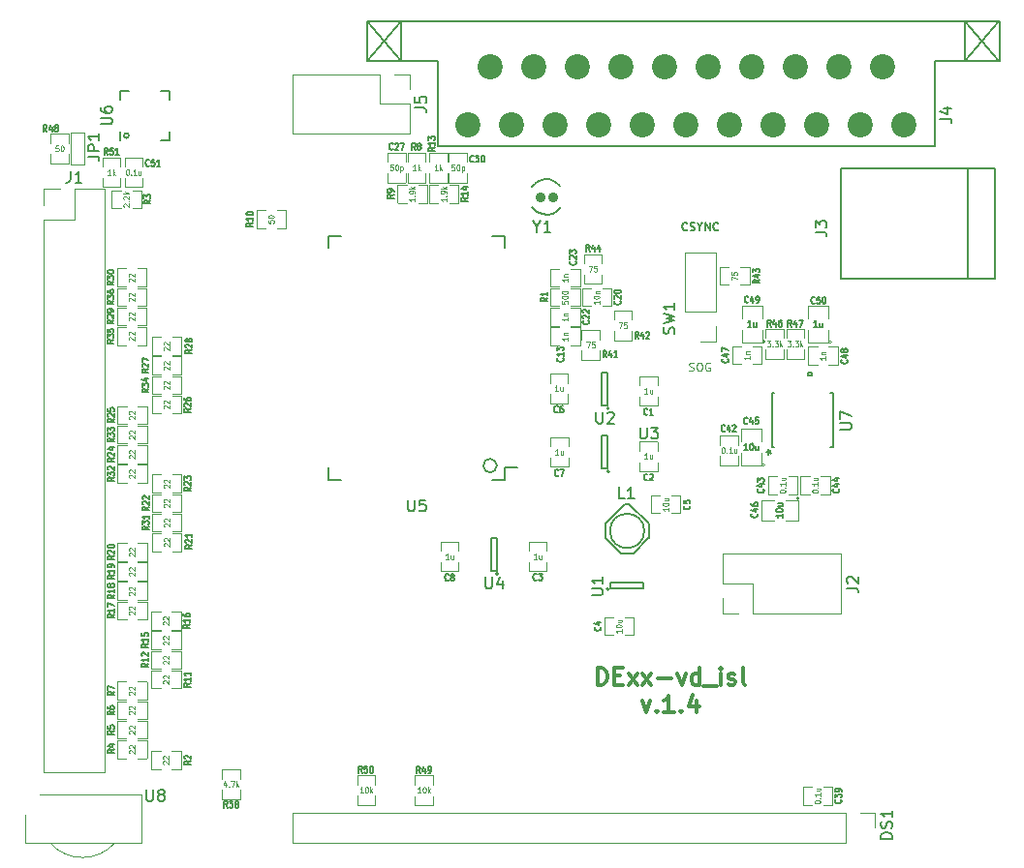
<source format=gto>
G04 #@! TF.GenerationSoftware,KiCad,Pcbnew,6.0.4+dfsg-1*
G04 #@! TF.CreationDate,2022-04-25T00:20:11+03:00*
G04 #@! TF.ProjectId,isl_board,69736c5f-626f-4617-9264-2e6b69636164,rev?*
G04 #@! TF.SameCoordinates,Original*
G04 #@! TF.FileFunction,Legend,Top*
G04 #@! TF.FilePolarity,Positive*
%FSLAX46Y46*%
G04 Gerber Fmt 4.6, Leading zero omitted, Abs format (unit mm)*
G04 Created by KiCad (PCBNEW 6.0.4+dfsg-1) date 2022-04-25 00:20:11*
%MOMM*%
%LPD*%
G01*
G04 APERTURE LIST*
%ADD10C,0.300000*%
%ADD11C,0.125000*%
%ADD12C,0.175000*%
%ADD13C,0.127000*%
%ADD14C,0.114300*%
%ADD15C,0.150000*%
%ADD16C,0.119380*%
%ADD17C,0.120000*%
%ADD18C,0.099060*%
%ADD19C,0.152400*%
%ADD20C,2.200000*%
%ADD21C,0.900000*%
G04 APERTURE END LIST*
D10*
X67627142Y-84601071D02*
X67627142Y-83101071D01*
X67984285Y-83101071D01*
X68198571Y-83172500D01*
X68341428Y-83315357D01*
X68412857Y-83458214D01*
X68484285Y-83743928D01*
X68484285Y-83958214D01*
X68412857Y-84243928D01*
X68341428Y-84386785D01*
X68198571Y-84529642D01*
X67984285Y-84601071D01*
X67627142Y-84601071D01*
X69127142Y-83815357D02*
X69627142Y-83815357D01*
X69841428Y-84601071D02*
X69127142Y-84601071D01*
X69127142Y-83101071D01*
X69841428Y-83101071D01*
X70341428Y-84601071D02*
X71127142Y-83601071D01*
X70341428Y-83601071D02*
X71127142Y-84601071D01*
X71555714Y-84601071D02*
X72341428Y-83601071D01*
X71555714Y-83601071D02*
X72341428Y-84601071D01*
X72912857Y-84029642D02*
X74055714Y-84029642D01*
X74627142Y-83601071D02*
X74984285Y-84601071D01*
X75341428Y-83601071D01*
X76555714Y-84601071D02*
X76555714Y-83101071D01*
X76555714Y-84529642D02*
X76412857Y-84601071D01*
X76127142Y-84601071D01*
X75984285Y-84529642D01*
X75912857Y-84458214D01*
X75841428Y-84315357D01*
X75841428Y-83886785D01*
X75912857Y-83743928D01*
X75984285Y-83672500D01*
X76127142Y-83601071D01*
X76412857Y-83601071D01*
X76555714Y-83672500D01*
X76912857Y-84743928D02*
X78055714Y-84743928D01*
X78412857Y-84601071D02*
X78412857Y-83601071D01*
X78412857Y-83101071D02*
X78341428Y-83172500D01*
X78412857Y-83243928D01*
X78484285Y-83172500D01*
X78412857Y-83101071D01*
X78412857Y-83243928D01*
X79055714Y-84529642D02*
X79198571Y-84601071D01*
X79484285Y-84601071D01*
X79627142Y-84529642D01*
X79698571Y-84386785D01*
X79698571Y-84315357D01*
X79627142Y-84172500D01*
X79484285Y-84101071D01*
X79270000Y-84101071D01*
X79127142Y-84029642D01*
X79055714Y-83886785D01*
X79055714Y-83815357D01*
X79127142Y-83672500D01*
X79270000Y-83601071D01*
X79484285Y-83601071D01*
X79627142Y-83672500D01*
X80555714Y-84601071D02*
X80412857Y-84529642D01*
X80341428Y-84386785D01*
X80341428Y-83101071D01*
X71520000Y-86016071D02*
X71877142Y-87016071D01*
X72234285Y-86016071D01*
X72805714Y-86873214D02*
X72877142Y-86944642D01*
X72805714Y-87016071D01*
X72734285Y-86944642D01*
X72805714Y-86873214D01*
X72805714Y-87016071D01*
X74305714Y-87016071D02*
X73448571Y-87016071D01*
X73877142Y-87016071D02*
X73877142Y-85516071D01*
X73734285Y-85730357D01*
X73591428Y-85873214D01*
X73448571Y-85944642D01*
X74948571Y-86873214D02*
X75020000Y-86944642D01*
X74948571Y-87016071D01*
X74877142Y-86944642D01*
X74948571Y-86873214D01*
X74948571Y-87016071D01*
X76305714Y-86016071D02*
X76305714Y-87016071D01*
X75948571Y-85444642D02*
X75591428Y-86516071D01*
X76520000Y-86516071D01*
D11*
X75643333Y-57083333D02*
X75743333Y-57116666D01*
X75910000Y-57116666D01*
X75976666Y-57083333D01*
X76010000Y-57050000D01*
X76043333Y-56983333D01*
X76043333Y-56916666D01*
X76010000Y-56850000D01*
X75976666Y-56816666D01*
X75910000Y-56783333D01*
X75776666Y-56750000D01*
X75710000Y-56716666D01*
X75676666Y-56683333D01*
X75643333Y-56616666D01*
X75643333Y-56550000D01*
X75676666Y-56483333D01*
X75710000Y-56450000D01*
X75776666Y-56416666D01*
X75943333Y-56416666D01*
X76043333Y-56450000D01*
X76476666Y-56416666D02*
X76610000Y-56416666D01*
X76676666Y-56450000D01*
X76743333Y-56516666D01*
X76776666Y-56650000D01*
X76776666Y-56883333D01*
X76743333Y-57016666D01*
X76676666Y-57083333D01*
X76610000Y-57116666D01*
X76476666Y-57116666D01*
X76410000Y-57083333D01*
X76343333Y-57016666D01*
X76310000Y-56883333D01*
X76310000Y-56650000D01*
X76343333Y-56516666D01*
X76410000Y-56450000D01*
X76476666Y-56416666D01*
X77443333Y-56450000D02*
X77376666Y-56416666D01*
X77276666Y-56416666D01*
X77176666Y-56450000D01*
X77110000Y-56516666D01*
X77076666Y-56583333D01*
X77043333Y-56716666D01*
X77043333Y-56816666D01*
X77076666Y-56950000D01*
X77110000Y-57016666D01*
X77176666Y-57083333D01*
X77276666Y-57116666D01*
X77343333Y-57116666D01*
X77443333Y-57083333D01*
X77476666Y-57050000D01*
X77476666Y-56816666D01*
X77343333Y-56816666D01*
D12*
X75476666Y-44780000D02*
X75443333Y-44813333D01*
X75343333Y-44846666D01*
X75276666Y-44846666D01*
X75176666Y-44813333D01*
X75110000Y-44746666D01*
X75076666Y-44680000D01*
X75043333Y-44546666D01*
X75043333Y-44446666D01*
X75076666Y-44313333D01*
X75110000Y-44246666D01*
X75176666Y-44180000D01*
X75276666Y-44146666D01*
X75343333Y-44146666D01*
X75443333Y-44180000D01*
X75476666Y-44213333D01*
X75743333Y-44813333D02*
X75843333Y-44846666D01*
X76010000Y-44846666D01*
X76076666Y-44813333D01*
X76110000Y-44780000D01*
X76143333Y-44713333D01*
X76143333Y-44646666D01*
X76110000Y-44580000D01*
X76076666Y-44546666D01*
X76010000Y-44513333D01*
X75876666Y-44480000D01*
X75810000Y-44446666D01*
X75776666Y-44413333D01*
X75743333Y-44346666D01*
X75743333Y-44280000D01*
X75776666Y-44213333D01*
X75810000Y-44180000D01*
X75876666Y-44146666D01*
X76043333Y-44146666D01*
X76143333Y-44180000D01*
X76576666Y-44513333D02*
X76576666Y-44846666D01*
X76343333Y-44146666D02*
X76576666Y-44513333D01*
X76810000Y-44146666D01*
X77043333Y-44846666D02*
X77043333Y-44146666D01*
X77443333Y-44846666D01*
X77443333Y-44146666D01*
X78176666Y-44780000D02*
X78143333Y-44813333D01*
X78043333Y-44846666D01*
X77976666Y-44846666D01*
X77876666Y-44813333D01*
X77810000Y-44746666D01*
X77776666Y-44680000D01*
X77743333Y-44546666D01*
X77743333Y-44446666D01*
X77776666Y-44313333D01*
X77810000Y-44246666D01*
X77876666Y-44180000D01*
X77976666Y-44146666D01*
X78043333Y-44146666D01*
X78143333Y-44180000D01*
X78176666Y-44213333D01*
D13*
X72005333Y-60927442D02*
X71981142Y-60955261D01*
X71908571Y-60983080D01*
X71860190Y-60983080D01*
X71787619Y-60955261D01*
X71739238Y-60899623D01*
X71715047Y-60843985D01*
X71690857Y-60732709D01*
X71690857Y-60649252D01*
X71715047Y-60537976D01*
X71739238Y-60482338D01*
X71787619Y-60426700D01*
X71860190Y-60398880D01*
X71908571Y-60398880D01*
X71981142Y-60426700D01*
X72005333Y-60454519D01*
X72489142Y-60983080D02*
X72198857Y-60983080D01*
X72344000Y-60983080D02*
X72344000Y-60398880D01*
X72295619Y-60482338D01*
X72247238Y-60537976D01*
X72198857Y-60565795D01*
D14*
X72013800Y-59119809D02*
X71752542Y-59119809D01*
X71883171Y-59119809D02*
X71883171Y-58611809D01*
X71839628Y-58684380D01*
X71796085Y-58732761D01*
X71752542Y-58756952D01*
X72405685Y-58781142D02*
X72405685Y-59119809D01*
X72209742Y-58781142D02*
X72209742Y-59047238D01*
X72231514Y-59095619D01*
X72275057Y-59119809D01*
X72340371Y-59119809D01*
X72383914Y-59095619D01*
X72405685Y-59071428D01*
D13*
X64175333Y-60717442D02*
X64151142Y-60745261D01*
X64078571Y-60773080D01*
X64030190Y-60773080D01*
X63957619Y-60745261D01*
X63909238Y-60689623D01*
X63885047Y-60633985D01*
X63860857Y-60522709D01*
X63860857Y-60439252D01*
X63885047Y-60327976D01*
X63909238Y-60272338D01*
X63957619Y-60216700D01*
X64030190Y-60188880D01*
X64078571Y-60188880D01*
X64151142Y-60216700D01*
X64175333Y-60244519D01*
X64610761Y-60188880D02*
X64514000Y-60188880D01*
X64465619Y-60216700D01*
X64441428Y-60244519D01*
X64393047Y-60327976D01*
X64368857Y-60439252D01*
X64368857Y-60661804D01*
X64393047Y-60717442D01*
X64417238Y-60745261D01*
X64465619Y-60773080D01*
X64562380Y-60773080D01*
X64610761Y-60745261D01*
X64634952Y-60717442D01*
X64659142Y-60661804D01*
X64659142Y-60522709D01*
X64634952Y-60467071D01*
X64610761Y-60439252D01*
X64562380Y-60411433D01*
X64465619Y-60411433D01*
X64417238Y-60439252D01*
X64393047Y-60467071D01*
X64368857Y-60522709D01*
D14*
X64183800Y-58909809D02*
X63922542Y-58909809D01*
X64053171Y-58909809D02*
X64053171Y-58401809D01*
X64009628Y-58474380D01*
X63966085Y-58522761D01*
X63922542Y-58546952D01*
X64575685Y-58571142D02*
X64575685Y-58909809D01*
X64379742Y-58571142D02*
X64379742Y-58837238D01*
X64401514Y-58885619D01*
X64445057Y-58909809D01*
X64510371Y-58909809D01*
X64553914Y-58885619D01*
X64575685Y-58861428D01*
D13*
X64608642Y-56006571D02*
X64636461Y-56030761D01*
X64664280Y-56103333D01*
X64664280Y-56151714D01*
X64636461Y-56224285D01*
X64580823Y-56272666D01*
X64525185Y-56296857D01*
X64413909Y-56321047D01*
X64330452Y-56321047D01*
X64219176Y-56296857D01*
X64163538Y-56272666D01*
X64107900Y-56224285D01*
X64080080Y-56151714D01*
X64080080Y-56103333D01*
X64107900Y-56030761D01*
X64135719Y-56006571D01*
X64664280Y-55522761D02*
X64664280Y-55813047D01*
X64664280Y-55667904D02*
X64080080Y-55667904D01*
X64163538Y-55716285D01*
X64219176Y-55764666D01*
X64246995Y-55813047D01*
X64080080Y-55353428D02*
X64080080Y-55038952D01*
X64302633Y-55208285D01*
X64302633Y-55135714D01*
X64330452Y-55087333D01*
X64358271Y-55063142D01*
X64413909Y-55038952D01*
X64553004Y-55038952D01*
X64608642Y-55063142D01*
X64636461Y-55087333D01*
X64664280Y-55135714D01*
X64664280Y-55280857D01*
X64636461Y-55329238D01*
X64608642Y-55353428D01*
D14*
X65039809Y-54186200D02*
X65039809Y-54447457D01*
X65039809Y-54316828D02*
X64531809Y-54316828D01*
X64604380Y-54360371D01*
X64652761Y-54403914D01*
X64676952Y-54447457D01*
X64701142Y-53990257D02*
X65039809Y-53990257D01*
X64749523Y-53990257D02*
X64725333Y-53968485D01*
X64701142Y-53924942D01*
X64701142Y-53859628D01*
X64725333Y-53816085D01*
X64773714Y-53794314D01*
X65039809Y-53794314D01*
D13*
X69597442Y-51016571D02*
X69625261Y-51040761D01*
X69653080Y-51113333D01*
X69653080Y-51161714D01*
X69625261Y-51234285D01*
X69569623Y-51282666D01*
X69513985Y-51306857D01*
X69402709Y-51331047D01*
X69319252Y-51331047D01*
X69207976Y-51306857D01*
X69152338Y-51282666D01*
X69096700Y-51234285D01*
X69068880Y-51161714D01*
X69068880Y-51113333D01*
X69096700Y-51040761D01*
X69124519Y-51016571D01*
X69124519Y-50823047D02*
X69096700Y-50798857D01*
X69068880Y-50750476D01*
X69068880Y-50629523D01*
X69096700Y-50581142D01*
X69124519Y-50556952D01*
X69180157Y-50532761D01*
X69235795Y-50532761D01*
X69319252Y-50556952D01*
X69653080Y-50847238D01*
X69653080Y-50532761D01*
X69068880Y-50218285D02*
X69068880Y-50169904D01*
X69096700Y-50121523D01*
X69124519Y-50097333D01*
X69180157Y-50073142D01*
X69291433Y-50048952D01*
X69430528Y-50048952D01*
X69541804Y-50073142D01*
X69597442Y-50097333D01*
X69625261Y-50121523D01*
X69653080Y-50169904D01*
X69653080Y-50218285D01*
X69625261Y-50266666D01*
X69597442Y-50290857D01*
X69541804Y-50315047D01*
X69430528Y-50339238D01*
X69291433Y-50339238D01*
X69180157Y-50315047D01*
X69124519Y-50290857D01*
X69096700Y-50266666D01*
X69068880Y-50218285D01*
D14*
X67789809Y-50983914D02*
X67789809Y-51245171D01*
X67789809Y-51114542D02*
X67281809Y-51114542D01*
X67354380Y-51158085D01*
X67402761Y-51201628D01*
X67426952Y-51245171D01*
X67281809Y-50700885D02*
X67281809Y-50657342D01*
X67306000Y-50613800D01*
X67330190Y-50592028D01*
X67378571Y-50570257D01*
X67475333Y-50548485D01*
X67596285Y-50548485D01*
X67693047Y-50570257D01*
X67741428Y-50592028D01*
X67765619Y-50613800D01*
X67789809Y-50657342D01*
X67789809Y-50700885D01*
X67765619Y-50744428D01*
X67741428Y-50766200D01*
X67693047Y-50787971D01*
X67596285Y-50809742D01*
X67475333Y-50809742D01*
X67378571Y-50787971D01*
X67330190Y-50766200D01*
X67306000Y-50744428D01*
X67281809Y-50700885D01*
X67451142Y-50352542D02*
X67789809Y-50352542D01*
X67499523Y-50352542D02*
X67475333Y-50330771D01*
X67451142Y-50287228D01*
X67451142Y-50221914D01*
X67475333Y-50178371D01*
X67523714Y-50156600D01*
X67789809Y-50156600D01*
D13*
X66847442Y-52726571D02*
X66875261Y-52750761D01*
X66903080Y-52823333D01*
X66903080Y-52871714D01*
X66875261Y-52944285D01*
X66819623Y-52992666D01*
X66763985Y-53016857D01*
X66652709Y-53041047D01*
X66569252Y-53041047D01*
X66457976Y-53016857D01*
X66402338Y-52992666D01*
X66346700Y-52944285D01*
X66318880Y-52871714D01*
X66318880Y-52823333D01*
X66346700Y-52750761D01*
X66374519Y-52726571D01*
X66374519Y-52533047D02*
X66346700Y-52508857D01*
X66318880Y-52460476D01*
X66318880Y-52339523D01*
X66346700Y-52291142D01*
X66374519Y-52266952D01*
X66430157Y-52242761D01*
X66485795Y-52242761D01*
X66569252Y-52266952D01*
X66903080Y-52557238D01*
X66903080Y-52242761D01*
X66374519Y-52049238D02*
X66346700Y-52025047D01*
X66318880Y-51976666D01*
X66318880Y-51855714D01*
X66346700Y-51807333D01*
X66374519Y-51783142D01*
X66430157Y-51758952D01*
X66485795Y-51758952D01*
X66569252Y-51783142D01*
X66903080Y-52073428D01*
X66903080Y-51758952D01*
D14*
X65039809Y-52476200D02*
X65039809Y-52737457D01*
X65039809Y-52606828D02*
X64531809Y-52606828D01*
X64604380Y-52650371D01*
X64652761Y-52693914D01*
X64676952Y-52737457D01*
X64701142Y-52280257D02*
X65039809Y-52280257D01*
X64749523Y-52280257D02*
X64725333Y-52258485D01*
X64701142Y-52214942D01*
X64701142Y-52149628D01*
X64725333Y-52106085D01*
X64773714Y-52084314D01*
X65039809Y-52084314D01*
D13*
X65698642Y-47526571D02*
X65726461Y-47550761D01*
X65754280Y-47623333D01*
X65754280Y-47671714D01*
X65726461Y-47744285D01*
X65670823Y-47792666D01*
X65615185Y-47816857D01*
X65503909Y-47841047D01*
X65420452Y-47841047D01*
X65309176Y-47816857D01*
X65253538Y-47792666D01*
X65197900Y-47744285D01*
X65170080Y-47671714D01*
X65170080Y-47623333D01*
X65197900Y-47550761D01*
X65225719Y-47526571D01*
X65225719Y-47333047D02*
X65197900Y-47308857D01*
X65170080Y-47260476D01*
X65170080Y-47139523D01*
X65197900Y-47091142D01*
X65225719Y-47066952D01*
X65281357Y-47042761D01*
X65336995Y-47042761D01*
X65420452Y-47066952D01*
X65754280Y-47357238D01*
X65754280Y-47042761D01*
X65170080Y-46873428D02*
X65170080Y-46558952D01*
X65392633Y-46728285D01*
X65392633Y-46655714D01*
X65420452Y-46607333D01*
X65448271Y-46583142D01*
X65503909Y-46558952D01*
X65643004Y-46558952D01*
X65698642Y-46583142D01*
X65726461Y-46607333D01*
X65754280Y-46655714D01*
X65754280Y-46800857D01*
X65726461Y-46849238D01*
X65698642Y-46873428D01*
D14*
X65039809Y-49056200D02*
X65039809Y-49317457D01*
X65039809Y-49186828D02*
X64531809Y-49186828D01*
X64604380Y-49230371D01*
X64652761Y-49273914D01*
X64676952Y-49317457D01*
X64701142Y-48860257D02*
X65039809Y-48860257D01*
X64749523Y-48860257D02*
X64725333Y-48838485D01*
X64701142Y-48794942D01*
X64701142Y-48729628D01*
X64725333Y-48686085D01*
X64773714Y-48664314D01*
X65039809Y-48664314D01*
D13*
X49753428Y-37729842D02*
X49729238Y-37757661D01*
X49656666Y-37785480D01*
X49608285Y-37785480D01*
X49535714Y-37757661D01*
X49487333Y-37702023D01*
X49463142Y-37646385D01*
X49438952Y-37535109D01*
X49438952Y-37451652D01*
X49463142Y-37340376D01*
X49487333Y-37284738D01*
X49535714Y-37229100D01*
X49608285Y-37201280D01*
X49656666Y-37201280D01*
X49729238Y-37229100D01*
X49753428Y-37256919D01*
X49946952Y-37256919D02*
X49971142Y-37229100D01*
X50019523Y-37201280D01*
X50140476Y-37201280D01*
X50188857Y-37229100D01*
X50213047Y-37256919D01*
X50237238Y-37312557D01*
X50237238Y-37368195D01*
X50213047Y-37451652D01*
X49922761Y-37785480D01*
X50237238Y-37785480D01*
X50406571Y-37201280D02*
X50745238Y-37201280D01*
X50527523Y-37785480D01*
D14*
X49764314Y-39071809D02*
X49546600Y-39071809D01*
X49524828Y-39313714D01*
X49546600Y-39289523D01*
X49590142Y-39265333D01*
X49699000Y-39265333D01*
X49742542Y-39289523D01*
X49764314Y-39313714D01*
X49786085Y-39362095D01*
X49786085Y-39483047D01*
X49764314Y-39531428D01*
X49742542Y-39555619D01*
X49699000Y-39579809D01*
X49590142Y-39579809D01*
X49546600Y-39555619D01*
X49524828Y-39531428D01*
X50069114Y-39071809D02*
X50112657Y-39071809D01*
X50156200Y-39096000D01*
X50177971Y-39120190D01*
X50199742Y-39168571D01*
X50221514Y-39265333D01*
X50221514Y-39386285D01*
X50199742Y-39483047D01*
X50177971Y-39531428D01*
X50156200Y-39555619D01*
X50112657Y-39579809D01*
X50069114Y-39579809D01*
X50025571Y-39555619D01*
X50003800Y-39531428D01*
X49982028Y-39483047D01*
X49960257Y-39386285D01*
X49960257Y-39265333D01*
X49982028Y-39168571D01*
X50003800Y-39120190D01*
X50025571Y-39096000D01*
X50069114Y-39071809D01*
X50417457Y-39241142D02*
X50417457Y-39749142D01*
X50417457Y-39265333D02*
X50461000Y-39241142D01*
X50548085Y-39241142D01*
X50591628Y-39265333D01*
X50613400Y-39289523D01*
X50635171Y-39337904D01*
X50635171Y-39483047D01*
X50613400Y-39531428D01*
X50591628Y-39555619D01*
X50548085Y-39579809D01*
X50461000Y-39579809D01*
X50417457Y-39555619D01*
D13*
X56793428Y-38798642D02*
X56769238Y-38826461D01*
X56696666Y-38854280D01*
X56648285Y-38854280D01*
X56575714Y-38826461D01*
X56527333Y-38770823D01*
X56503142Y-38715185D01*
X56478952Y-38603909D01*
X56478952Y-38520452D01*
X56503142Y-38409176D01*
X56527333Y-38353538D01*
X56575714Y-38297900D01*
X56648285Y-38270080D01*
X56696666Y-38270080D01*
X56769238Y-38297900D01*
X56793428Y-38325719D01*
X56962761Y-38270080D02*
X57277238Y-38270080D01*
X57107904Y-38492633D01*
X57180476Y-38492633D01*
X57228857Y-38520452D01*
X57253047Y-38548271D01*
X57277238Y-38603909D01*
X57277238Y-38743004D01*
X57253047Y-38798642D01*
X57228857Y-38826461D01*
X57180476Y-38854280D01*
X57035333Y-38854280D01*
X56986952Y-38826461D01*
X56962761Y-38798642D01*
X57591714Y-38270080D02*
X57640095Y-38270080D01*
X57688476Y-38297900D01*
X57712666Y-38325719D01*
X57736857Y-38381357D01*
X57761047Y-38492633D01*
X57761047Y-38631728D01*
X57736857Y-38743004D01*
X57712666Y-38798642D01*
X57688476Y-38826461D01*
X57640095Y-38854280D01*
X57591714Y-38854280D01*
X57543333Y-38826461D01*
X57519142Y-38798642D01*
X57494952Y-38743004D01*
X57470761Y-38631728D01*
X57470761Y-38492633D01*
X57494952Y-38381357D01*
X57519142Y-38325719D01*
X57543333Y-38297900D01*
X57591714Y-38270080D01*
D14*
X55124314Y-39081809D02*
X54906600Y-39081809D01*
X54884828Y-39323714D01*
X54906600Y-39299523D01*
X54950142Y-39275333D01*
X55059000Y-39275333D01*
X55102542Y-39299523D01*
X55124314Y-39323714D01*
X55146085Y-39372095D01*
X55146085Y-39493047D01*
X55124314Y-39541428D01*
X55102542Y-39565619D01*
X55059000Y-39589809D01*
X54950142Y-39589809D01*
X54906600Y-39565619D01*
X54884828Y-39541428D01*
X55429114Y-39081809D02*
X55472657Y-39081809D01*
X55516200Y-39106000D01*
X55537971Y-39130190D01*
X55559742Y-39178571D01*
X55581514Y-39275333D01*
X55581514Y-39396285D01*
X55559742Y-39493047D01*
X55537971Y-39541428D01*
X55516200Y-39565619D01*
X55472657Y-39589809D01*
X55429114Y-39589809D01*
X55385571Y-39565619D01*
X55363800Y-39541428D01*
X55342028Y-39493047D01*
X55320257Y-39396285D01*
X55320257Y-39275333D01*
X55342028Y-39178571D01*
X55363800Y-39130190D01*
X55385571Y-39106000D01*
X55429114Y-39081809D01*
X55777457Y-39251142D02*
X55777457Y-39759142D01*
X55777457Y-39275333D02*
X55821000Y-39251142D01*
X55908085Y-39251142D01*
X55951628Y-39275333D01*
X55973400Y-39299523D01*
X55995171Y-39347904D01*
X55995171Y-39493047D01*
X55973400Y-39541428D01*
X55951628Y-39565619D01*
X55908085Y-39589809D01*
X55821000Y-39589809D01*
X55777457Y-39565619D01*
D15*
X21566666Y-39662380D02*
X21566666Y-40376666D01*
X21519047Y-40519523D01*
X21423809Y-40614761D01*
X21280952Y-40662380D01*
X21185714Y-40662380D01*
X22566666Y-40662380D02*
X21995238Y-40662380D01*
X22280952Y-40662380D02*
X22280952Y-39662380D01*
X22185714Y-39805238D01*
X22090476Y-39900476D01*
X21995238Y-39948095D01*
X97580380Y-35070053D02*
X98294666Y-35070053D01*
X98437523Y-35117672D01*
X98532761Y-35212910D01*
X98580380Y-35355767D01*
X98580380Y-35451005D01*
X97913714Y-34165291D02*
X98580380Y-34165291D01*
X97532761Y-34403386D02*
X98247047Y-34641481D01*
X98247047Y-34022434D01*
D13*
X63244280Y-50714666D02*
X62966090Y-50884000D01*
X63244280Y-51004952D02*
X62660080Y-51004952D01*
X62660080Y-50811428D01*
X62687900Y-50763047D01*
X62715719Y-50738857D01*
X62771357Y-50714666D01*
X62854814Y-50714666D01*
X62910452Y-50738857D01*
X62938271Y-50763047D01*
X62966090Y-50811428D01*
X62966090Y-51004952D01*
X63244280Y-50230857D02*
X63244280Y-50521142D01*
X63244280Y-50376000D02*
X62660080Y-50376000D01*
X62743538Y-50424380D01*
X62799176Y-50472761D01*
X62826995Y-50521142D01*
D14*
X64531809Y-51016571D02*
X64531809Y-51234285D01*
X64773714Y-51256057D01*
X64749523Y-51234285D01*
X64725333Y-51190742D01*
X64725333Y-51081885D01*
X64749523Y-51038342D01*
X64773714Y-51016571D01*
X64822095Y-50994800D01*
X64943047Y-50994800D01*
X64991428Y-51016571D01*
X65015619Y-51038342D01*
X65039809Y-51081885D01*
X65039809Y-51190742D01*
X65015619Y-51234285D01*
X64991428Y-51256057D01*
X64531809Y-50711771D02*
X64531809Y-50668228D01*
X64556000Y-50624685D01*
X64580190Y-50602914D01*
X64628571Y-50581142D01*
X64725333Y-50559371D01*
X64846285Y-50559371D01*
X64943047Y-50581142D01*
X64991428Y-50602914D01*
X65015619Y-50624685D01*
X65039809Y-50668228D01*
X65039809Y-50711771D01*
X65015619Y-50755314D01*
X64991428Y-50777085D01*
X64943047Y-50798857D01*
X64846285Y-50820628D01*
X64725333Y-50820628D01*
X64628571Y-50798857D01*
X64580190Y-50777085D01*
X64556000Y-50755314D01*
X64531809Y-50711771D01*
X64531809Y-50276342D02*
X64531809Y-50232800D01*
X64556000Y-50189257D01*
X64580190Y-50167485D01*
X64628571Y-50145714D01*
X64725333Y-50123942D01*
X64846285Y-50123942D01*
X64943047Y-50145714D01*
X64991428Y-50167485D01*
X65015619Y-50189257D01*
X65039809Y-50232800D01*
X65039809Y-50276342D01*
X65015619Y-50319885D01*
X64991428Y-50341657D01*
X64943047Y-50363428D01*
X64846285Y-50385200D01*
X64725333Y-50385200D01*
X64628571Y-50363428D01*
X64580190Y-50341657D01*
X64556000Y-50319885D01*
X64531809Y-50276342D01*
D13*
X25395480Y-88614666D02*
X25117290Y-88784000D01*
X25395480Y-88904952D02*
X24811280Y-88904952D01*
X24811280Y-88711428D01*
X24839100Y-88663047D01*
X24866919Y-88638857D01*
X24922557Y-88614666D01*
X25006014Y-88614666D01*
X25061652Y-88638857D01*
X25089471Y-88663047D01*
X25117290Y-88711428D01*
X25117290Y-88904952D01*
X24811280Y-88155047D02*
X24811280Y-88396952D01*
X25089471Y-88421142D01*
X25061652Y-88396952D01*
X25033833Y-88348571D01*
X25033833Y-88227619D01*
X25061652Y-88179238D01*
X25089471Y-88155047D01*
X25145109Y-88130857D01*
X25284204Y-88130857D01*
X25339842Y-88155047D01*
X25367661Y-88179238D01*
X25395480Y-88227619D01*
X25395480Y-88348571D01*
X25367661Y-88396952D01*
X25339842Y-88421142D01*
D14*
X26730190Y-88878342D02*
X26706000Y-88856571D01*
X26681809Y-88813028D01*
X26681809Y-88704171D01*
X26706000Y-88660628D01*
X26730190Y-88638857D01*
X26778571Y-88617085D01*
X26826952Y-88617085D01*
X26899523Y-88638857D01*
X27189809Y-88900114D01*
X27189809Y-88617085D01*
X26730190Y-88442914D02*
X26706000Y-88421142D01*
X26681809Y-88377600D01*
X26681809Y-88268742D01*
X26706000Y-88225200D01*
X26730190Y-88203428D01*
X26778571Y-88181657D01*
X26826952Y-88181657D01*
X26899523Y-88203428D01*
X27189809Y-88464685D01*
X27189809Y-88181657D01*
D13*
X25395480Y-86904666D02*
X25117290Y-87074000D01*
X25395480Y-87194952D02*
X24811280Y-87194952D01*
X24811280Y-87001428D01*
X24839100Y-86953047D01*
X24866919Y-86928857D01*
X24922557Y-86904666D01*
X25006014Y-86904666D01*
X25061652Y-86928857D01*
X25089471Y-86953047D01*
X25117290Y-87001428D01*
X25117290Y-87194952D01*
X24811280Y-86469238D02*
X24811280Y-86566000D01*
X24839100Y-86614380D01*
X24866919Y-86638571D01*
X24950376Y-86686952D01*
X25061652Y-86711142D01*
X25284204Y-86711142D01*
X25339842Y-86686952D01*
X25367661Y-86662761D01*
X25395480Y-86614380D01*
X25395480Y-86517619D01*
X25367661Y-86469238D01*
X25339842Y-86445047D01*
X25284204Y-86420857D01*
X25145109Y-86420857D01*
X25089471Y-86445047D01*
X25061652Y-86469238D01*
X25033833Y-86517619D01*
X25033833Y-86614380D01*
X25061652Y-86662761D01*
X25089471Y-86686952D01*
X25145109Y-86711142D01*
D14*
X26730190Y-87168342D02*
X26706000Y-87146571D01*
X26681809Y-87103028D01*
X26681809Y-86994171D01*
X26706000Y-86950628D01*
X26730190Y-86928857D01*
X26778571Y-86907085D01*
X26826952Y-86907085D01*
X26899523Y-86928857D01*
X27189809Y-87190114D01*
X27189809Y-86907085D01*
X26730190Y-86732914D02*
X26706000Y-86711142D01*
X26681809Y-86667600D01*
X26681809Y-86558742D01*
X26706000Y-86515200D01*
X26730190Y-86493428D01*
X26778571Y-86471657D01*
X26826952Y-86471657D01*
X26899523Y-86493428D01*
X27189809Y-86754685D01*
X27189809Y-86471657D01*
D13*
X51725333Y-37785480D02*
X51556000Y-37507290D01*
X51435047Y-37785480D02*
X51435047Y-37201280D01*
X51628571Y-37201280D01*
X51676952Y-37229100D01*
X51701142Y-37256919D01*
X51725333Y-37312557D01*
X51725333Y-37396014D01*
X51701142Y-37451652D01*
X51676952Y-37479471D01*
X51628571Y-37507290D01*
X51435047Y-37507290D01*
X52015619Y-37451652D02*
X51967238Y-37423833D01*
X51943047Y-37396014D01*
X51918857Y-37340376D01*
X51918857Y-37312557D01*
X51943047Y-37256919D01*
X51967238Y-37229100D01*
X52015619Y-37201280D01*
X52112380Y-37201280D01*
X52160761Y-37229100D01*
X52184952Y-37256919D01*
X52209142Y-37312557D01*
X52209142Y-37340376D01*
X52184952Y-37396014D01*
X52160761Y-37423833D01*
X52112380Y-37451652D01*
X52015619Y-37451652D01*
X51967238Y-37479471D01*
X51943047Y-37507290D01*
X51918857Y-37562928D01*
X51918857Y-37674204D01*
X51943047Y-37729842D01*
X51967238Y-37757661D01*
X52015619Y-37785480D01*
X52112380Y-37785480D01*
X52160761Y-37757661D01*
X52184952Y-37729842D01*
X52209142Y-37674204D01*
X52209142Y-37562928D01*
X52184952Y-37507290D01*
X52160761Y-37479471D01*
X52112380Y-37451652D01*
D14*
X51755571Y-39579809D02*
X51494314Y-39579809D01*
X51624942Y-39579809D02*
X51624942Y-39071809D01*
X51581400Y-39144380D01*
X51537857Y-39192761D01*
X51494314Y-39216952D01*
X51951514Y-39579809D02*
X51951514Y-39071809D01*
X51995057Y-39386285D02*
X52125685Y-39579809D01*
X52125685Y-39241142D02*
X51951514Y-39434666D01*
D13*
X49854280Y-41714666D02*
X49576090Y-41884000D01*
X49854280Y-42004952D02*
X49270080Y-42004952D01*
X49270080Y-41811428D01*
X49297900Y-41763047D01*
X49325719Y-41738857D01*
X49381357Y-41714666D01*
X49464814Y-41714666D01*
X49520452Y-41738857D01*
X49548271Y-41763047D01*
X49576090Y-41811428D01*
X49576090Y-42004952D01*
X49854280Y-41472761D02*
X49854280Y-41376000D01*
X49826461Y-41327619D01*
X49798642Y-41303428D01*
X49715185Y-41255047D01*
X49603909Y-41230857D01*
X49381357Y-41230857D01*
X49325719Y-41255047D01*
X49297900Y-41279238D01*
X49270080Y-41327619D01*
X49270080Y-41424380D01*
X49297900Y-41472761D01*
X49325719Y-41496952D01*
X49381357Y-41521142D01*
X49520452Y-41521142D01*
X49576090Y-41496952D01*
X49603909Y-41472761D01*
X49631728Y-41424380D01*
X49631728Y-41327619D01*
X49603909Y-41279238D01*
X49576090Y-41255047D01*
X49520452Y-41230857D01*
D14*
X51689809Y-42021000D02*
X51689809Y-42282257D01*
X51689809Y-42151628D02*
X51181809Y-42151628D01*
X51254380Y-42195171D01*
X51302761Y-42238714D01*
X51326952Y-42282257D01*
X51641428Y-41825057D02*
X51665619Y-41803285D01*
X51689809Y-41825057D01*
X51665619Y-41846828D01*
X51641428Y-41825057D01*
X51689809Y-41825057D01*
X51689809Y-41585571D02*
X51689809Y-41498485D01*
X51665619Y-41454942D01*
X51641428Y-41433171D01*
X51568857Y-41389628D01*
X51472095Y-41367857D01*
X51278571Y-41367857D01*
X51230190Y-41389628D01*
X51206000Y-41411400D01*
X51181809Y-41454942D01*
X51181809Y-41542028D01*
X51206000Y-41585571D01*
X51230190Y-41607342D01*
X51278571Y-41629114D01*
X51399523Y-41629114D01*
X51447904Y-41607342D01*
X51472095Y-41585571D01*
X51496285Y-41542028D01*
X51496285Y-41454942D01*
X51472095Y-41411400D01*
X51447904Y-41389628D01*
X51399523Y-41367857D01*
X51689809Y-41171914D02*
X51181809Y-41171914D01*
X51496285Y-41128371D02*
X51689809Y-40997742D01*
X51351142Y-40997742D02*
X51544666Y-41171914D01*
D13*
X53424280Y-37586571D02*
X53146090Y-37755904D01*
X53424280Y-37876857D02*
X52840080Y-37876857D01*
X52840080Y-37683333D01*
X52867900Y-37634952D01*
X52895719Y-37610761D01*
X52951357Y-37586571D01*
X53034814Y-37586571D01*
X53090452Y-37610761D01*
X53118271Y-37634952D01*
X53146090Y-37683333D01*
X53146090Y-37876857D01*
X53424280Y-37102761D02*
X53424280Y-37393047D01*
X53424280Y-37247904D02*
X52840080Y-37247904D01*
X52923538Y-37296285D01*
X52979176Y-37344666D01*
X53006995Y-37393047D01*
X52840080Y-36933428D02*
X52840080Y-36618952D01*
X53062633Y-36788285D01*
X53062633Y-36715714D01*
X53090452Y-36667333D01*
X53118271Y-36643142D01*
X53173909Y-36618952D01*
X53313004Y-36618952D01*
X53368642Y-36643142D01*
X53396461Y-36667333D01*
X53424280Y-36715714D01*
X53424280Y-36860857D01*
X53396461Y-36909238D01*
X53368642Y-36933428D01*
D14*
X53665571Y-39589809D02*
X53404314Y-39589809D01*
X53534942Y-39589809D02*
X53534942Y-39081809D01*
X53491400Y-39154380D01*
X53447857Y-39202761D01*
X53404314Y-39226952D01*
X53861514Y-39589809D02*
X53861514Y-39081809D01*
X53905057Y-39396285D02*
X54035685Y-39589809D01*
X54035685Y-39251142D02*
X53861514Y-39444666D01*
D13*
X56314280Y-41966571D02*
X56036090Y-42135904D01*
X56314280Y-42256857D02*
X55730080Y-42256857D01*
X55730080Y-42063333D01*
X55757900Y-42014952D01*
X55785719Y-41990761D01*
X55841357Y-41966571D01*
X55924814Y-41966571D01*
X55980452Y-41990761D01*
X56008271Y-42014952D01*
X56036090Y-42063333D01*
X56036090Y-42256857D01*
X56314280Y-41482761D02*
X56314280Y-41773047D01*
X56314280Y-41627904D02*
X55730080Y-41627904D01*
X55813538Y-41676285D01*
X55869176Y-41724666D01*
X55896995Y-41773047D01*
X55924814Y-41047333D02*
X56314280Y-41047333D01*
X55702261Y-41168285D02*
X56119547Y-41289238D01*
X56119547Y-40974761D01*
D14*
X54439809Y-42021000D02*
X54439809Y-42282257D01*
X54439809Y-42151628D02*
X53931809Y-42151628D01*
X54004380Y-42195171D01*
X54052761Y-42238714D01*
X54076952Y-42282257D01*
X54391428Y-41825057D02*
X54415619Y-41803285D01*
X54439809Y-41825057D01*
X54415619Y-41846828D01*
X54391428Y-41825057D01*
X54439809Y-41825057D01*
X54439809Y-41585571D02*
X54439809Y-41498485D01*
X54415619Y-41454942D01*
X54391428Y-41433171D01*
X54318857Y-41389628D01*
X54222095Y-41367857D01*
X54028571Y-41367857D01*
X53980190Y-41389628D01*
X53956000Y-41411400D01*
X53931809Y-41454942D01*
X53931809Y-41542028D01*
X53956000Y-41585571D01*
X53980190Y-41607342D01*
X54028571Y-41629114D01*
X54149523Y-41629114D01*
X54197904Y-41607342D01*
X54222095Y-41585571D01*
X54246285Y-41542028D01*
X54246285Y-41454942D01*
X54222095Y-41411400D01*
X54197904Y-41389628D01*
X54149523Y-41367857D01*
X54439809Y-41171914D02*
X53931809Y-41171914D01*
X54246285Y-41128371D02*
X54439809Y-40997742D01*
X54101142Y-40997742D02*
X54294666Y-41171914D01*
D13*
X25405480Y-78426571D02*
X25127290Y-78595904D01*
X25405480Y-78716857D02*
X24821280Y-78716857D01*
X24821280Y-78523333D01*
X24849100Y-78474952D01*
X24876919Y-78450761D01*
X24932557Y-78426571D01*
X25016014Y-78426571D01*
X25071652Y-78450761D01*
X25099471Y-78474952D01*
X25127290Y-78523333D01*
X25127290Y-78716857D01*
X25405480Y-77942761D02*
X25405480Y-78233047D01*
X25405480Y-78087904D02*
X24821280Y-78087904D01*
X24904738Y-78136285D01*
X24960376Y-78184666D01*
X24988195Y-78233047D01*
X24821280Y-77773428D02*
X24821280Y-77434761D01*
X25405480Y-77652476D01*
D14*
X26740190Y-78448342D02*
X26716000Y-78426571D01*
X26691809Y-78383028D01*
X26691809Y-78274171D01*
X26716000Y-78230628D01*
X26740190Y-78208857D01*
X26788571Y-78187085D01*
X26836952Y-78187085D01*
X26909523Y-78208857D01*
X27199809Y-78470114D01*
X27199809Y-78187085D01*
X26740190Y-78012914D02*
X26716000Y-77991142D01*
X26691809Y-77947600D01*
X26691809Y-77838742D01*
X26716000Y-77795200D01*
X26740190Y-77773428D01*
X26788571Y-77751657D01*
X26836952Y-77751657D01*
X26909523Y-77773428D01*
X27199809Y-78034685D01*
X27199809Y-77751657D01*
D13*
X25405480Y-76716571D02*
X25127290Y-76885904D01*
X25405480Y-77006857D02*
X24821280Y-77006857D01*
X24821280Y-76813333D01*
X24849100Y-76764952D01*
X24876919Y-76740761D01*
X24932557Y-76716571D01*
X25016014Y-76716571D01*
X25071652Y-76740761D01*
X25099471Y-76764952D01*
X25127290Y-76813333D01*
X25127290Y-77006857D01*
X25405480Y-76232761D02*
X25405480Y-76523047D01*
X25405480Y-76377904D02*
X24821280Y-76377904D01*
X24904738Y-76426285D01*
X24960376Y-76474666D01*
X24988195Y-76523047D01*
X25071652Y-75942476D02*
X25043833Y-75990857D01*
X25016014Y-76015047D01*
X24960376Y-76039238D01*
X24932557Y-76039238D01*
X24876919Y-76015047D01*
X24849100Y-75990857D01*
X24821280Y-75942476D01*
X24821280Y-75845714D01*
X24849100Y-75797333D01*
X24876919Y-75773142D01*
X24932557Y-75748952D01*
X24960376Y-75748952D01*
X25016014Y-75773142D01*
X25043833Y-75797333D01*
X25071652Y-75845714D01*
X25071652Y-75942476D01*
X25099471Y-75990857D01*
X25127290Y-76015047D01*
X25182928Y-76039238D01*
X25294204Y-76039238D01*
X25349842Y-76015047D01*
X25377661Y-75990857D01*
X25405480Y-75942476D01*
X25405480Y-75845714D01*
X25377661Y-75797333D01*
X25349842Y-75773142D01*
X25294204Y-75748952D01*
X25182928Y-75748952D01*
X25127290Y-75773142D01*
X25099471Y-75797333D01*
X25071652Y-75845714D01*
D14*
X26740190Y-76738342D02*
X26716000Y-76716571D01*
X26691809Y-76673028D01*
X26691809Y-76564171D01*
X26716000Y-76520628D01*
X26740190Y-76498857D01*
X26788571Y-76477085D01*
X26836952Y-76477085D01*
X26909523Y-76498857D01*
X27199809Y-76760114D01*
X27199809Y-76477085D01*
X26740190Y-76302914D02*
X26716000Y-76281142D01*
X26691809Y-76237600D01*
X26691809Y-76128742D01*
X26716000Y-76085200D01*
X26740190Y-76063428D01*
X26788571Y-76041657D01*
X26836952Y-76041657D01*
X26909523Y-76063428D01*
X27199809Y-76324685D01*
X27199809Y-76041657D01*
D13*
X25405480Y-75006571D02*
X25127290Y-75175904D01*
X25405480Y-75296857D02*
X24821280Y-75296857D01*
X24821280Y-75103333D01*
X24849100Y-75054952D01*
X24876919Y-75030761D01*
X24932557Y-75006571D01*
X25016014Y-75006571D01*
X25071652Y-75030761D01*
X25099471Y-75054952D01*
X25127290Y-75103333D01*
X25127290Y-75296857D01*
X25405480Y-74522761D02*
X25405480Y-74813047D01*
X25405480Y-74667904D02*
X24821280Y-74667904D01*
X24904738Y-74716285D01*
X24960376Y-74764666D01*
X24988195Y-74813047D01*
X25405480Y-74280857D02*
X25405480Y-74184095D01*
X25377661Y-74135714D01*
X25349842Y-74111523D01*
X25266385Y-74063142D01*
X25155109Y-74038952D01*
X24932557Y-74038952D01*
X24876919Y-74063142D01*
X24849100Y-74087333D01*
X24821280Y-74135714D01*
X24821280Y-74232476D01*
X24849100Y-74280857D01*
X24876919Y-74305047D01*
X24932557Y-74329238D01*
X25071652Y-74329238D01*
X25127290Y-74305047D01*
X25155109Y-74280857D01*
X25182928Y-74232476D01*
X25182928Y-74135714D01*
X25155109Y-74087333D01*
X25127290Y-74063142D01*
X25071652Y-74038952D01*
D14*
X26740190Y-75028342D02*
X26716000Y-75006571D01*
X26691809Y-74963028D01*
X26691809Y-74854171D01*
X26716000Y-74810628D01*
X26740190Y-74788857D01*
X26788571Y-74767085D01*
X26836952Y-74767085D01*
X26909523Y-74788857D01*
X27199809Y-75050114D01*
X27199809Y-74767085D01*
X26740190Y-74592914D02*
X26716000Y-74571142D01*
X26691809Y-74527600D01*
X26691809Y-74418742D01*
X26716000Y-74375200D01*
X26740190Y-74353428D01*
X26788571Y-74331657D01*
X26836952Y-74331657D01*
X26909523Y-74353428D01*
X27199809Y-74614685D01*
X27199809Y-74331657D01*
D13*
X25405480Y-73296571D02*
X25127290Y-73465904D01*
X25405480Y-73586857D02*
X24821280Y-73586857D01*
X24821280Y-73393333D01*
X24849100Y-73344952D01*
X24876919Y-73320761D01*
X24932557Y-73296571D01*
X25016014Y-73296571D01*
X25071652Y-73320761D01*
X25099471Y-73344952D01*
X25127290Y-73393333D01*
X25127290Y-73586857D01*
X24876919Y-73103047D02*
X24849100Y-73078857D01*
X24821280Y-73030476D01*
X24821280Y-72909523D01*
X24849100Y-72861142D01*
X24876919Y-72836952D01*
X24932557Y-72812761D01*
X24988195Y-72812761D01*
X25071652Y-72836952D01*
X25405480Y-73127238D01*
X25405480Y-72812761D01*
X24821280Y-72498285D02*
X24821280Y-72449904D01*
X24849100Y-72401523D01*
X24876919Y-72377333D01*
X24932557Y-72353142D01*
X25043833Y-72328952D01*
X25182928Y-72328952D01*
X25294204Y-72353142D01*
X25349842Y-72377333D01*
X25377661Y-72401523D01*
X25405480Y-72449904D01*
X25405480Y-72498285D01*
X25377661Y-72546666D01*
X25349842Y-72570857D01*
X25294204Y-72595047D01*
X25182928Y-72619238D01*
X25043833Y-72619238D01*
X24932557Y-72595047D01*
X24876919Y-72570857D01*
X24849100Y-72546666D01*
X24821280Y-72498285D01*
D14*
X26740190Y-73318342D02*
X26716000Y-73296571D01*
X26691809Y-73253028D01*
X26691809Y-73144171D01*
X26716000Y-73100628D01*
X26740190Y-73078857D01*
X26788571Y-73057085D01*
X26836952Y-73057085D01*
X26909523Y-73078857D01*
X27199809Y-73340114D01*
X27199809Y-73057085D01*
X26740190Y-72882914D02*
X26716000Y-72861142D01*
X26691809Y-72817600D01*
X26691809Y-72708742D01*
X26716000Y-72665200D01*
X26740190Y-72643428D01*
X26788571Y-72621657D01*
X26836952Y-72621657D01*
X26909523Y-72643428D01*
X27199809Y-72904685D01*
X27199809Y-72621657D01*
D13*
X32214280Y-72356571D02*
X31936090Y-72525904D01*
X32214280Y-72646857D02*
X31630080Y-72646857D01*
X31630080Y-72453333D01*
X31657900Y-72404952D01*
X31685719Y-72380761D01*
X31741357Y-72356571D01*
X31824814Y-72356571D01*
X31880452Y-72380761D01*
X31908271Y-72404952D01*
X31936090Y-72453333D01*
X31936090Y-72646857D01*
X31685719Y-72163047D02*
X31657900Y-72138857D01*
X31630080Y-72090476D01*
X31630080Y-71969523D01*
X31657900Y-71921142D01*
X31685719Y-71896952D01*
X31741357Y-71872761D01*
X31796995Y-71872761D01*
X31880452Y-71896952D01*
X32214280Y-72187238D01*
X32214280Y-71872761D01*
X32214280Y-71388952D02*
X32214280Y-71679238D01*
X32214280Y-71534095D02*
X31630080Y-71534095D01*
X31713538Y-71582476D01*
X31769176Y-71630857D01*
X31796995Y-71679238D01*
D14*
X29770190Y-72468342D02*
X29746000Y-72446571D01*
X29721809Y-72403028D01*
X29721809Y-72294171D01*
X29746000Y-72250628D01*
X29770190Y-72228857D01*
X29818571Y-72207085D01*
X29866952Y-72207085D01*
X29939523Y-72228857D01*
X30229809Y-72490114D01*
X30229809Y-72207085D01*
X29770190Y-72032914D02*
X29746000Y-72011142D01*
X29721809Y-71967600D01*
X29721809Y-71858742D01*
X29746000Y-71815200D01*
X29770190Y-71793428D01*
X29818571Y-71771657D01*
X29866952Y-71771657D01*
X29939523Y-71793428D01*
X30229809Y-72054685D01*
X30229809Y-71771657D01*
D13*
X28435480Y-69026571D02*
X28157290Y-69195904D01*
X28435480Y-69316857D02*
X27851280Y-69316857D01*
X27851280Y-69123333D01*
X27879100Y-69074952D01*
X27906919Y-69050761D01*
X27962557Y-69026571D01*
X28046014Y-69026571D01*
X28101652Y-69050761D01*
X28129471Y-69074952D01*
X28157290Y-69123333D01*
X28157290Y-69316857D01*
X27906919Y-68833047D02*
X27879100Y-68808857D01*
X27851280Y-68760476D01*
X27851280Y-68639523D01*
X27879100Y-68591142D01*
X27906919Y-68566952D01*
X27962557Y-68542761D01*
X28018195Y-68542761D01*
X28101652Y-68566952D01*
X28435480Y-68857238D01*
X28435480Y-68542761D01*
X27906919Y-68349238D02*
X27879100Y-68325047D01*
X27851280Y-68276666D01*
X27851280Y-68155714D01*
X27879100Y-68107333D01*
X27906919Y-68083142D01*
X27962557Y-68058952D01*
X28018195Y-68058952D01*
X28101652Y-68083142D01*
X28435480Y-68373428D01*
X28435480Y-68058952D01*
D14*
X29770190Y-69048342D02*
X29746000Y-69026571D01*
X29721809Y-68983028D01*
X29721809Y-68874171D01*
X29746000Y-68830628D01*
X29770190Y-68808857D01*
X29818571Y-68787085D01*
X29866952Y-68787085D01*
X29939523Y-68808857D01*
X30229809Y-69070114D01*
X30229809Y-68787085D01*
X29770190Y-68612914D02*
X29746000Y-68591142D01*
X29721809Y-68547600D01*
X29721809Y-68438742D01*
X29746000Y-68395200D01*
X29770190Y-68373428D01*
X29818571Y-68351657D01*
X29866952Y-68351657D01*
X29939523Y-68373428D01*
X30229809Y-68634685D01*
X30229809Y-68351657D01*
D13*
X32094280Y-67316571D02*
X31816090Y-67485904D01*
X32094280Y-67606857D02*
X31510080Y-67606857D01*
X31510080Y-67413333D01*
X31537900Y-67364952D01*
X31565719Y-67340761D01*
X31621357Y-67316571D01*
X31704814Y-67316571D01*
X31760452Y-67340761D01*
X31788271Y-67364952D01*
X31816090Y-67413333D01*
X31816090Y-67606857D01*
X31565719Y-67123047D02*
X31537900Y-67098857D01*
X31510080Y-67050476D01*
X31510080Y-66929523D01*
X31537900Y-66881142D01*
X31565719Y-66856952D01*
X31621357Y-66832761D01*
X31676995Y-66832761D01*
X31760452Y-66856952D01*
X32094280Y-67147238D01*
X32094280Y-66832761D01*
X31510080Y-66663428D02*
X31510080Y-66348952D01*
X31732633Y-66518285D01*
X31732633Y-66445714D01*
X31760452Y-66397333D01*
X31788271Y-66373142D01*
X31843909Y-66348952D01*
X31983004Y-66348952D01*
X32038642Y-66373142D01*
X32066461Y-66397333D01*
X32094280Y-66445714D01*
X32094280Y-66590857D01*
X32066461Y-66639238D01*
X32038642Y-66663428D01*
D14*
X29770190Y-67338342D02*
X29746000Y-67316571D01*
X29721809Y-67273028D01*
X29721809Y-67164171D01*
X29746000Y-67120628D01*
X29770190Y-67098857D01*
X29818571Y-67077085D01*
X29866952Y-67077085D01*
X29939523Y-67098857D01*
X30229809Y-67360114D01*
X30229809Y-67077085D01*
X29770190Y-66902914D02*
X29746000Y-66881142D01*
X29721809Y-66837600D01*
X29721809Y-66728742D01*
X29746000Y-66685200D01*
X29770190Y-66663428D01*
X29818571Y-66641657D01*
X29866952Y-66641657D01*
X29939523Y-66663428D01*
X30229809Y-66924685D01*
X30229809Y-66641657D01*
D13*
X25405480Y-64746571D02*
X25127290Y-64915904D01*
X25405480Y-65036857D02*
X24821280Y-65036857D01*
X24821280Y-64843333D01*
X24849100Y-64794952D01*
X24876919Y-64770761D01*
X24932557Y-64746571D01*
X25016014Y-64746571D01*
X25071652Y-64770761D01*
X25099471Y-64794952D01*
X25127290Y-64843333D01*
X25127290Y-65036857D01*
X24876919Y-64553047D02*
X24849100Y-64528857D01*
X24821280Y-64480476D01*
X24821280Y-64359523D01*
X24849100Y-64311142D01*
X24876919Y-64286952D01*
X24932557Y-64262761D01*
X24988195Y-64262761D01*
X25071652Y-64286952D01*
X25405480Y-64577238D01*
X25405480Y-64262761D01*
X25016014Y-63827333D02*
X25405480Y-63827333D01*
X24793461Y-63948285D02*
X25210747Y-64069238D01*
X25210747Y-63754761D01*
D14*
X26740190Y-64768342D02*
X26716000Y-64746571D01*
X26691809Y-64703028D01*
X26691809Y-64594171D01*
X26716000Y-64550628D01*
X26740190Y-64528857D01*
X26788571Y-64507085D01*
X26836952Y-64507085D01*
X26909523Y-64528857D01*
X27199809Y-64790114D01*
X27199809Y-64507085D01*
X26740190Y-64332914D02*
X26716000Y-64311142D01*
X26691809Y-64267600D01*
X26691809Y-64158742D01*
X26716000Y-64115200D01*
X26740190Y-64093428D01*
X26788571Y-64071657D01*
X26836952Y-64071657D01*
X26909523Y-64093428D01*
X27199809Y-64354685D01*
X27199809Y-64071657D01*
D13*
X25405480Y-61326571D02*
X25127290Y-61495904D01*
X25405480Y-61616857D02*
X24821280Y-61616857D01*
X24821280Y-61423333D01*
X24849100Y-61374952D01*
X24876919Y-61350761D01*
X24932557Y-61326571D01*
X25016014Y-61326571D01*
X25071652Y-61350761D01*
X25099471Y-61374952D01*
X25127290Y-61423333D01*
X25127290Y-61616857D01*
X24876919Y-61133047D02*
X24849100Y-61108857D01*
X24821280Y-61060476D01*
X24821280Y-60939523D01*
X24849100Y-60891142D01*
X24876919Y-60866952D01*
X24932557Y-60842761D01*
X24988195Y-60842761D01*
X25071652Y-60866952D01*
X25405480Y-61157238D01*
X25405480Y-60842761D01*
X24821280Y-60383142D02*
X24821280Y-60625047D01*
X25099471Y-60649238D01*
X25071652Y-60625047D01*
X25043833Y-60576666D01*
X25043833Y-60455714D01*
X25071652Y-60407333D01*
X25099471Y-60383142D01*
X25155109Y-60358952D01*
X25294204Y-60358952D01*
X25349842Y-60383142D01*
X25377661Y-60407333D01*
X25405480Y-60455714D01*
X25405480Y-60576666D01*
X25377661Y-60625047D01*
X25349842Y-60649238D01*
D14*
X26740190Y-61348342D02*
X26716000Y-61326571D01*
X26691809Y-61283028D01*
X26691809Y-61174171D01*
X26716000Y-61130628D01*
X26740190Y-61108857D01*
X26788571Y-61087085D01*
X26836952Y-61087085D01*
X26909523Y-61108857D01*
X27199809Y-61370114D01*
X27199809Y-61087085D01*
X26740190Y-60912914D02*
X26716000Y-60891142D01*
X26691809Y-60847600D01*
X26691809Y-60738742D01*
X26716000Y-60695200D01*
X26740190Y-60673428D01*
X26788571Y-60651657D01*
X26836952Y-60651657D01*
X26909523Y-60673428D01*
X27199809Y-60934685D01*
X27199809Y-60651657D01*
D13*
X32094280Y-60426571D02*
X31816090Y-60595904D01*
X32094280Y-60716857D02*
X31510080Y-60716857D01*
X31510080Y-60523333D01*
X31537900Y-60474952D01*
X31565719Y-60450761D01*
X31621357Y-60426571D01*
X31704814Y-60426571D01*
X31760452Y-60450761D01*
X31788271Y-60474952D01*
X31816090Y-60523333D01*
X31816090Y-60716857D01*
X31565719Y-60233047D02*
X31537900Y-60208857D01*
X31510080Y-60160476D01*
X31510080Y-60039523D01*
X31537900Y-59991142D01*
X31565719Y-59966952D01*
X31621357Y-59942761D01*
X31676995Y-59942761D01*
X31760452Y-59966952D01*
X32094280Y-60257238D01*
X32094280Y-59942761D01*
X31510080Y-59507333D02*
X31510080Y-59604095D01*
X31537900Y-59652476D01*
X31565719Y-59676666D01*
X31649176Y-59725047D01*
X31760452Y-59749238D01*
X31983004Y-59749238D01*
X32038642Y-59725047D01*
X32066461Y-59700857D01*
X32094280Y-59652476D01*
X32094280Y-59555714D01*
X32066461Y-59507333D01*
X32038642Y-59483142D01*
X31983004Y-59458952D01*
X31843909Y-59458952D01*
X31788271Y-59483142D01*
X31760452Y-59507333D01*
X31732633Y-59555714D01*
X31732633Y-59652476D01*
X31760452Y-59700857D01*
X31788271Y-59725047D01*
X31843909Y-59749238D01*
D14*
X29740190Y-60418342D02*
X29716000Y-60396571D01*
X29691809Y-60353028D01*
X29691809Y-60244171D01*
X29716000Y-60200628D01*
X29740190Y-60178857D01*
X29788571Y-60157085D01*
X29836952Y-60157085D01*
X29909523Y-60178857D01*
X30199809Y-60440114D01*
X30199809Y-60157085D01*
X29740190Y-59982914D02*
X29716000Y-59961142D01*
X29691809Y-59917600D01*
X29691809Y-59808742D01*
X29716000Y-59765200D01*
X29740190Y-59743428D01*
X29788571Y-59721657D01*
X29836952Y-59721657D01*
X29909523Y-59743428D01*
X30199809Y-60004685D01*
X30199809Y-59721657D01*
D13*
X28405480Y-56976571D02*
X28127290Y-57145904D01*
X28405480Y-57266857D02*
X27821280Y-57266857D01*
X27821280Y-57073333D01*
X27849100Y-57024952D01*
X27876919Y-57000761D01*
X27932557Y-56976571D01*
X28016014Y-56976571D01*
X28071652Y-57000761D01*
X28099471Y-57024952D01*
X28127290Y-57073333D01*
X28127290Y-57266857D01*
X27876919Y-56783047D02*
X27849100Y-56758857D01*
X27821280Y-56710476D01*
X27821280Y-56589523D01*
X27849100Y-56541142D01*
X27876919Y-56516952D01*
X27932557Y-56492761D01*
X27988195Y-56492761D01*
X28071652Y-56516952D01*
X28405480Y-56807238D01*
X28405480Y-56492761D01*
X27821280Y-56323428D02*
X27821280Y-55984761D01*
X28405480Y-56202476D01*
D14*
X29740190Y-56998342D02*
X29716000Y-56976571D01*
X29691809Y-56933028D01*
X29691809Y-56824171D01*
X29716000Y-56780628D01*
X29740190Y-56758857D01*
X29788571Y-56737085D01*
X29836952Y-56737085D01*
X29909523Y-56758857D01*
X30199809Y-57020114D01*
X30199809Y-56737085D01*
X29740190Y-56562914D02*
X29716000Y-56541142D01*
X29691809Y-56497600D01*
X29691809Y-56388742D01*
X29716000Y-56345200D01*
X29740190Y-56323428D01*
X29788571Y-56301657D01*
X29836952Y-56301657D01*
X29909523Y-56323428D01*
X30199809Y-56584685D01*
X30199809Y-56301657D01*
D13*
X32204280Y-55286571D02*
X31926090Y-55455904D01*
X32204280Y-55576857D02*
X31620080Y-55576857D01*
X31620080Y-55383333D01*
X31647900Y-55334952D01*
X31675719Y-55310761D01*
X31731357Y-55286571D01*
X31814814Y-55286571D01*
X31870452Y-55310761D01*
X31898271Y-55334952D01*
X31926090Y-55383333D01*
X31926090Y-55576857D01*
X31675719Y-55093047D02*
X31647900Y-55068857D01*
X31620080Y-55020476D01*
X31620080Y-54899523D01*
X31647900Y-54851142D01*
X31675719Y-54826952D01*
X31731357Y-54802761D01*
X31786995Y-54802761D01*
X31870452Y-54826952D01*
X32204280Y-55117238D01*
X32204280Y-54802761D01*
X31870452Y-54512476D02*
X31842633Y-54560857D01*
X31814814Y-54585047D01*
X31759176Y-54609238D01*
X31731357Y-54609238D01*
X31675719Y-54585047D01*
X31647900Y-54560857D01*
X31620080Y-54512476D01*
X31620080Y-54415714D01*
X31647900Y-54367333D01*
X31675719Y-54343142D01*
X31731357Y-54318952D01*
X31759176Y-54318952D01*
X31814814Y-54343142D01*
X31842633Y-54367333D01*
X31870452Y-54415714D01*
X31870452Y-54512476D01*
X31898271Y-54560857D01*
X31926090Y-54585047D01*
X31981728Y-54609238D01*
X32093004Y-54609238D01*
X32148642Y-54585047D01*
X32176461Y-54560857D01*
X32204280Y-54512476D01*
X32204280Y-54415714D01*
X32176461Y-54367333D01*
X32148642Y-54343142D01*
X32093004Y-54318952D01*
X31981728Y-54318952D01*
X31926090Y-54343142D01*
X31898271Y-54367333D01*
X31870452Y-54415714D01*
D14*
X29740190Y-55288342D02*
X29716000Y-55266571D01*
X29691809Y-55223028D01*
X29691809Y-55114171D01*
X29716000Y-55070628D01*
X29740190Y-55048857D01*
X29788571Y-55027085D01*
X29836952Y-55027085D01*
X29909523Y-55048857D01*
X30199809Y-55310114D01*
X30199809Y-55027085D01*
X29740190Y-54852914D02*
X29716000Y-54831142D01*
X29691809Y-54787600D01*
X29691809Y-54678742D01*
X29716000Y-54635200D01*
X29740190Y-54613428D01*
X29788571Y-54591657D01*
X29836952Y-54591657D01*
X29909523Y-54613428D01*
X30199809Y-54874685D01*
X30199809Y-54591657D01*
D13*
X25365480Y-52696571D02*
X25087290Y-52865904D01*
X25365480Y-52986857D02*
X24781280Y-52986857D01*
X24781280Y-52793333D01*
X24809100Y-52744952D01*
X24836919Y-52720761D01*
X24892557Y-52696571D01*
X24976014Y-52696571D01*
X25031652Y-52720761D01*
X25059471Y-52744952D01*
X25087290Y-52793333D01*
X25087290Y-52986857D01*
X24836919Y-52503047D02*
X24809100Y-52478857D01*
X24781280Y-52430476D01*
X24781280Y-52309523D01*
X24809100Y-52261142D01*
X24836919Y-52236952D01*
X24892557Y-52212761D01*
X24948195Y-52212761D01*
X25031652Y-52236952D01*
X25365480Y-52527238D01*
X25365480Y-52212761D01*
X25365480Y-51970857D02*
X25365480Y-51874095D01*
X25337661Y-51825714D01*
X25309842Y-51801523D01*
X25226385Y-51753142D01*
X25115109Y-51728952D01*
X24892557Y-51728952D01*
X24836919Y-51753142D01*
X24809100Y-51777333D01*
X24781280Y-51825714D01*
X24781280Y-51922476D01*
X24809100Y-51970857D01*
X24836919Y-51995047D01*
X24892557Y-52019238D01*
X25031652Y-52019238D01*
X25087290Y-51995047D01*
X25115109Y-51970857D01*
X25142928Y-51922476D01*
X25142928Y-51825714D01*
X25115109Y-51777333D01*
X25087290Y-51753142D01*
X25031652Y-51728952D01*
D14*
X26700190Y-52718342D02*
X26676000Y-52696571D01*
X26651809Y-52653028D01*
X26651809Y-52544171D01*
X26676000Y-52500628D01*
X26700190Y-52478857D01*
X26748571Y-52457085D01*
X26796952Y-52457085D01*
X26869523Y-52478857D01*
X27159809Y-52740114D01*
X27159809Y-52457085D01*
X26700190Y-52282914D02*
X26676000Y-52261142D01*
X26651809Y-52217600D01*
X26651809Y-52108742D01*
X26676000Y-52065200D01*
X26700190Y-52043428D01*
X26748571Y-52021657D01*
X26796952Y-52021657D01*
X26869523Y-52043428D01*
X27159809Y-52304685D01*
X27159809Y-52021657D01*
D13*
X25365480Y-49276571D02*
X25087290Y-49445904D01*
X25365480Y-49566857D02*
X24781280Y-49566857D01*
X24781280Y-49373333D01*
X24809100Y-49324952D01*
X24836919Y-49300761D01*
X24892557Y-49276571D01*
X24976014Y-49276571D01*
X25031652Y-49300761D01*
X25059471Y-49324952D01*
X25087290Y-49373333D01*
X25087290Y-49566857D01*
X24781280Y-49107238D02*
X24781280Y-48792761D01*
X25003833Y-48962095D01*
X25003833Y-48889523D01*
X25031652Y-48841142D01*
X25059471Y-48816952D01*
X25115109Y-48792761D01*
X25254204Y-48792761D01*
X25309842Y-48816952D01*
X25337661Y-48841142D01*
X25365480Y-48889523D01*
X25365480Y-49034666D01*
X25337661Y-49083047D01*
X25309842Y-49107238D01*
X24781280Y-48478285D02*
X24781280Y-48429904D01*
X24809100Y-48381523D01*
X24836919Y-48357333D01*
X24892557Y-48333142D01*
X25003833Y-48308952D01*
X25142928Y-48308952D01*
X25254204Y-48333142D01*
X25309842Y-48357333D01*
X25337661Y-48381523D01*
X25365480Y-48429904D01*
X25365480Y-48478285D01*
X25337661Y-48526666D01*
X25309842Y-48550857D01*
X25254204Y-48575047D01*
X25142928Y-48599238D01*
X25003833Y-48599238D01*
X24892557Y-48575047D01*
X24836919Y-48550857D01*
X24809100Y-48526666D01*
X24781280Y-48478285D01*
D14*
X26700190Y-49298342D02*
X26676000Y-49276571D01*
X26651809Y-49233028D01*
X26651809Y-49124171D01*
X26676000Y-49080628D01*
X26700190Y-49058857D01*
X26748571Y-49037085D01*
X26796952Y-49037085D01*
X26869523Y-49058857D01*
X27159809Y-49320114D01*
X27159809Y-49037085D01*
X26700190Y-48862914D02*
X26676000Y-48841142D01*
X26651809Y-48797600D01*
X26651809Y-48688742D01*
X26676000Y-48645200D01*
X26700190Y-48623428D01*
X26748571Y-48601657D01*
X26796952Y-48601657D01*
X26869523Y-48623428D01*
X27159809Y-48884685D01*
X27159809Y-48601657D01*
D13*
X28435480Y-70736571D02*
X28157290Y-70905904D01*
X28435480Y-71026857D02*
X27851280Y-71026857D01*
X27851280Y-70833333D01*
X27879100Y-70784952D01*
X27906919Y-70760761D01*
X27962557Y-70736571D01*
X28046014Y-70736571D01*
X28101652Y-70760761D01*
X28129471Y-70784952D01*
X28157290Y-70833333D01*
X28157290Y-71026857D01*
X27851280Y-70567238D02*
X27851280Y-70252761D01*
X28073833Y-70422095D01*
X28073833Y-70349523D01*
X28101652Y-70301142D01*
X28129471Y-70276952D01*
X28185109Y-70252761D01*
X28324204Y-70252761D01*
X28379842Y-70276952D01*
X28407661Y-70301142D01*
X28435480Y-70349523D01*
X28435480Y-70494666D01*
X28407661Y-70543047D01*
X28379842Y-70567238D01*
X28435480Y-69768952D02*
X28435480Y-70059238D01*
X28435480Y-69914095D02*
X27851280Y-69914095D01*
X27934738Y-69962476D01*
X27990376Y-70010857D01*
X28018195Y-70059238D01*
D14*
X29770190Y-70758342D02*
X29746000Y-70736571D01*
X29721809Y-70693028D01*
X29721809Y-70584171D01*
X29746000Y-70540628D01*
X29770190Y-70518857D01*
X29818571Y-70497085D01*
X29866952Y-70497085D01*
X29939523Y-70518857D01*
X30229809Y-70780114D01*
X30229809Y-70497085D01*
X29770190Y-70322914D02*
X29746000Y-70301142D01*
X29721809Y-70257600D01*
X29721809Y-70148742D01*
X29746000Y-70105200D01*
X29770190Y-70083428D01*
X29818571Y-70061657D01*
X29866952Y-70061657D01*
X29939523Y-70083428D01*
X30229809Y-70344685D01*
X30229809Y-70061657D01*
D13*
X25405480Y-66456571D02*
X25127290Y-66625904D01*
X25405480Y-66746857D02*
X24821280Y-66746857D01*
X24821280Y-66553333D01*
X24849100Y-66504952D01*
X24876919Y-66480761D01*
X24932557Y-66456571D01*
X25016014Y-66456571D01*
X25071652Y-66480761D01*
X25099471Y-66504952D01*
X25127290Y-66553333D01*
X25127290Y-66746857D01*
X24821280Y-66287238D02*
X24821280Y-65972761D01*
X25043833Y-66142095D01*
X25043833Y-66069523D01*
X25071652Y-66021142D01*
X25099471Y-65996952D01*
X25155109Y-65972761D01*
X25294204Y-65972761D01*
X25349842Y-65996952D01*
X25377661Y-66021142D01*
X25405480Y-66069523D01*
X25405480Y-66214666D01*
X25377661Y-66263047D01*
X25349842Y-66287238D01*
X24876919Y-65779238D02*
X24849100Y-65755047D01*
X24821280Y-65706666D01*
X24821280Y-65585714D01*
X24849100Y-65537333D01*
X24876919Y-65513142D01*
X24932557Y-65488952D01*
X24988195Y-65488952D01*
X25071652Y-65513142D01*
X25405480Y-65803428D01*
X25405480Y-65488952D01*
D14*
X26740190Y-66478342D02*
X26716000Y-66456571D01*
X26691809Y-66413028D01*
X26691809Y-66304171D01*
X26716000Y-66260628D01*
X26740190Y-66238857D01*
X26788571Y-66217085D01*
X26836952Y-66217085D01*
X26909523Y-66238857D01*
X27199809Y-66500114D01*
X27199809Y-66217085D01*
X26740190Y-66042914D02*
X26716000Y-66021142D01*
X26691809Y-65977600D01*
X26691809Y-65868742D01*
X26716000Y-65825200D01*
X26740190Y-65803428D01*
X26788571Y-65781657D01*
X26836952Y-65781657D01*
X26909523Y-65803428D01*
X27199809Y-66064685D01*
X27199809Y-65781657D01*
D13*
X25405480Y-63036571D02*
X25127290Y-63205904D01*
X25405480Y-63326857D02*
X24821280Y-63326857D01*
X24821280Y-63133333D01*
X24849100Y-63084952D01*
X24876919Y-63060761D01*
X24932557Y-63036571D01*
X25016014Y-63036571D01*
X25071652Y-63060761D01*
X25099471Y-63084952D01*
X25127290Y-63133333D01*
X25127290Y-63326857D01*
X24821280Y-62867238D02*
X24821280Y-62552761D01*
X25043833Y-62722095D01*
X25043833Y-62649523D01*
X25071652Y-62601142D01*
X25099471Y-62576952D01*
X25155109Y-62552761D01*
X25294204Y-62552761D01*
X25349842Y-62576952D01*
X25377661Y-62601142D01*
X25405480Y-62649523D01*
X25405480Y-62794666D01*
X25377661Y-62843047D01*
X25349842Y-62867238D01*
X24821280Y-62383428D02*
X24821280Y-62068952D01*
X25043833Y-62238285D01*
X25043833Y-62165714D01*
X25071652Y-62117333D01*
X25099471Y-62093142D01*
X25155109Y-62068952D01*
X25294204Y-62068952D01*
X25349842Y-62093142D01*
X25377661Y-62117333D01*
X25405480Y-62165714D01*
X25405480Y-62310857D01*
X25377661Y-62359238D01*
X25349842Y-62383428D01*
D14*
X26740190Y-63058342D02*
X26716000Y-63036571D01*
X26691809Y-62993028D01*
X26691809Y-62884171D01*
X26716000Y-62840628D01*
X26740190Y-62818857D01*
X26788571Y-62797085D01*
X26836952Y-62797085D01*
X26909523Y-62818857D01*
X27199809Y-63080114D01*
X27199809Y-62797085D01*
X26740190Y-62622914D02*
X26716000Y-62601142D01*
X26691809Y-62557600D01*
X26691809Y-62448742D01*
X26716000Y-62405200D01*
X26740190Y-62383428D01*
X26788571Y-62361657D01*
X26836952Y-62361657D01*
X26909523Y-62383428D01*
X27199809Y-62644685D01*
X27199809Y-62361657D01*
D13*
X28405480Y-58686571D02*
X28127290Y-58855904D01*
X28405480Y-58976857D02*
X27821280Y-58976857D01*
X27821280Y-58783333D01*
X27849100Y-58734952D01*
X27876919Y-58710761D01*
X27932557Y-58686571D01*
X28016014Y-58686571D01*
X28071652Y-58710761D01*
X28099471Y-58734952D01*
X28127290Y-58783333D01*
X28127290Y-58976857D01*
X27821280Y-58517238D02*
X27821280Y-58202761D01*
X28043833Y-58372095D01*
X28043833Y-58299523D01*
X28071652Y-58251142D01*
X28099471Y-58226952D01*
X28155109Y-58202761D01*
X28294204Y-58202761D01*
X28349842Y-58226952D01*
X28377661Y-58251142D01*
X28405480Y-58299523D01*
X28405480Y-58444666D01*
X28377661Y-58493047D01*
X28349842Y-58517238D01*
X28016014Y-57767333D02*
X28405480Y-57767333D01*
X27793461Y-57888285D02*
X28210747Y-58009238D01*
X28210747Y-57694761D01*
D14*
X29740190Y-58708342D02*
X29716000Y-58686571D01*
X29691809Y-58643028D01*
X29691809Y-58534171D01*
X29716000Y-58490628D01*
X29740190Y-58468857D01*
X29788571Y-58447085D01*
X29836952Y-58447085D01*
X29909523Y-58468857D01*
X30199809Y-58730114D01*
X30199809Y-58447085D01*
X29740190Y-58272914D02*
X29716000Y-58251142D01*
X29691809Y-58207600D01*
X29691809Y-58098742D01*
X29716000Y-58055200D01*
X29740190Y-58033428D01*
X29788571Y-58011657D01*
X29836952Y-58011657D01*
X29909523Y-58033428D01*
X30199809Y-58294685D01*
X30199809Y-58011657D01*
D13*
X25365480Y-54406571D02*
X25087290Y-54575904D01*
X25365480Y-54696857D02*
X24781280Y-54696857D01*
X24781280Y-54503333D01*
X24809100Y-54454952D01*
X24836919Y-54430761D01*
X24892557Y-54406571D01*
X24976014Y-54406571D01*
X25031652Y-54430761D01*
X25059471Y-54454952D01*
X25087290Y-54503333D01*
X25087290Y-54696857D01*
X24781280Y-54237238D02*
X24781280Y-53922761D01*
X25003833Y-54092095D01*
X25003833Y-54019523D01*
X25031652Y-53971142D01*
X25059471Y-53946952D01*
X25115109Y-53922761D01*
X25254204Y-53922761D01*
X25309842Y-53946952D01*
X25337661Y-53971142D01*
X25365480Y-54019523D01*
X25365480Y-54164666D01*
X25337661Y-54213047D01*
X25309842Y-54237238D01*
X24781280Y-53463142D02*
X24781280Y-53705047D01*
X25059471Y-53729238D01*
X25031652Y-53705047D01*
X25003833Y-53656666D01*
X25003833Y-53535714D01*
X25031652Y-53487333D01*
X25059471Y-53463142D01*
X25115109Y-53438952D01*
X25254204Y-53438952D01*
X25309842Y-53463142D01*
X25337661Y-53487333D01*
X25365480Y-53535714D01*
X25365480Y-53656666D01*
X25337661Y-53705047D01*
X25309842Y-53729238D01*
D14*
X26700190Y-54428342D02*
X26676000Y-54406571D01*
X26651809Y-54363028D01*
X26651809Y-54254171D01*
X26676000Y-54210628D01*
X26700190Y-54188857D01*
X26748571Y-54167085D01*
X26796952Y-54167085D01*
X26869523Y-54188857D01*
X27159809Y-54450114D01*
X27159809Y-54167085D01*
X26700190Y-53992914D02*
X26676000Y-53971142D01*
X26651809Y-53927600D01*
X26651809Y-53818742D01*
X26676000Y-53775200D01*
X26700190Y-53753428D01*
X26748571Y-53731657D01*
X26796952Y-53731657D01*
X26869523Y-53753428D01*
X27159809Y-54014685D01*
X27159809Y-53731657D01*
D13*
X25365480Y-50986571D02*
X25087290Y-51155904D01*
X25365480Y-51276857D02*
X24781280Y-51276857D01*
X24781280Y-51083333D01*
X24809100Y-51034952D01*
X24836919Y-51010761D01*
X24892557Y-50986571D01*
X24976014Y-50986571D01*
X25031652Y-51010761D01*
X25059471Y-51034952D01*
X25087290Y-51083333D01*
X25087290Y-51276857D01*
X24781280Y-50817238D02*
X24781280Y-50502761D01*
X25003833Y-50672095D01*
X25003833Y-50599523D01*
X25031652Y-50551142D01*
X25059471Y-50526952D01*
X25115109Y-50502761D01*
X25254204Y-50502761D01*
X25309842Y-50526952D01*
X25337661Y-50551142D01*
X25365480Y-50599523D01*
X25365480Y-50744666D01*
X25337661Y-50793047D01*
X25309842Y-50817238D01*
X24781280Y-50067333D02*
X24781280Y-50164095D01*
X24809100Y-50212476D01*
X24836919Y-50236666D01*
X24920376Y-50285047D01*
X25031652Y-50309238D01*
X25254204Y-50309238D01*
X25309842Y-50285047D01*
X25337661Y-50260857D01*
X25365480Y-50212476D01*
X25365480Y-50115714D01*
X25337661Y-50067333D01*
X25309842Y-50043142D01*
X25254204Y-50018952D01*
X25115109Y-50018952D01*
X25059471Y-50043142D01*
X25031652Y-50067333D01*
X25003833Y-50115714D01*
X25003833Y-50212476D01*
X25031652Y-50260857D01*
X25059471Y-50285047D01*
X25115109Y-50309238D01*
D14*
X26700190Y-51008342D02*
X26676000Y-50986571D01*
X26651809Y-50943028D01*
X26651809Y-50834171D01*
X26676000Y-50790628D01*
X26700190Y-50768857D01*
X26748571Y-50747085D01*
X26796952Y-50747085D01*
X26869523Y-50768857D01*
X27159809Y-51030114D01*
X27159809Y-50747085D01*
X26700190Y-50572914D02*
X26676000Y-50551142D01*
X26651809Y-50507600D01*
X26651809Y-50398742D01*
X26676000Y-50355200D01*
X26700190Y-50333428D01*
X26748571Y-50311657D01*
X26796952Y-50311657D01*
X26869523Y-50333428D01*
X27159809Y-50594685D01*
X27159809Y-50311657D01*
D13*
X68423428Y-55944280D02*
X68254095Y-55666090D01*
X68133142Y-55944280D02*
X68133142Y-55360080D01*
X68326666Y-55360080D01*
X68375047Y-55387900D01*
X68399238Y-55415719D01*
X68423428Y-55471357D01*
X68423428Y-55554814D01*
X68399238Y-55610452D01*
X68375047Y-55638271D01*
X68326666Y-55666090D01*
X68133142Y-55666090D01*
X68858857Y-55554814D02*
X68858857Y-55944280D01*
X68737904Y-55332261D02*
X68616952Y-55749547D01*
X68931428Y-55749547D01*
X69391047Y-55944280D02*
X69100761Y-55944280D01*
X69245904Y-55944280D02*
X69245904Y-55360080D01*
X69197523Y-55443538D01*
X69149142Y-55499176D01*
X69100761Y-55526995D01*
D14*
X66669885Y-54581809D02*
X66974685Y-54581809D01*
X66778742Y-55089809D01*
X67366571Y-54581809D02*
X67148857Y-54581809D01*
X67127085Y-54823714D01*
X67148857Y-54799523D01*
X67192400Y-54775333D01*
X67301257Y-54775333D01*
X67344800Y-54799523D01*
X67366571Y-54823714D01*
X67388342Y-54872095D01*
X67388342Y-54993047D01*
X67366571Y-55041428D01*
X67344800Y-55065619D01*
X67301257Y-55089809D01*
X67192400Y-55089809D01*
X67148857Y-55065619D01*
X67127085Y-55041428D01*
D13*
X71213428Y-54294280D02*
X71044095Y-54016090D01*
X70923142Y-54294280D02*
X70923142Y-53710080D01*
X71116666Y-53710080D01*
X71165047Y-53737900D01*
X71189238Y-53765719D01*
X71213428Y-53821357D01*
X71213428Y-53904814D01*
X71189238Y-53960452D01*
X71165047Y-53988271D01*
X71116666Y-54016090D01*
X70923142Y-54016090D01*
X71648857Y-53904814D02*
X71648857Y-54294280D01*
X71527904Y-53682261D02*
X71406952Y-54099547D01*
X71721428Y-54099547D01*
X71890761Y-53765719D02*
X71914952Y-53737900D01*
X71963333Y-53710080D01*
X72084285Y-53710080D01*
X72132666Y-53737900D01*
X72156857Y-53765719D01*
X72181047Y-53821357D01*
X72181047Y-53876995D01*
X72156857Y-53960452D01*
X71866571Y-54294280D01*
X72181047Y-54294280D01*
D14*
X69489885Y-52881809D02*
X69794685Y-52881809D01*
X69598742Y-53389809D01*
X70186571Y-52881809D02*
X69968857Y-52881809D01*
X69947085Y-53123714D01*
X69968857Y-53099523D01*
X70012400Y-53075333D01*
X70121257Y-53075333D01*
X70164800Y-53099523D01*
X70186571Y-53123714D01*
X70208342Y-53172095D01*
X70208342Y-53293047D01*
X70186571Y-53341428D01*
X70164800Y-53365619D01*
X70121257Y-53389809D01*
X70012400Y-53389809D01*
X69968857Y-53365619D01*
X69947085Y-53341428D01*
D13*
X66943428Y-46674280D02*
X66774095Y-46396090D01*
X66653142Y-46674280D02*
X66653142Y-46090080D01*
X66846666Y-46090080D01*
X66895047Y-46117900D01*
X66919238Y-46145719D01*
X66943428Y-46201357D01*
X66943428Y-46284814D01*
X66919238Y-46340452D01*
X66895047Y-46368271D01*
X66846666Y-46396090D01*
X66653142Y-46396090D01*
X67378857Y-46284814D02*
X67378857Y-46674280D01*
X67257904Y-46062261D02*
X67136952Y-46479547D01*
X67451428Y-46479547D01*
X67862666Y-46284814D02*
X67862666Y-46674280D01*
X67741714Y-46062261D02*
X67620761Y-46479547D01*
X67935238Y-46479547D01*
D14*
X66879885Y-47931809D02*
X67184685Y-47931809D01*
X66988742Y-48439809D01*
X67576571Y-47931809D02*
X67358857Y-47931809D01*
X67337085Y-48173714D01*
X67358857Y-48149523D01*
X67402400Y-48125333D01*
X67511257Y-48125333D01*
X67554800Y-48149523D01*
X67576571Y-48173714D01*
X67598342Y-48222095D01*
X67598342Y-48343047D01*
X67576571Y-48391428D01*
X67554800Y-48415619D01*
X67511257Y-48439809D01*
X67402400Y-48439809D01*
X67358857Y-48415619D01*
X67337085Y-48391428D01*
D15*
X67528095Y-60722380D02*
X67528095Y-61531904D01*
X67575714Y-61627142D01*
X67623333Y-61674761D01*
X67718571Y-61722380D01*
X67909047Y-61722380D01*
X68004285Y-61674761D01*
X68051904Y-61627142D01*
X68099523Y-61531904D01*
X68099523Y-60722380D01*
X68528095Y-60817619D02*
X68575714Y-60770000D01*
X68670952Y-60722380D01*
X68909047Y-60722380D01*
X69004285Y-60770000D01*
X69051904Y-60817619D01*
X69099523Y-60912857D01*
X69099523Y-61008095D01*
X69051904Y-61150952D01*
X68480476Y-61722380D01*
X69099523Y-61722380D01*
X62358049Y-44484610D02*
X62358049Y-44960800D01*
X62024716Y-43960800D02*
X62358049Y-44484610D01*
X62691382Y-43960800D01*
X63548525Y-44960800D02*
X62977097Y-44960800D01*
X63262811Y-44960800D02*
X63262811Y-43960800D01*
X63167573Y-44103658D01*
X63072335Y-44198896D01*
X62977097Y-44246515D01*
D13*
X81588642Y-69626571D02*
X81616461Y-69650761D01*
X81644280Y-69723333D01*
X81644280Y-69771714D01*
X81616461Y-69844285D01*
X81560823Y-69892666D01*
X81505185Y-69916857D01*
X81393909Y-69941047D01*
X81310452Y-69941047D01*
X81199176Y-69916857D01*
X81143538Y-69892666D01*
X81087900Y-69844285D01*
X81060080Y-69771714D01*
X81060080Y-69723333D01*
X81087900Y-69650761D01*
X81115719Y-69626571D01*
X81254814Y-69191142D02*
X81644280Y-69191142D01*
X81032261Y-69312095D02*
X81449547Y-69433047D01*
X81449547Y-69118571D01*
X81060080Y-68707333D02*
X81060080Y-68804095D01*
X81087900Y-68852476D01*
X81115719Y-68876666D01*
X81199176Y-68925047D01*
X81310452Y-68949238D01*
X81533004Y-68949238D01*
X81588642Y-68925047D01*
X81616461Y-68900857D01*
X81644280Y-68852476D01*
X81644280Y-68755714D01*
X81616461Y-68707333D01*
X81588642Y-68683142D01*
X81533004Y-68658952D01*
X81393909Y-68658952D01*
X81338271Y-68683142D01*
X81310452Y-68707333D01*
X81282633Y-68755714D01*
X81282633Y-68852476D01*
X81310452Y-68900857D01*
X81338271Y-68925047D01*
X81393909Y-68949238D01*
X83824280Y-69646571D02*
X83824280Y-69936857D01*
X83824280Y-69791714D02*
X83240080Y-69791714D01*
X83323538Y-69840095D01*
X83379176Y-69888476D01*
X83406995Y-69936857D01*
X83240080Y-69332095D02*
X83240080Y-69283714D01*
X83267900Y-69235333D01*
X83295719Y-69211142D01*
X83351357Y-69186952D01*
X83462633Y-69162761D01*
X83601728Y-69162761D01*
X83713004Y-69186952D01*
X83768642Y-69211142D01*
X83796461Y-69235333D01*
X83824280Y-69283714D01*
X83824280Y-69332095D01*
X83796461Y-69380476D01*
X83768642Y-69404666D01*
X83713004Y-69428857D01*
X83601728Y-69453047D01*
X83462633Y-69453047D01*
X83351357Y-69428857D01*
X83295719Y-69404666D01*
X83267900Y-69380476D01*
X83240080Y-69332095D01*
X83434814Y-68727333D02*
X83824280Y-68727333D01*
X83434814Y-68945047D02*
X83740823Y-68945047D01*
X83796461Y-68920857D01*
X83824280Y-68872476D01*
X83824280Y-68799904D01*
X83796461Y-68751523D01*
X83768642Y-68727333D01*
D15*
X86677460Y-44984653D02*
X87391746Y-44984653D01*
X87534603Y-45032272D01*
X87629841Y-45127510D01*
X87677460Y-45270367D01*
X87677460Y-45365605D01*
X86677460Y-44603700D02*
X86677460Y-43984653D01*
X87058413Y-44317986D01*
X87058413Y-44175129D01*
X87106032Y-44079891D01*
X87153651Y-44032272D01*
X87248889Y-43984653D01*
X87486984Y-43984653D01*
X87582222Y-44032272D01*
X87629841Y-44079891D01*
X87677460Y-44175129D01*
X87677460Y-44460843D01*
X87629841Y-44556081D01*
X87582222Y-44603700D01*
D13*
X84583428Y-53274280D02*
X84414095Y-52996090D01*
X84293142Y-53274280D02*
X84293142Y-52690080D01*
X84486666Y-52690080D01*
X84535047Y-52717900D01*
X84559238Y-52745719D01*
X84583428Y-52801357D01*
X84583428Y-52884814D01*
X84559238Y-52940452D01*
X84535047Y-52968271D01*
X84486666Y-52996090D01*
X84293142Y-52996090D01*
X85018857Y-52884814D02*
X85018857Y-53274280D01*
X84897904Y-52662261D02*
X84776952Y-53079547D01*
X85091428Y-53079547D01*
X85236571Y-52690080D02*
X85575238Y-52690080D01*
X85357523Y-53274280D01*
D14*
X84255971Y-54491809D02*
X84539000Y-54491809D01*
X84386600Y-54685333D01*
X84451914Y-54685333D01*
X84495457Y-54709523D01*
X84517228Y-54733714D01*
X84539000Y-54782095D01*
X84539000Y-54903047D01*
X84517228Y-54951428D01*
X84495457Y-54975619D01*
X84451914Y-54999809D01*
X84321285Y-54999809D01*
X84277742Y-54975619D01*
X84255971Y-54951428D01*
X84734942Y-54951428D02*
X84756714Y-54975619D01*
X84734942Y-54999809D01*
X84713171Y-54975619D01*
X84734942Y-54951428D01*
X84734942Y-54999809D01*
X84909114Y-54491809D02*
X85192142Y-54491809D01*
X85039742Y-54685333D01*
X85105057Y-54685333D01*
X85148600Y-54709523D01*
X85170371Y-54733714D01*
X85192142Y-54782095D01*
X85192142Y-54903047D01*
X85170371Y-54951428D01*
X85148600Y-54975619D01*
X85105057Y-54999809D01*
X84974428Y-54999809D01*
X84930885Y-54975619D01*
X84909114Y-54951428D01*
X85388085Y-54999809D02*
X85388085Y-54491809D01*
X85431628Y-54806285D02*
X85562257Y-54999809D01*
X85562257Y-54661142D02*
X85388085Y-54854666D01*
D13*
X82793428Y-53264280D02*
X82624095Y-52986090D01*
X82503142Y-53264280D02*
X82503142Y-52680080D01*
X82696666Y-52680080D01*
X82745047Y-52707900D01*
X82769238Y-52735719D01*
X82793428Y-52791357D01*
X82793428Y-52874814D01*
X82769238Y-52930452D01*
X82745047Y-52958271D01*
X82696666Y-52986090D01*
X82503142Y-52986090D01*
X83228857Y-52874814D02*
X83228857Y-53264280D01*
X83107904Y-52652261D02*
X82986952Y-53069547D01*
X83301428Y-53069547D01*
X83712666Y-52680080D02*
X83615904Y-52680080D01*
X83567523Y-52707900D01*
X83543333Y-52735719D01*
X83494952Y-52819176D01*
X83470761Y-52930452D01*
X83470761Y-53153004D01*
X83494952Y-53208642D01*
X83519142Y-53236461D01*
X83567523Y-53264280D01*
X83664285Y-53264280D01*
X83712666Y-53236461D01*
X83736857Y-53208642D01*
X83761047Y-53153004D01*
X83761047Y-53013909D01*
X83736857Y-52958271D01*
X83712666Y-52930452D01*
X83664285Y-52902633D01*
X83567523Y-52902633D01*
X83519142Y-52930452D01*
X83494952Y-52958271D01*
X83470761Y-53013909D01*
D14*
X82465971Y-54491809D02*
X82749000Y-54491809D01*
X82596600Y-54685333D01*
X82661914Y-54685333D01*
X82705457Y-54709523D01*
X82727228Y-54733714D01*
X82749000Y-54782095D01*
X82749000Y-54903047D01*
X82727228Y-54951428D01*
X82705457Y-54975619D01*
X82661914Y-54999809D01*
X82531285Y-54999809D01*
X82487742Y-54975619D01*
X82465971Y-54951428D01*
X82944942Y-54951428D02*
X82966714Y-54975619D01*
X82944942Y-54999809D01*
X82923171Y-54975619D01*
X82944942Y-54951428D01*
X82944942Y-54999809D01*
X83119114Y-54491809D02*
X83402142Y-54491809D01*
X83249742Y-54685333D01*
X83315057Y-54685333D01*
X83358600Y-54709523D01*
X83380371Y-54733714D01*
X83402142Y-54782095D01*
X83402142Y-54903047D01*
X83380371Y-54951428D01*
X83358600Y-54975619D01*
X83315057Y-54999809D01*
X83184428Y-54999809D01*
X83140885Y-54975619D01*
X83119114Y-54951428D01*
X83598085Y-54999809D02*
X83598085Y-54491809D01*
X83641628Y-54806285D02*
X83772257Y-54999809D01*
X83772257Y-54661142D02*
X83598085Y-54854666D01*
D13*
X79038642Y-56086571D02*
X79066461Y-56110761D01*
X79094280Y-56183333D01*
X79094280Y-56231714D01*
X79066461Y-56304285D01*
X79010823Y-56352666D01*
X78955185Y-56376857D01*
X78843909Y-56401047D01*
X78760452Y-56401047D01*
X78649176Y-56376857D01*
X78593538Y-56352666D01*
X78537900Y-56304285D01*
X78510080Y-56231714D01*
X78510080Y-56183333D01*
X78537900Y-56110761D01*
X78565719Y-56086571D01*
X78704814Y-55651142D02*
X79094280Y-55651142D01*
X78482261Y-55772095D02*
X78899547Y-55893047D01*
X78899547Y-55578571D01*
X78510080Y-55433428D02*
X78510080Y-55094761D01*
X79094280Y-55312476D01*
D14*
X80909809Y-55846200D02*
X80909809Y-56107457D01*
X80909809Y-55976828D02*
X80401809Y-55976828D01*
X80474380Y-56020371D01*
X80522761Y-56063914D01*
X80546952Y-56107457D01*
X80571142Y-55650257D02*
X80909809Y-55650257D01*
X80619523Y-55650257D02*
X80595333Y-55628485D01*
X80571142Y-55584942D01*
X80571142Y-55519628D01*
X80595333Y-55476085D01*
X80643714Y-55454314D01*
X80909809Y-55454314D01*
D13*
X89448642Y-56166571D02*
X89476461Y-56190761D01*
X89504280Y-56263333D01*
X89504280Y-56311714D01*
X89476461Y-56384285D01*
X89420823Y-56432666D01*
X89365185Y-56456857D01*
X89253909Y-56481047D01*
X89170452Y-56481047D01*
X89059176Y-56456857D01*
X89003538Y-56432666D01*
X88947900Y-56384285D01*
X88920080Y-56311714D01*
X88920080Y-56263333D01*
X88947900Y-56190761D01*
X88975719Y-56166571D01*
X89114814Y-55731142D02*
X89504280Y-55731142D01*
X88892261Y-55852095D02*
X89309547Y-55973047D01*
X89309547Y-55658571D01*
X89170452Y-55392476D02*
X89142633Y-55440857D01*
X89114814Y-55465047D01*
X89059176Y-55489238D01*
X89031357Y-55489238D01*
X88975719Y-55465047D01*
X88947900Y-55440857D01*
X88920080Y-55392476D01*
X88920080Y-55295714D01*
X88947900Y-55247333D01*
X88975719Y-55223142D01*
X89031357Y-55198952D01*
X89059176Y-55198952D01*
X89114814Y-55223142D01*
X89142633Y-55247333D01*
X89170452Y-55295714D01*
X89170452Y-55392476D01*
X89198271Y-55440857D01*
X89226090Y-55465047D01*
X89281728Y-55489238D01*
X89393004Y-55489238D01*
X89448642Y-55465047D01*
X89476461Y-55440857D01*
X89504280Y-55392476D01*
X89504280Y-55295714D01*
X89476461Y-55247333D01*
X89448642Y-55223142D01*
X89393004Y-55198952D01*
X89281728Y-55198952D01*
X89226090Y-55223142D01*
X89198271Y-55247333D01*
X89170452Y-55295714D01*
D14*
X87569809Y-55876200D02*
X87569809Y-56137457D01*
X87569809Y-56006828D02*
X87061809Y-56006828D01*
X87134380Y-56050371D01*
X87182761Y-56093914D01*
X87206952Y-56137457D01*
X87231142Y-55680257D02*
X87569809Y-55680257D01*
X87279523Y-55680257D02*
X87255333Y-55658485D01*
X87231142Y-55614942D01*
X87231142Y-55549628D01*
X87255333Y-55506085D01*
X87303714Y-55484314D01*
X87569809Y-55484314D01*
D13*
X28453428Y-39158642D02*
X28429238Y-39186461D01*
X28356666Y-39214280D01*
X28308285Y-39214280D01*
X28235714Y-39186461D01*
X28187333Y-39130823D01*
X28163142Y-39075185D01*
X28138952Y-38963909D01*
X28138952Y-38880452D01*
X28163142Y-38769176D01*
X28187333Y-38713538D01*
X28235714Y-38657900D01*
X28308285Y-38630080D01*
X28356666Y-38630080D01*
X28429238Y-38657900D01*
X28453428Y-38685719D01*
X28913047Y-38630080D02*
X28671142Y-38630080D01*
X28646952Y-38908271D01*
X28671142Y-38880452D01*
X28719523Y-38852633D01*
X28840476Y-38852633D01*
X28888857Y-38880452D01*
X28913047Y-38908271D01*
X28937238Y-38963909D01*
X28937238Y-39103004D01*
X28913047Y-39158642D01*
X28888857Y-39186461D01*
X28840476Y-39214280D01*
X28719523Y-39214280D01*
X28671142Y-39186461D01*
X28646952Y-39158642D01*
X29421047Y-39214280D02*
X29130761Y-39214280D01*
X29275904Y-39214280D02*
X29275904Y-38630080D01*
X29227523Y-38713538D01*
X29179142Y-38769176D01*
X29130761Y-38796995D01*
D14*
X26534828Y-39481809D02*
X26578371Y-39481809D01*
X26621914Y-39506000D01*
X26643685Y-39530190D01*
X26665457Y-39578571D01*
X26687228Y-39675333D01*
X26687228Y-39796285D01*
X26665457Y-39893047D01*
X26643685Y-39941428D01*
X26621914Y-39965619D01*
X26578371Y-39989809D01*
X26534828Y-39989809D01*
X26491285Y-39965619D01*
X26469514Y-39941428D01*
X26447742Y-39893047D01*
X26425971Y-39796285D01*
X26425971Y-39675333D01*
X26447742Y-39578571D01*
X26469514Y-39530190D01*
X26491285Y-39506000D01*
X26534828Y-39481809D01*
X26883171Y-39941428D02*
X26904942Y-39965619D01*
X26883171Y-39989809D01*
X26861400Y-39965619D01*
X26883171Y-39941428D01*
X26883171Y-39989809D01*
X27340371Y-39989809D02*
X27079114Y-39989809D01*
X27209742Y-39989809D02*
X27209742Y-39481809D01*
X27166200Y-39554380D01*
X27122657Y-39602761D01*
X27079114Y-39626952D01*
X27732257Y-39651142D02*
X27732257Y-39989809D01*
X27536314Y-39651142D02*
X27536314Y-39917238D01*
X27558085Y-39965619D01*
X27601628Y-39989809D01*
X27666942Y-39989809D01*
X27710485Y-39965619D01*
X27732257Y-39941428D01*
D13*
X82138642Y-67466571D02*
X82166461Y-67490761D01*
X82194280Y-67563333D01*
X82194280Y-67611714D01*
X82166461Y-67684285D01*
X82110823Y-67732666D01*
X82055185Y-67756857D01*
X81943909Y-67781047D01*
X81860452Y-67781047D01*
X81749176Y-67756857D01*
X81693538Y-67732666D01*
X81637900Y-67684285D01*
X81610080Y-67611714D01*
X81610080Y-67563333D01*
X81637900Y-67490761D01*
X81665719Y-67466571D01*
X81804814Y-67031142D02*
X82194280Y-67031142D01*
X81582261Y-67152095D02*
X81999547Y-67273047D01*
X81999547Y-66958571D01*
X81610080Y-66813428D02*
X81610080Y-66498952D01*
X81832633Y-66668285D01*
X81832633Y-66595714D01*
X81860452Y-66547333D01*
X81888271Y-66523142D01*
X81943909Y-66498952D01*
X82083004Y-66498952D01*
X82138642Y-66523142D01*
X82166461Y-66547333D01*
X82194280Y-66595714D01*
X82194280Y-66740857D01*
X82166461Y-66789238D01*
X82138642Y-66813428D01*
D14*
X83531809Y-67685171D02*
X83531809Y-67641628D01*
X83556000Y-67598085D01*
X83580190Y-67576314D01*
X83628571Y-67554542D01*
X83725333Y-67532771D01*
X83846285Y-67532771D01*
X83943047Y-67554542D01*
X83991428Y-67576314D01*
X84015619Y-67598085D01*
X84039809Y-67641628D01*
X84039809Y-67685171D01*
X84015619Y-67728714D01*
X83991428Y-67750485D01*
X83943047Y-67772257D01*
X83846285Y-67794028D01*
X83725333Y-67794028D01*
X83628571Y-67772257D01*
X83580190Y-67750485D01*
X83556000Y-67728714D01*
X83531809Y-67685171D01*
X83991428Y-67336828D02*
X84015619Y-67315057D01*
X84039809Y-67336828D01*
X84015619Y-67358600D01*
X83991428Y-67336828D01*
X84039809Y-67336828D01*
X84039809Y-66879628D02*
X84039809Y-67140885D01*
X84039809Y-67010257D02*
X83531809Y-67010257D01*
X83604380Y-67053800D01*
X83652761Y-67097342D01*
X83676952Y-67140885D01*
X83701142Y-66487742D02*
X84039809Y-66487742D01*
X83701142Y-66683685D02*
X83967238Y-66683685D01*
X84015619Y-66661914D01*
X84039809Y-66618371D01*
X84039809Y-66553057D01*
X84015619Y-66509514D01*
X83991428Y-66487742D01*
D13*
X88707442Y-67456571D02*
X88735261Y-67480761D01*
X88763080Y-67553333D01*
X88763080Y-67601714D01*
X88735261Y-67674285D01*
X88679623Y-67722666D01*
X88623985Y-67746857D01*
X88512709Y-67771047D01*
X88429252Y-67771047D01*
X88317976Y-67746857D01*
X88262338Y-67722666D01*
X88206700Y-67674285D01*
X88178880Y-67601714D01*
X88178880Y-67553333D01*
X88206700Y-67480761D01*
X88234519Y-67456571D01*
X88373614Y-67021142D02*
X88763080Y-67021142D01*
X88151061Y-67142095D02*
X88568347Y-67263047D01*
X88568347Y-66948571D01*
X88373614Y-66537333D02*
X88763080Y-66537333D01*
X88151061Y-66658285D02*
X88568347Y-66779238D01*
X88568347Y-66464761D01*
D14*
X86391809Y-67685171D02*
X86391809Y-67641628D01*
X86416000Y-67598085D01*
X86440190Y-67576314D01*
X86488571Y-67554542D01*
X86585333Y-67532771D01*
X86706285Y-67532771D01*
X86803047Y-67554542D01*
X86851428Y-67576314D01*
X86875619Y-67598085D01*
X86899809Y-67641628D01*
X86899809Y-67685171D01*
X86875619Y-67728714D01*
X86851428Y-67750485D01*
X86803047Y-67772257D01*
X86706285Y-67794028D01*
X86585333Y-67794028D01*
X86488571Y-67772257D01*
X86440190Y-67750485D01*
X86416000Y-67728714D01*
X86391809Y-67685171D01*
X86851428Y-67336828D02*
X86875619Y-67315057D01*
X86899809Y-67336828D01*
X86875619Y-67358600D01*
X86851428Y-67336828D01*
X86899809Y-67336828D01*
X86899809Y-66879628D02*
X86899809Y-67140885D01*
X86899809Y-67010257D02*
X86391809Y-67010257D01*
X86464380Y-67053800D01*
X86512761Y-67097342D01*
X86536952Y-67140885D01*
X86561142Y-66487742D02*
X86899809Y-66487742D01*
X86561142Y-66683685D02*
X86827238Y-66683685D01*
X86875619Y-66661914D01*
X86899809Y-66618371D01*
X86899809Y-66553057D01*
X86875619Y-66509514D01*
X86851428Y-66487742D01*
D13*
X78773428Y-62378642D02*
X78749238Y-62406461D01*
X78676666Y-62434280D01*
X78628285Y-62434280D01*
X78555714Y-62406461D01*
X78507333Y-62350823D01*
X78483142Y-62295185D01*
X78458952Y-62183909D01*
X78458952Y-62100452D01*
X78483142Y-61989176D01*
X78507333Y-61933538D01*
X78555714Y-61877900D01*
X78628285Y-61850080D01*
X78676666Y-61850080D01*
X78749238Y-61877900D01*
X78773428Y-61905719D01*
X79208857Y-62044814D02*
X79208857Y-62434280D01*
X79087904Y-61822261D02*
X78966952Y-62239547D01*
X79281428Y-62239547D01*
X79450761Y-61905719D02*
X79474952Y-61877900D01*
X79523333Y-61850080D01*
X79644285Y-61850080D01*
X79692666Y-61877900D01*
X79716857Y-61905719D01*
X79741047Y-61961357D01*
X79741047Y-62016995D01*
X79716857Y-62100452D01*
X79426571Y-62434280D01*
X79741047Y-62434280D01*
D14*
X78584828Y-63811809D02*
X78628371Y-63811809D01*
X78671914Y-63836000D01*
X78693685Y-63860190D01*
X78715457Y-63908571D01*
X78737228Y-64005333D01*
X78737228Y-64126285D01*
X78715457Y-64223047D01*
X78693685Y-64271428D01*
X78671914Y-64295619D01*
X78628371Y-64319809D01*
X78584828Y-64319809D01*
X78541285Y-64295619D01*
X78519514Y-64271428D01*
X78497742Y-64223047D01*
X78475971Y-64126285D01*
X78475971Y-64005333D01*
X78497742Y-63908571D01*
X78519514Y-63860190D01*
X78541285Y-63836000D01*
X78584828Y-63811809D01*
X78933171Y-64271428D02*
X78954942Y-64295619D01*
X78933171Y-64319809D01*
X78911400Y-64295619D01*
X78933171Y-64271428D01*
X78933171Y-64319809D01*
X79390371Y-64319809D02*
X79129114Y-64319809D01*
X79259742Y-64319809D02*
X79259742Y-63811809D01*
X79216200Y-63884380D01*
X79172657Y-63932761D01*
X79129114Y-63956952D01*
X79782257Y-63981142D02*
X79782257Y-64319809D01*
X79586314Y-63981142D02*
X79586314Y-64247238D01*
X79608085Y-64295619D01*
X79651628Y-64319809D01*
X79716942Y-64319809D01*
X79760485Y-64295619D01*
X79782257Y-64271428D01*
D15*
X88822380Y-62251904D02*
X89631904Y-62251904D01*
X89727142Y-62204285D01*
X89774761Y-62156666D01*
X89822380Y-62061428D01*
X89822380Y-61870952D01*
X89774761Y-61775714D01*
X89727142Y-61728095D01*
X89631904Y-61680476D01*
X88822380Y-61680476D01*
X88822380Y-61299523D02*
X88822380Y-60632857D01*
X89822380Y-61061428D01*
X82422380Y-64210000D02*
X82660476Y-64210000D01*
X82565238Y-64448095D02*
X82660476Y-64210000D01*
X82565238Y-63971904D01*
X82850952Y-64352857D02*
X82660476Y-64210000D01*
X82850952Y-64067142D01*
X51682380Y-34113333D02*
X52396666Y-34113333D01*
X52539523Y-34160952D01*
X52634761Y-34256190D01*
X52682380Y-34399047D01*
X52682380Y-34494285D01*
X51682380Y-33160952D02*
X51682380Y-33637142D01*
X52158571Y-33684761D01*
X52110952Y-33637142D01*
X52063333Y-33541904D01*
X52063333Y-33303809D01*
X52110952Y-33208571D01*
X52158571Y-33160952D01*
X52253809Y-33113333D01*
X52491904Y-33113333D01*
X52587142Y-33160952D01*
X52634761Y-33208571D01*
X52682380Y-33303809D01*
X52682380Y-33541904D01*
X52634761Y-33637142D01*
X52587142Y-33684761D01*
X24212433Y-35544747D02*
X25021957Y-35544747D01*
X25117195Y-35497128D01*
X25164814Y-35449509D01*
X25212433Y-35354271D01*
X25212433Y-35163795D01*
X25164814Y-35068557D01*
X25117195Y-35020938D01*
X25021957Y-34973319D01*
X24212433Y-34973319D01*
X24212433Y-34068557D02*
X24212433Y-34259033D01*
X24260053Y-34354271D01*
X24307672Y-34401890D01*
X24450529Y-34497128D01*
X24641005Y-34544747D01*
X25021957Y-34544747D01*
X25117195Y-34497128D01*
X25164814Y-34449509D01*
X25212433Y-34354271D01*
X25212433Y-34163795D01*
X25164814Y-34068557D01*
X25117195Y-34020938D01*
X25021957Y-33973319D01*
X24783862Y-33973319D01*
X24688624Y-34020938D01*
X24641005Y-34068557D01*
X24593386Y-34163795D01*
X24593386Y-34354271D01*
X24641005Y-34449509D01*
X24688624Y-34497128D01*
X24783862Y-34544747D01*
D13*
X19523428Y-36194280D02*
X19354095Y-35916090D01*
X19233142Y-36194280D02*
X19233142Y-35610080D01*
X19426666Y-35610080D01*
X19475047Y-35637900D01*
X19499238Y-35665719D01*
X19523428Y-35721357D01*
X19523428Y-35804814D01*
X19499238Y-35860452D01*
X19475047Y-35888271D01*
X19426666Y-35916090D01*
X19233142Y-35916090D01*
X19958857Y-35804814D02*
X19958857Y-36194280D01*
X19837904Y-35582261D02*
X19716952Y-35999547D01*
X20031428Y-35999547D01*
X20297523Y-35860452D02*
X20249142Y-35832633D01*
X20224952Y-35804814D01*
X20200761Y-35749176D01*
X20200761Y-35721357D01*
X20224952Y-35665719D01*
X20249142Y-35637900D01*
X20297523Y-35610080D01*
X20394285Y-35610080D01*
X20442666Y-35637900D01*
X20466857Y-35665719D01*
X20491047Y-35721357D01*
X20491047Y-35749176D01*
X20466857Y-35804814D01*
X20442666Y-35832633D01*
X20394285Y-35860452D01*
X20297523Y-35860452D01*
X20249142Y-35888271D01*
X20224952Y-35916090D01*
X20200761Y-35971728D01*
X20200761Y-36083004D01*
X20224952Y-36138642D01*
X20249142Y-36166461D01*
X20297523Y-36194280D01*
X20394285Y-36194280D01*
X20442666Y-36166461D01*
X20466857Y-36138642D01*
X20491047Y-36083004D01*
X20491047Y-35971728D01*
X20466857Y-35916090D01*
X20442666Y-35888271D01*
X20394285Y-35860452D01*
D14*
X20521142Y-37403809D02*
X20303428Y-37403809D01*
X20281657Y-37645714D01*
X20303428Y-37621523D01*
X20346971Y-37597333D01*
X20455828Y-37597333D01*
X20499371Y-37621523D01*
X20521142Y-37645714D01*
X20542914Y-37694095D01*
X20542914Y-37815047D01*
X20521142Y-37863428D01*
X20499371Y-37887619D01*
X20455828Y-37911809D01*
X20346971Y-37911809D01*
X20303428Y-37887619D01*
X20281657Y-37863428D01*
X20825942Y-37403809D02*
X20869485Y-37403809D01*
X20913028Y-37428000D01*
X20934800Y-37452190D01*
X20956571Y-37500571D01*
X20978342Y-37597333D01*
X20978342Y-37718285D01*
X20956571Y-37815047D01*
X20934800Y-37863428D01*
X20913028Y-37887619D01*
X20869485Y-37911809D01*
X20825942Y-37911809D01*
X20782400Y-37887619D01*
X20760628Y-37863428D01*
X20738857Y-37815047D01*
X20717085Y-37718285D01*
X20717085Y-37597333D01*
X20738857Y-37500571D01*
X20760628Y-37452190D01*
X20782400Y-37428000D01*
X20825942Y-37403809D01*
D13*
X28375480Y-82736571D02*
X28097290Y-82905904D01*
X28375480Y-83026857D02*
X27791280Y-83026857D01*
X27791280Y-82833333D01*
X27819100Y-82784952D01*
X27846919Y-82760761D01*
X27902557Y-82736571D01*
X27986014Y-82736571D01*
X28041652Y-82760761D01*
X28069471Y-82784952D01*
X28097290Y-82833333D01*
X28097290Y-83026857D01*
X28375480Y-82252761D02*
X28375480Y-82543047D01*
X28375480Y-82397904D02*
X27791280Y-82397904D01*
X27874738Y-82446285D01*
X27930376Y-82494666D01*
X27958195Y-82543047D01*
X27846919Y-82059238D02*
X27819100Y-82035047D01*
X27791280Y-81986666D01*
X27791280Y-81865714D01*
X27819100Y-81817333D01*
X27846919Y-81793142D01*
X27902557Y-81768952D01*
X27958195Y-81768952D01*
X28041652Y-81793142D01*
X28375480Y-82083428D01*
X28375480Y-81768952D01*
D14*
X29710190Y-82758342D02*
X29686000Y-82736571D01*
X29661809Y-82693028D01*
X29661809Y-82584171D01*
X29686000Y-82540628D01*
X29710190Y-82518857D01*
X29758571Y-82497085D01*
X29806952Y-82497085D01*
X29879523Y-82518857D01*
X30169809Y-82780114D01*
X30169809Y-82497085D01*
X29710190Y-82322914D02*
X29686000Y-82301142D01*
X29661809Y-82257600D01*
X29661809Y-82148742D01*
X29686000Y-82105200D01*
X29710190Y-82083428D01*
X29758571Y-82061657D01*
X29806952Y-82061657D01*
X29879523Y-82083428D01*
X30169809Y-82344685D01*
X30169809Y-82061657D01*
D13*
X25414280Y-90234666D02*
X25136090Y-90404000D01*
X25414280Y-90524952D02*
X24830080Y-90524952D01*
X24830080Y-90331428D01*
X24857900Y-90283047D01*
X24885719Y-90258857D01*
X24941357Y-90234666D01*
X25024814Y-90234666D01*
X25080452Y-90258857D01*
X25108271Y-90283047D01*
X25136090Y-90331428D01*
X25136090Y-90524952D01*
X25024814Y-89799238D02*
X25414280Y-89799238D01*
X24802261Y-89920190D02*
X25219547Y-90041142D01*
X25219547Y-89726666D01*
D14*
X26730190Y-90588342D02*
X26706000Y-90566571D01*
X26681809Y-90523028D01*
X26681809Y-90414171D01*
X26706000Y-90370628D01*
X26730190Y-90348857D01*
X26778571Y-90327085D01*
X26826952Y-90327085D01*
X26899523Y-90348857D01*
X27189809Y-90610114D01*
X27189809Y-90327085D01*
X26730190Y-90152914D02*
X26706000Y-90131142D01*
X26681809Y-90087600D01*
X26681809Y-89978742D01*
X26706000Y-89935200D01*
X26730190Y-89913428D01*
X26778571Y-89891657D01*
X26826952Y-89891657D01*
X26899523Y-89913428D01*
X27189809Y-90174685D01*
X27189809Y-89891657D01*
D13*
X32074280Y-84466571D02*
X31796090Y-84635904D01*
X32074280Y-84756857D02*
X31490080Y-84756857D01*
X31490080Y-84563333D01*
X31517900Y-84514952D01*
X31545719Y-84490761D01*
X31601357Y-84466571D01*
X31684814Y-84466571D01*
X31740452Y-84490761D01*
X31768271Y-84514952D01*
X31796090Y-84563333D01*
X31796090Y-84756857D01*
X32074280Y-83982761D02*
X32074280Y-84273047D01*
X32074280Y-84127904D02*
X31490080Y-84127904D01*
X31573538Y-84176285D01*
X31629176Y-84224666D01*
X31656995Y-84273047D01*
X32074280Y-83498952D02*
X32074280Y-83789238D01*
X32074280Y-83644095D02*
X31490080Y-83644095D01*
X31573538Y-83692476D01*
X31629176Y-83740857D01*
X31656995Y-83789238D01*
D14*
X29710190Y-84478342D02*
X29686000Y-84456571D01*
X29661809Y-84413028D01*
X29661809Y-84304171D01*
X29686000Y-84260628D01*
X29710190Y-84238857D01*
X29758571Y-84217085D01*
X29806952Y-84217085D01*
X29879523Y-84238857D01*
X30169809Y-84500114D01*
X30169809Y-84217085D01*
X29710190Y-84042914D02*
X29686000Y-84021142D01*
X29661809Y-83977600D01*
X29661809Y-83868742D01*
X29686000Y-83825200D01*
X29710190Y-83803428D01*
X29758571Y-83781657D01*
X29806952Y-83781657D01*
X29879523Y-83803428D01*
X30169809Y-84064685D01*
X30169809Y-83781657D01*
D13*
X25395480Y-85194666D02*
X25117290Y-85364000D01*
X25395480Y-85484952D02*
X24811280Y-85484952D01*
X24811280Y-85291428D01*
X24839100Y-85243047D01*
X24866919Y-85218857D01*
X24922557Y-85194666D01*
X25006014Y-85194666D01*
X25061652Y-85218857D01*
X25089471Y-85243047D01*
X25117290Y-85291428D01*
X25117290Y-85484952D01*
X24811280Y-85025333D02*
X24811280Y-84686666D01*
X25395480Y-84904380D01*
D14*
X26730190Y-85458342D02*
X26706000Y-85436571D01*
X26681809Y-85393028D01*
X26681809Y-85284171D01*
X26706000Y-85240628D01*
X26730190Y-85218857D01*
X26778571Y-85197085D01*
X26826952Y-85197085D01*
X26899523Y-85218857D01*
X27189809Y-85480114D01*
X27189809Y-85197085D01*
X26730190Y-85022914D02*
X26706000Y-85001142D01*
X26681809Y-84957600D01*
X26681809Y-84848742D01*
X26706000Y-84805200D01*
X26730190Y-84783428D01*
X26778571Y-84761657D01*
X26826952Y-84761657D01*
X26899523Y-84783428D01*
X27189809Y-85044685D01*
X27189809Y-84761657D01*
D13*
X32044280Y-79316571D02*
X31766090Y-79485904D01*
X32044280Y-79606857D02*
X31460080Y-79606857D01*
X31460080Y-79413333D01*
X31487900Y-79364952D01*
X31515719Y-79340761D01*
X31571357Y-79316571D01*
X31654814Y-79316571D01*
X31710452Y-79340761D01*
X31738271Y-79364952D01*
X31766090Y-79413333D01*
X31766090Y-79606857D01*
X32044280Y-78832761D02*
X32044280Y-79123047D01*
X32044280Y-78977904D02*
X31460080Y-78977904D01*
X31543538Y-79026285D01*
X31599176Y-79074666D01*
X31626995Y-79123047D01*
X31460080Y-78397333D02*
X31460080Y-78494095D01*
X31487900Y-78542476D01*
X31515719Y-78566666D01*
X31599176Y-78615047D01*
X31710452Y-78639238D01*
X31933004Y-78639238D01*
X31988642Y-78615047D01*
X32016461Y-78590857D01*
X32044280Y-78542476D01*
X32044280Y-78445714D01*
X32016461Y-78397333D01*
X31988642Y-78373142D01*
X31933004Y-78348952D01*
X31793909Y-78348952D01*
X31738271Y-78373142D01*
X31710452Y-78397333D01*
X31682633Y-78445714D01*
X31682633Y-78542476D01*
X31710452Y-78590857D01*
X31738271Y-78615047D01*
X31793909Y-78639238D01*
D14*
X29710190Y-79328342D02*
X29686000Y-79306571D01*
X29661809Y-79263028D01*
X29661809Y-79154171D01*
X29686000Y-79110628D01*
X29710190Y-79088857D01*
X29758571Y-79067085D01*
X29806952Y-79067085D01*
X29879523Y-79088857D01*
X30169809Y-79350114D01*
X30169809Y-79067085D01*
X29710190Y-78892914D02*
X29686000Y-78871142D01*
X29661809Y-78827600D01*
X29661809Y-78718742D01*
X29686000Y-78675200D01*
X29710190Y-78653428D01*
X29758571Y-78631657D01*
X29806952Y-78631657D01*
X29879523Y-78653428D01*
X30169809Y-78914685D01*
X30169809Y-78631657D01*
D13*
X28375480Y-81016571D02*
X28097290Y-81185904D01*
X28375480Y-81306857D02*
X27791280Y-81306857D01*
X27791280Y-81113333D01*
X27819100Y-81064952D01*
X27846919Y-81040761D01*
X27902557Y-81016571D01*
X27986014Y-81016571D01*
X28041652Y-81040761D01*
X28069471Y-81064952D01*
X28097290Y-81113333D01*
X28097290Y-81306857D01*
X28375480Y-80532761D02*
X28375480Y-80823047D01*
X28375480Y-80677904D02*
X27791280Y-80677904D01*
X27874738Y-80726285D01*
X27930376Y-80774666D01*
X27958195Y-80823047D01*
X27791280Y-80073142D02*
X27791280Y-80315047D01*
X28069471Y-80339238D01*
X28041652Y-80315047D01*
X28013833Y-80266666D01*
X28013833Y-80145714D01*
X28041652Y-80097333D01*
X28069471Y-80073142D01*
X28125109Y-80048952D01*
X28264204Y-80048952D01*
X28319842Y-80073142D01*
X28347661Y-80097333D01*
X28375480Y-80145714D01*
X28375480Y-80266666D01*
X28347661Y-80315047D01*
X28319842Y-80339238D01*
D14*
X29710190Y-81038342D02*
X29686000Y-81016571D01*
X29661809Y-80973028D01*
X29661809Y-80864171D01*
X29686000Y-80820628D01*
X29710190Y-80798857D01*
X29758571Y-80777085D01*
X29806952Y-80777085D01*
X29879523Y-80798857D01*
X30169809Y-81060114D01*
X30169809Y-80777085D01*
X29710190Y-80602914D02*
X29686000Y-80581142D01*
X29661809Y-80537600D01*
X29661809Y-80428742D01*
X29686000Y-80385200D01*
X29710190Y-80363428D01*
X29758571Y-80341657D01*
X29806952Y-80341657D01*
X29879523Y-80363428D01*
X30169809Y-80624685D01*
X30169809Y-80341657D01*
D13*
X32124280Y-91264666D02*
X31846090Y-91434000D01*
X32124280Y-91554952D02*
X31540080Y-91554952D01*
X31540080Y-91361428D01*
X31567900Y-91313047D01*
X31595719Y-91288857D01*
X31651357Y-91264666D01*
X31734814Y-91264666D01*
X31790452Y-91288857D01*
X31818271Y-91313047D01*
X31846090Y-91361428D01*
X31846090Y-91554952D01*
X31595719Y-91071142D02*
X31567900Y-91046952D01*
X31540080Y-90998571D01*
X31540080Y-90877619D01*
X31567900Y-90829238D01*
X31595719Y-90805047D01*
X31651357Y-90780857D01*
X31706995Y-90780857D01*
X31790452Y-90805047D01*
X32124280Y-91095333D01*
X32124280Y-90780857D01*
D14*
X29700190Y-91528342D02*
X29676000Y-91506571D01*
X29651809Y-91463028D01*
X29651809Y-91354171D01*
X29676000Y-91310628D01*
X29700190Y-91288857D01*
X29748571Y-91267085D01*
X29796952Y-91267085D01*
X29869523Y-91288857D01*
X30159809Y-91550114D01*
X30159809Y-91267085D01*
X29700190Y-91092914D02*
X29676000Y-91071142D01*
X29651809Y-91027600D01*
X29651809Y-90918742D01*
X29676000Y-90875200D01*
X29700190Y-90853428D01*
X29748571Y-90831657D01*
X29796952Y-90831657D01*
X29869523Y-90853428D01*
X30159809Y-91114685D01*
X30159809Y-90831657D01*
D13*
X80743428Y-61718642D02*
X80719238Y-61746461D01*
X80646666Y-61774280D01*
X80598285Y-61774280D01*
X80525714Y-61746461D01*
X80477333Y-61690823D01*
X80453142Y-61635185D01*
X80428952Y-61523909D01*
X80428952Y-61440452D01*
X80453142Y-61329176D01*
X80477333Y-61273538D01*
X80525714Y-61217900D01*
X80598285Y-61190080D01*
X80646666Y-61190080D01*
X80719238Y-61217900D01*
X80743428Y-61245719D01*
X81178857Y-61384814D02*
X81178857Y-61774280D01*
X81057904Y-61162261D02*
X80936952Y-61579547D01*
X81251428Y-61579547D01*
X81686857Y-61190080D02*
X81444952Y-61190080D01*
X81420761Y-61468271D01*
X81444952Y-61440452D01*
X81493333Y-61412633D01*
X81614285Y-61412633D01*
X81662666Y-61440452D01*
X81686857Y-61468271D01*
X81711047Y-61523909D01*
X81711047Y-61663004D01*
X81686857Y-61718642D01*
X81662666Y-61746461D01*
X81614285Y-61774280D01*
X81493333Y-61774280D01*
X81444952Y-61746461D01*
X81420761Y-61718642D01*
X80763428Y-64064280D02*
X80473142Y-64064280D01*
X80618285Y-64064280D02*
X80618285Y-63480080D01*
X80569904Y-63563538D01*
X80521523Y-63619176D01*
X80473142Y-63646995D01*
X81077904Y-63480080D02*
X81126285Y-63480080D01*
X81174666Y-63507900D01*
X81198857Y-63535719D01*
X81223047Y-63591357D01*
X81247238Y-63702633D01*
X81247238Y-63841728D01*
X81223047Y-63953004D01*
X81198857Y-64008642D01*
X81174666Y-64036461D01*
X81126285Y-64064280D01*
X81077904Y-64064280D01*
X81029523Y-64036461D01*
X81005333Y-64008642D01*
X80981142Y-63953004D01*
X80956952Y-63841728D01*
X80956952Y-63702633D01*
X80981142Y-63591357D01*
X81005333Y-63535719D01*
X81029523Y-63507900D01*
X81077904Y-63480080D01*
X81682666Y-63674814D02*
X81682666Y-64064280D01*
X81464952Y-63674814D02*
X81464952Y-63980823D01*
X81489142Y-64036461D01*
X81537523Y-64064280D01*
X81610095Y-64064280D01*
X81658476Y-64036461D01*
X81682666Y-64008642D01*
X80803428Y-51108642D02*
X80779238Y-51136461D01*
X80706666Y-51164280D01*
X80658285Y-51164280D01*
X80585714Y-51136461D01*
X80537333Y-51080823D01*
X80513142Y-51025185D01*
X80488952Y-50913909D01*
X80488952Y-50830452D01*
X80513142Y-50719176D01*
X80537333Y-50663538D01*
X80585714Y-50607900D01*
X80658285Y-50580080D01*
X80706666Y-50580080D01*
X80779238Y-50607900D01*
X80803428Y-50635719D01*
X81238857Y-50774814D02*
X81238857Y-51164280D01*
X81117904Y-50552261D02*
X80996952Y-50969547D01*
X81311428Y-50969547D01*
X81529142Y-51164280D02*
X81625904Y-51164280D01*
X81674285Y-51136461D01*
X81698476Y-51108642D01*
X81746857Y-51025185D01*
X81771047Y-50913909D01*
X81771047Y-50691357D01*
X81746857Y-50635719D01*
X81722666Y-50607900D01*
X81674285Y-50580080D01*
X81577523Y-50580080D01*
X81529142Y-50607900D01*
X81504952Y-50635719D01*
X81480761Y-50691357D01*
X81480761Y-50830452D01*
X81504952Y-50886090D01*
X81529142Y-50913909D01*
X81577523Y-50941728D01*
X81674285Y-50941728D01*
X81722666Y-50913909D01*
X81746857Y-50886090D01*
X81771047Y-50830452D01*
X81065333Y-53294280D02*
X80775047Y-53294280D01*
X80920190Y-53294280D02*
X80920190Y-52710080D01*
X80871809Y-52793538D01*
X80823428Y-52849176D01*
X80775047Y-52876995D01*
X81500761Y-52904814D02*
X81500761Y-53294280D01*
X81283047Y-52904814D02*
X81283047Y-53210823D01*
X81307238Y-53266461D01*
X81355619Y-53294280D01*
X81428190Y-53294280D01*
X81476571Y-53266461D01*
X81500761Y-53238642D01*
X86623428Y-51168642D02*
X86599238Y-51196461D01*
X86526666Y-51224280D01*
X86478285Y-51224280D01*
X86405714Y-51196461D01*
X86357333Y-51140823D01*
X86333142Y-51085185D01*
X86308952Y-50973909D01*
X86308952Y-50890452D01*
X86333142Y-50779176D01*
X86357333Y-50723538D01*
X86405714Y-50667900D01*
X86478285Y-50640080D01*
X86526666Y-50640080D01*
X86599238Y-50667900D01*
X86623428Y-50695719D01*
X87083047Y-50640080D02*
X86841142Y-50640080D01*
X86816952Y-50918271D01*
X86841142Y-50890452D01*
X86889523Y-50862633D01*
X87010476Y-50862633D01*
X87058857Y-50890452D01*
X87083047Y-50918271D01*
X87107238Y-50973909D01*
X87107238Y-51113004D01*
X87083047Y-51168642D01*
X87058857Y-51196461D01*
X87010476Y-51224280D01*
X86889523Y-51224280D01*
X86841142Y-51196461D01*
X86816952Y-51168642D01*
X87421714Y-50640080D02*
X87470095Y-50640080D01*
X87518476Y-50667900D01*
X87542666Y-50695719D01*
X87566857Y-50751357D01*
X87591047Y-50862633D01*
X87591047Y-51001728D01*
X87566857Y-51113004D01*
X87542666Y-51168642D01*
X87518476Y-51196461D01*
X87470095Y-51224280D01*
X87421714Y-51224280D01*
X87373333Y-51196461D01*
X87349142Y-51168642D01*
X87324952Y-51113004D01*
X87300761Y-51001728D01*
X87300761Y-50862633D01*
X87324952Y-50751357D01*
X87349142Y-50695719D01*
X87373333Y-50667900D01*
X87421714Y-50640080D01*
X86845333Y-53324280D02*
X86555047Y-53324280D01*
X86700190Y-53324280D02*
X86700190Y-52740080D01*
X86651809Y-52823538D01*
X86603428Y-52879176D01*
X86555047Y-52906995D01*
X87280761Y-52934814D02*
X87280761Y-53324280D01*
X87063047Y-52934814D02*
X87063047Y-53240823D01*
X87087238Y-53296461D01*
X87135619Y-53324280D01*
X87208190Y-53324280D01*
X87256571Y-53296461D01*
X87280761Y-53268642D01*
D15*
X28218095Y-93772380D02*
X28218095Y-94581904D01*
X28265714Y-94677142D01*
X28313333Y-94724761D01*
X28408571Y-94772380D01*
X28599047Y-94772380D01*
X28694285Y-94724761D01*
X28741904Y-94677142D01*
X28789523Y-94581904D01*
X28789523Y-93772380D01*
X29408571Y-94200952D02*
X29313333Y-94153333D01*
X29265714Y-94105714D01*
X29218095Y-94010476D01*
X29218095Y-93962857D01*
X29265714Y-93867619D01*
X29313333Y-93820000D01*
X29408571Y-93772380D01*
X29599047Y-93772380D01*
X29694285Y-93820000D01*
X29741904Y-93867619D01*
X29789523Y-93962857D01*
X29789523Y-94010476D01*
X29741904Y-94105714D01*
X29694285Y-94153333D01*
X29599047Y-94200952D01*
X29408571Y-94200952D01*
X29313333Y-94248571D01*
X29265714Y-94296190D01*
X29218095Y-94391428D01*
X29218095Y-94581904D01*
X29265714Y-94677142D01*
X29313333Y-94724761D01*
X29408571Y-94772380D01*
X29599047Y-94772380D01*
X29694285Y-94724761D01*
X29741904Y-94677142D01*
X29789523Y-94581904D01*
X29789523Y-94391428D01*
X29741904Y-94296190D01*
X29694285Y-94248571D01*
X29599047Y-94200952D01*
X89432380Y-76123333D02*
X90146666Y-76123333D01*
X90289523Y-76170952D01*
X90384761Y-76266190D01*
X90432380Y-76409047D01*
X90432380Y-76504285D01*
X89527619Y-75694761D02*
X89480000Y-75647142D01*
X89432380Y-75551904D01*
X89432380Y-75313809D01*
X89480000Y-75218571D01*
X89527619Y-75170952D01*
X89622857Y-75123333D01*
X89718095Y-75123333D01*
X89860952Y-75170952D01*
X90432380Y-75742380D01*
X90432380Y-75123333D01*
D13*
X24823428Y-38195480D02*
X24654095Y-37917290D01*
X24533142Y-38195480D02*
X24533142Y-37611280D01*
X24726666Y-37611280D01*
X24775047Y-37639100D01*
X24799238Y-37666919D01*
X24823428Y-37722557D01*
X24823428Y-37806014D01*
X24799238Y-37861652D01*
X24775047Y-37889471D01*
X24726666Y-37917290D01*
X24533142Y-37917290D01*
X25283047Y-37611280D02*
X25041142Y-37611280D01*
X25016952Y-37889471D01*
X25041142Y-37861652D01*
X25089523Y-37833833D01*
X25210476Y-37833833D01*
X25258857Y-37861652D01*
X25283047Y-37889471D01*
X25307238Y-37945109D01*
X25307238Y-38084204D01*
X25283047Y-38139842D01*
X25258857Y-38167661D01*
X25210476Y-38195480D01*
X25089523Y-38195480D01*
X25041142Y-38167661D01*
X25016952Y-38139842D01*
X25791047Y-38195480D02*
X25500761Y-38195480D01*
X25645904Y-38195480D02*
X25645904Y-37611280D01*
X25597523Y-37694738D01*
X25549142Y-37750376D01*
X25500761Y-37778195D01*
D14*
X25095571Y-39989809D02*
X24834314Y-39989809D01*
X24964942Y-39989809D02*
X24964942Y-39481809D01*
X24921400Y-39554380D01*
X24877857Y-39602761D01*
X24834314Y-39626952D01*
X25291514Y-39989809D02*
X25291514Y-39481809D01*
X25335057Y-39796285D02*
X25465685Y-39989809D01*
X25465685Y-39651142D02*
X25291514Y-39844666D01*
D13*
X28573080Y-42204666D02*
X28294890Y-42374000D01*
X28573080Y-42494952D02*
X27988880Y-42494952D01*
X27988880Y-42301428D01*
X28016700Y-42253047D01*
X28044519Y-42228857D01*
X28100157Y-42204666D01*
X28183614Y-42204666D01*
X28239252Y-42228857D01*
X28267071Y-42253047D01*
X28294890Y-42301428D01*
X28294890Y-42494952D01*
X27988880Y-42035333D02*
X27988880Y-41720857D01*
X28211433Y-41890190D01*
X28211433Y-41817619D01*
X28239252Y-41769238D01*
X28267071Y-41745047D01*
X28322709Y-41720857D01*
X28461804Y-41720857D01*
X28517442Y-41745047D01*
X28545261Y-41769238D01*
X28573080Y-41817619D01*
X28573080Y-41962761D01*
X28545261Y-42011142D01*
X28517442Y-42035333D01*
D14*
X26250190Y-42762257D02*
X26226000Y-42740485D01*
X26201809Y-42696942D01*
X26201809Y-42588085D01*
X26226000Y-42544542D01*
X26250190Y-42522771D01*
X26298571Y-42501000D01*
X26346952Y-42501000D01*
X26419523Y-42522771D01*
X26709809Y-42784028D01*
X26709809Y-42501000D01*
X26661428Y-42305057D02*
X26685619Y-42283285D01*
X26709809Y-42305057D01*
X26685619Y-42326828D01*
X26661428Y-42305057D01*
X26709809Y-42305057D01*
X26250190Y-42109114D02*
X26226000Y-42087342D01*
X26201809Y-42043800D01*
X26201809Y-41934942D01*
X26226000Y-41891400D01*
X26250190Y-41869628D01*
X26298571Y-41847857D01*
X26346952Y-41847857D01*
X26419523Y-41869628D01*
X26709809Y-42130885D01*
X26709809Y-41847857D01*
X26709809Y-41651914D02*
X26201809Y-41651914D01*
X26516285Y-41608371D02*
X26709809Y-41477742D01*
X26371142Y-41477742D02*
X26564666Y-41651914D01*
D15*
X93392380Y-98074285D02*
X92392380Y-98074285D01*
X92392380Y-97836190D01*
X92440000Y-97693333D01*
X92535238Y-97598095D01*
X92630476Y-97550476D01*
X92820952Y-97502857D01*
X92963809Y-97502857D01*
X93154285Y-97550476D01*
X93249523Y-97598095D01*
X93344761Y-97693333D01*
X93392380Y-97836190D01*
X93392380Y-98074285D01*
X93344761Y-97121904D02*
X93392380Y-96979047D01*
X93392380Y-96740952D01*
X93344761Y-96645714D01*
X93297142Y-96598095D01*
X93201904Y-96550476D01*
X93106666Y-96550476D01*
X93011428Y-96598095D01*
X92963809Y-96645714D01*
X92916190Y-96740952D01*
X92868571Y-96931428D01*
X92820952Y-97026666D01*
X92773333Y-97074285D01*
X92678095Y-97121904D01*
X92582857Y-97121904D01*
X92487619Y-97074285D01*
X92440000Y-97026666D01*
X92392380Y-96931428D01*
X92392380Y-96693333D01*
X92440000Y-96550476D01*
X93392380Y-95598095D02*
X93392380Y-96169523D01*
X93392380Y-95883809D02*
X92392380Y-95883809D01*
X92535238Y-95979047D01*
X92630476Y-96074285D01*
X92678095Y-96169523D01*
D13*
X52143428Y-92314280D02*
X51974095Y-92036090D01*
X51853142Y-92314280D02*
X51853142Y-91730080D01*
X52046666Y-91730080D01*
X52095047Y-91757900D01*
X52119238Y-91785719D01*
X52143428Y-91841357D01*
X52143428Y-91924814D01*
X52119238Y-91980452D01*
X52095047Y-92008271D01*
X52046666Y-92036090D01*
X51853142Y-92036090D01*
X52578857Y-91924814D02*
X52578857Y-92314280D01*
X52457904Y-91702261D02*
X52336952Y-92119547D01*
X52651428Y-92119547D01*
X52869142Y-92314280D02*
X52965904Y-92314280D01*
X53014285Y-92286461D01*
X53038476Y-92258642D01*
X53086857Y-92175185D01*
X53111047Y-92063909D01*
X53111047Y-91841357D01*
X53086857Y-91785719D01*
X53062666Y-91757900D01*
X53014285Y-91730080D01*
X52917523Y-91730080D01*
X52869142Y-91757900D01*
X52844952Y-91785719D01*
X52820761Y-91841357D01*
X52820761Y-91980452D01*
X52844952Y-92036090D01*
X52869142Y-92063909D01*
X52917523Y-92091728D01*
X53014285Y-92091728D01*
X53062666Y-92063909D01*
X53086857Y-92036090D01*
X53111047Y-91980452D01*
D14*
X52197857Y-94049809D02*
X51936600Y-94049809D01*
X52067228Y-94049809D02*
X52067228Y-93541809D01*
X52023685Y-93614380D01*
X51980142Y-93662761D01*
X51936600Y-93686952D01*
X52480885Y-93541809D02*
X52524428Y-93541809D01*
X52567971Y-93566000D01*
X52589742Y-93590190D01*
X52611514Y-93638571D01*
X52633285Y-93735333D01*
X52633285Y-93856285D01*
X52611514Y-93953047D01*
X52589742Y-94001428D01*
X52567971Y-94025619D01*
X52524428Y-94049809D01*
X52480885Y-94049809D01*
X52437342Y-94025619D01*
X52415571Y-94001428D01*
X52393800Y-93953047D01*
X52372028Y-93856285D01*
X52372028Y-93735333D01*
X52393800Y-93638571D01*
X52415571Y-93590190D01*
X52437342Y-93566000D01*
X52480885Y-93541809D01*
X52829228Y-94049809D02*
X52829228Y-93541809D01*
X52872771Y-93856285D02*
X53003400Y-94049809D01*
X53003400Y-93711142D02*
X52829228Y-93904666D01*
D13*
X47063428Y-92304280D02*
X46894095Y-92026090D01*
X46773142Y-92304280D02*
X46773142Y-91720080D01*
X46966666Y-91720080D01*
X47015047Y-91747900D01*
X47039238Y-91775719D01*
X47063428Y-91831357D01*
X47063428Y-91914814D01*
X47039238Y-91970452D01*
X47015047Y-91998271D01*
X46966666Y-92026090D01*
X46773142Y-92026090D01*
X47523047Y-91720080D02*
X47281142Y-91720080D01*
X47256952Y-91998271D01*
X47281142Y-91970452D01*
X47329523Y-91942633D01*
X47450476Y-91942633D01*
X47498857Y-91970452D01*
X47523047Y-91998271D01*
X47547238Y-92053909D01*
X47547238Y-92193004D01*
X47523047Y-92248642D01*
X47498857Y-92276461D01*
X47450476Y-92304280D01*
X47329523Y-92304280D01*
X47281142Y-92276461D01*
X47256952Y-92248642D01*
X47861714Y-91720080D02*
X47910095Y-91720080D01*
X47958476Y-91747900D01*
X47982666Y-91775719D01*
X48006857Y-91831357D01*
X48031047Y-91942633D01*
X48031047Y-92081728D01*
X48006857Y-92193004D01*
X47982666Y-92248642D01*
X47958476Y-92276461D01*
X47910095Y-92304280D01*
X47861714Y-92304280D01*
X47813333Y-92276461D01*
X47789142Y-92248642D01*
X47764952Y-92193004D01*
X47740761Y-92081728D01*
X47740761Y-91942633D01*
X47764952Y-91831357D01*
X47789142Y-91775719D01*
X47813333Y-91747900D01*
X47861714Y-91720080D01*
D14*
X47137857Y-94039809D02*
X46876600Y-94039809D01*
X47007228Y-94039809D02*
X47007228Y-93531809D01*
X46963685Y-93604380D01*
X46920142Y-93652761D01*
X46876600Y-93676952D01*
X47420885Y-93531809D02*
X47464428Y-93531809D01*
X47507971Y-93556000D01*
X47529742Y-93580190D01*
X47551514Y-93628571D01*
X47573285Y-93725333D01*
X47573285Y-93846285D01*
X47551514Y-93943047D01*
X47529742Y-93991428D01*
X47507971Y-94015619D01*
X47464428Y-94039809D01*
X47420885Y-94039809D01*
X47377342Y-94015619D01*
X47355571Y-93991428D01*
X47333800Y-93943047D01*
X47312028Y-93846285D01*
X47312028Y-93725333D01*
X47333800Y-93628571D01*
X47355571Y-93580190D01*
X47377342Y-93556000D01*
X47420885Y-93531809D01*
X47769228Y-94039809D02*
X47769228Y-93531809D01*
X47812771Y-93846285D02*
X47943400Y-94039809D01*
X47943400Y-93701142D02*
X47769228Y-93894666D01*
D13*
X88907442Y-94636571D02*
X88935261Y-94660761D01*
X88963080Y-94733333D01*
X88963080Y-94781714D01*
X88935261Y-94854285D01*
X88879623Y-94902666D01*
X88823985Y-94926857D01*
X88712709Y-94951047D01*
X88629252Y-94951047D01*
X88517976Y-94926857D01*
X88462338Y-94902666D01*
X88406700Y-94854285D01*
X88378880Y-94781714D01*
X88378880Y-94733333D01*
X88406700Y-94660761D01*
X88434519Y-94636571D01*
X88378880Y-94467238D02*
X88378880Y-94152761D01*
X88601433Y-94322095D01*
X88601433Y-94249523D01*
X88629252Y-94201142D01*
X88657071Y-94176952D01*
X88712709Y-94152761D01*
X88851804Y-94152761D01*
X88907442Y-94176952D01*
X88935261Y-94201142D01*
X88963080Y-94249523D01*
X88963080Y-94394666D01*
X88935261Y-94443047D01*
X88907442Y-94467238D01*
X88963080Y-93910857D02*
X88963080Y-93814095D01*
X88935261Y-93765714D01*
X88907442Y-93741523D01*
X88823985Y-93693142D01*
X88712709Y-93668952D01*
X88490157Y-93668952D01*
X88434519Y-93693142D01*
X88406700Y-93717333D01*
X88378880Y-93765714D01*
X88378880Y-93862476D01*
X88406700Y-93910857D01*
X88434519Y-93935047D01*
X88490157Y-93959238D01*
X88629252Y-93959238D01*
X88684890Y-93935047D01*
X88712709Y-93910857D01*
X88740528Y-93862476D01*
X88740528Y-93765714D01*
X88712709Y-93717333D01*
X88684890Y-93693142D01*
X88629252Y-93668952D01*
D14*
X86591809Y-94865171D02*
X86591809Y-94821628D01*
X86616000Y-94778085D01*
X86640190Y-94756314D01*
X86688571Y-94734542D01*
X86785333Y-94712771D01*
X86906285Y-94712771D01*
X87003047Y-94734542D01*
X87051428Y-94756314D01*
X87075619Y-94778085D01*
X87099809Y-94821628D01*
X87099809Y-94865171D01*
X87075619Y-94908714D01*
X87051428Y-94930485D01*
X87003047Y-94952257D01*
X86906285Y-94974028D01*
X86785333Y-94974028D01*
X86688571Y-94952257D01*
X86640190Y-94930485D01*
X86616000Y-94908714D01*
X86591809Y-94865171D01*
X87051428Y-94516828D02*
X87075619Y-94495057D01*
X87099809Y-94516828D01*
X87075619Y-94538600D01*
X87051428Y-94516828D01*
X87099809Y-94516828D01*
X87099809Y-94059628D02*
X87099809Y-94320885D01*
X87099809Y-94190257D02*
X86591809Y-94190257D01*
X86664380Y-94233800D01*
X86712761Y-94277342D01*
X86736952Y-94320885D01*
X86761142Y-93667742D02*
X87099809Y-93667742D01*
X86761142Y-93863685D02*
X87027238Y-93863685D01*
X87075619Y-93841914D01*
X87099809Y-93798371D01*
X87099809Y-93733057D01*
X87075619Y-93689514D01*
X87051428Y-93667742D01*
D15*
X71368095Y-62062380D02*
X71368095Y-62871904D01*
X71415714Y-62967142D01*
X71463333Y-63014761D01*
X71558571Y-63062380D01*
X71749047Y-63062380D01*
X71844285Y-63014761D01*
X71891904Y-62967142D01*
X71939523Y-62871904D01*
X71939523Y-62062380D01*
X72320476Y-62062380D02*
X72939523Y-62062380D01*
X72606190Y-62443333D01*
X72749047Y-62443333D01*
X72844285Y-62490952D01*
X72891904Y-62538571D01*
X72939523Y-62633809D01*
X72939523Y-62871904D01*
X72891904Y-62967142D01*
X72844285Y-63014761D01*
X72749047Y-63062380D01*
X72463333Y-63062380D01*
X72368095Y-63014761D01*
X72320476Y-62967142D01*
D13*
X64215333Y-66277442D02*
X64191142Y-66305261D01*
X64118571Y-66333080D01*
X64070190Y-66333080D01*
X63997619Y-66305261D01*
X63949238Y-66249623D01*
X63925047Y-66193985D01*
X63900857Y-66082709D01*
X63900857Y-65999252D01*
X63925047Y-65887976D01*
X63949238Y-65832338D01*
X63997619Y-65776700D01*
X64070190Y-65748880D01*
X64118571Y-65748880D01*
X64191142Y-65776700D01*
X64215333Y-65804519D01*
X64384666Y-65748880D02*
X64723333Y-65748880D01*
X64505619Y-66333080D01*
D14*
X64223800Y-64469809D02*
X63962542Y-64469809D01*
X64093171Y-64469809D02*
X64093171Y-63961809D01*
X64049628Y-64034380D01*
X64006085Y-64082761D01*
X63962542Y-64106952D01*
X64615685Y-64131142D02*
X64615685Y-64469809D01*
X64419742Y-64131142D02*
X64419742Y-64397238D01*
X64441514Y-64445619D01*
X64485057Y-64469809D01*
X64550371Y-64469809D01*
X64593914Y-64445619D01*
X64615685Y-64421428D01*
D13*
X72005333Y-66657442D02*
X71981142Y-66685261D01*
X71908571Y-66713080D01*
X71860190Y-66713080D01*
X71787619Y-66685261D01*
X71739238Y-66629623D01*
X71715047Y-66573985D01*
X71690857Y-66462709D01*
X71690857Y-66379252D01*
X71715047Y-66267976D01*
X71739238Y-66212338D01*
X71787619Y-66156700D01*
X71860190Y-66128880D01*
X71908571Y-66128880D01*
X71981142Y-66156700D01*
X72005333Y-66184519D01*
X72198857Y-66184519D02*
X72223047Y-66156700D01*
X72271428Y-66128880D01*
X72392380Y-66128880D01*
X72440761Y-66156700D01*
X72464952Y-66184519D01*
X72489142Y-66240157D01*
X72489142Y-66295795D01*
X72464952Y-66379252D01*
X72174666Y-66713080D01*
X72489142Y-66713080D01*
D14*
X72013800Y-64849809D02*
X71752542Y-64849809D01*
X71883171Y-64849809D02*
X71883171Y-64341809D01*
X71839628Y-64414380D01*
X71796085Y-64462761D01*
X71752542Y-64486952D01*
X72405685Y-64511142D02*
X72405685Y-64849809D01*
X72209742Y-64511142D02*
X72209742Y-64777238D01*
X72231514Y-64825619D01*
X72275057Y-64849809D01*
X72340371Y-64849809D01*
X72383914Y-64825619D01*
X72405685Y-64801428D01*
D13*
X54615333Y-75417442D02*
X54591142Y-75445261D01*
X54518571Y-75473080D01*
X54470190Y-75473080D01*
X54397619Y-75445261D01*
X54349238Y-75389623D01*
X54325047Y-75333985D01*
X54300857Y-75222709D01*
X54300857Y-75139252D01*
X54325047Y-75027976D01*
X54349238Y-74972338D01*
X54397619Y-74916700D01*
X54470190Y-74888880D01*
X54518571Y-74888880D01*
X54591142Y-74916700D01*
X54615333Y-74944519D01*
X54905619Y-75139252D02*
X54857238Y-75111433D01*
X54833047Y-75083614D01*
X54808857Y-75027976D01*
X54808857Y-75000157D01*
X54833047Y-74944519D01*
X54857238Y-74916700D01*
X54905619Y-74888880D01*
X55002380Y-74888880D01*
X55050761Y-74916700D01*
X55074952Y-74944519D01*
X55099142Y-75000157D01*
X55099142Y-75027976D01*
X55074952Y-75083614D01*
X55050761Y-75111433D01*
X55002380Y-75139252D01*
X54905619Y-75139252D01*
X54857238Y-75167071D01*
X54833047Y-75194890D01*
X54808857Y-75250528D01*
X54808857Y-75361804D01*
X54833047Y-75417442D01*
X54857238Y-75445261D01*
X54905619Y-75473080D01*
X55002380Y-75473080D01*
X55050761Y-75445261D01*
X55074952Y-75417442D01*
X55099142Y-75361804D01*
X55099142Y-75250528D01*
X55074952Y-75194890D01*
X55050761Y-75167071D01*
X55002380Y-75139252D01*
D14*
X54623800Y-73609809D02*
X54362542Y-73609809D01*
X54493171Y-73609809D02*
X54493171Y-73101809D01*
X54449628Y-73174380D01*
X54406085Y-73222761D01*
X54362542Y-73246952D01*
X55015685Y-73271142D02*
X55015685Y-73609809D01*
X54819742Y-73271142D02*
X54819742Y-73537238D01*
X54841514Y-73585619D01*
X54885057Y-73609809D01*
X54950371Y-73609809D01*
X54993914Y-73585619D01*
X55015685Y-73561428D01*
D13*
X62325333Y-75397442D02*
X62301142Y-75425261D01*
X62228571Y-75453080D01*
X62180190Y-75453080D01*
X62107619Y-75425261D01*
X62059238Y-75369623D01*
X62035047Y-75313985D01*
X62010857Y-75202709D01*
X62010857Y-75119252D01*
X62035047Y-75007976D01*
X62059238Y-74952338D01*
X62107619Y-74896700D01*
X62180190Y-74868880D01*
X62228571Y-74868880D01*
X62301142Y-74896700D01*
X62325333Y-74924519D01*
X62494666Y-74868880D02*
X62809142Y-74868880D01*
X62639809Y-75091433D01*
X62712380Y-75091433D01*
X62760761Y-75119252D01*
X62784952Y-75147071D01*
X62809142Y-75202709D01*
X62809142Y-75341804D01*
X62784952Y-75397442D01*
X62760761Y-75425261D01*
X62712380Y-75453080D01*
X62567238Y-75453080D01*
X62518857Y-75425261D01*
X62494666Y-75397442D01*
D14*
X62333800Y-73589809D02*
X62072542Y-73589809D01*
X62203171Y-73589809D02*
X62203171Y-73081809D01*
X62159628Y-73154380D01*
X62116085Y-73202761D01*
X62072542Y-73226952D01*
X62725685Y-73251142D02*
X62725685Y-73589809D01*
X62529742Y-73251142D02*
X62529742Y-73517238D01*
X62551514Y-73565619D01*
X62595057Y-73589809D01*
X62660371Y-73589809D01*
X62703914Y-73565619D01*
X62725685Y-73541428D01*
D15*
X57848095Y-75182380D02*
X57848095Y-75991904D01*
X57895714Y-76087142D01*
X57943333Y-76134761D01*
X58038571Y-76182380D01*
X58229047Y-76182380D01*
X58324285Y-76134761D01*
X58371904Y-76087142D01*
X58419523Y-75991904D01*
X58419523Y-75182380D01*
X59324285Y-75515714D02*
X59324285Y-76182380D01*
X59086190Y-75134761D02*
X58848095Y-75849047D01*
X59467142Y-75849047D01*
X51068095Y-68417380D02*
X51068095Y-69226904D01*
X51115714Y-69322142D01*
X51163333Y-69369761D01*
X51258571Y-69417380D01*
X51449047Y-69417380D01*
X51544285Y-69369761D01*
X51591904Y-69322142D01*
X51639523Y-69226904D01*
X51639523Y-68417380D01*
X52591904Y-68417380D02*
X52115714Y-68417380D01*
X52068095Y-68893571D01*
X52115714Y-68845952D01*
X52210952Y-68798333D01*
X52449047Y-68798333D01*
X52544285Y-68845952D01*
X52591904Y-68893571D01*
X52639523Y-68988809D01*
X52639523Y-69226904D01*
X52591904Y-69322142D01*
X52544285Y-69369761D01*
X52449047Y-69417380D01*
X52210952Y-69417380D01*
X52115714Y-69369761D01*
X52068095Y-69322142D01*
D13*
X35293428Y-95354280D02*
X35124095Y-95076090D01*
X35003142Y-95354280D02*
X35003142Y-94770080D01*
X35196666Y-94770080D01*
X35245047Y-94797900D01*
X35269238Y-94825719D01*
X35293428Y-94881357D01*
X35293428Y-94964814D01*
X35269238Y-95020452D01*
X35245047Y-95048271D01*
X35196666Y-95076090D01*
X35003142Y-95076090D01*
X35462761Y-94770080D02*
X35777238Y-94770080D01*
X35607904Y-94992633D01*
X35680476Y-94992633D01*
X35728857Y-95020452D01*
X35753047Y-95048271D01*
X35777238Y-95103909D01*
X35777238Y-95243004D01*
X35753047Y-95298642D01*
X35728857Y-95326461D01*
X35680476Y-95354280D01*
X35535333Y-95354280D01*
X35486952Y-95326461D01*
X35462761Y-95298642D01*
X36067523Y-95020452D02*
X36019142Y-94992633D01*
X35994952Y-94964814D01*
X35970761Y-94909176D01*
X35970761Y-94881357D01*
X35994952Y-94825719D01*
X36019142Y-94797900D01*
X36067523Y-94770080D01*
X36164285Y-94770080D01*
X36212666Y-94797900D01*
X36236857Y-94825719D01*
X36261047Y-94881357D01*
X36261047Y-94909176D01*
X36236857Y-94964814D01*
X36212666Y-94992633D01*
X36164285Y-95020452D01*
X36067523Y-95020452D01*
X36019142Y-95048271D01*
X35994952Y-95076090D01*
X35970761Y-95131728D01*
X35970761Y-95243004D01*
X35994952Y-95298642D01*
X36019142Y-95326461D01*
X36067523Y-95354280D01*
X36164285Y-95354280D01*
X36212666Y-95326461D01*
X36236857Y-95298642D01*
X36261047Y-95243004D01*
X36261047Y-95131728D01*
X36236857Y-95076090D01*
X36212666Y-95048271D01*
X36164285Y-95020452D01*
D14*
X35185457Y-93191142D02*
X35185457Y-93529809D01*
X35076600Y-92997619D02*
X34967742Y-93360476D01*
X35250771Y-93360476D01*
X35424942Y-93481428D02*
X35446714Y-93505619D01*
X35424942Y-93529809D01*
X35403171Y-93505619D01*
X35424942Y-93481428D01*
X35424942Y-93529809D01*
X35599114Y-93021809D02*
X35903914Y-93021809D01*
X35707971Y-93529809D01*
X36078085Y-93529809D02*
X36078085Y-93021809D01*
X36121628Y-93336285D02*
X36252257Y-93529809D01*
X36252257Y-93191142D02*
X36078085Y-93384666D01*
D15*
X74324761Y-53863333D02*
X74372380Y-53720476D01*
X74372380Y-53482380D01*
X74324761Y-53387142D01*
X74277142Y-53339523D01*
X74181904Y-53291904D01*
X74086666Y-53291904D01*
X73991428Y-53339523D01*
X73943809Y-53387142D01*
X73896190Y-53482380D01*
X73848571Y-53672857D01*
X73800952Y-53768095D01*
X73753333Y-53815714D01*
X73658095Y-53863333D01*
X73562857Y-53863333D01*
X73467619Y-53815714D01*
X73420000Y-53768095D01*
X73372380Y-53672857D01*
X73372380Y-53434761D01*
X73420000Y-53291904D01*
X73372380Y-52958571D02*
X74372380Y-52720476D01*
X73658095Y-52530000D01*
X74372380Y-52339523D01*
X73372380Y-52101428D01*
X74372380Y-51196666D02*
X74372380Y-51768095D01*
X74372380Y-51482380D02*
X73372380Y-51482380D01*
X73515238Y-51577619D01*
X73610476Y-51672857D01*
X73658095Y-51768095D01*
D13*
X81804280Y-49146571D02*
X81526090Y-49315904D01*
X81804280Y-49436857D02*
X81220080Y-49436857D01*
X81220080Y-49243333D01*
X81247900Y-49194952D01*
X81275719Y-49170761D01*
X81331357Y-49146571D01*
X81414814Y-49146571D01*
X81470452Y-49170761D01*
X81498271Y-49194952D01*
X81526090Y-49243333D01*
X81526090Y-49436857D01*
X81414814Y-48711142D02*
X81804280Y-48711142D01*
X81192261Y-48832095D02*
X81609547Y-48953047D01*
X81609547Y-48638571D01*
X81220080Y-48493428D02*
X81220080Y-48178952D01*
X81442633Y-48348285D01*
X81442633Y-48275714D01*
X81470452Y-48227333D01*
X81498271Y-48203142D01*
X81553909Y-48178952D01*
X81693004Y-48178952D01*
X81748642Y-48203142D01*
X81776461Y-48227333D01*
X81804280Y-48275714D01*
X81804280Y-48420857D01*
X81776461Y-48469238D01*
X81748642Y-48493428D01*
D14*
X79341809Y-49190114D02*
X79341809Y-48885314D01*
X79849809Y-49081257D01*
X79341809Y-48493428D02*
X79341809Y-48711142D01*
X79583714Y-48732914D01*
X79559523Y-48711142D01*
X79535333Y-48667600D01*
X79535333Y-48558742D01*
X79559523Y-48515200D01*
X79583714Y-48493428D01*
X79632095Y-48471657D01*
X79753047Y-48471657D01*
X79801428Y-48493428D01*
X79825619Y-48515200D01*
X79849809Y-48558742D01*
X79849809Y-48667600D01*
X79825619Y-48711142D01*
X79801428Y-48732914D01*
D13*
X37545480Y-44176571D02*
X37267290Y-44345904D01*
X37545480Y-44466857D02*
X36961280Y-44466857D01*
X36961280Y-44273333D01*
X36989100Y-44224952D01*
X37016919Y-44200761D01*
X37072557Y-44176571D01*
X37156014Y-44176571D01*
X37211652Y-44200761D01*
X37239471Y-44224952D01*
X37267290Y-44273333D01*
X37267290Y-44466857D01*
X37545480Y-43692761D02*
X37545480Y-43983047D01*
X37545480Y-43837904D02*
X36961280Y-43837904D01*
X37044738Y-43886285D01*
X37100376Y-43934666D01*
X37128195Y-43983047D01*
X36961280Y-43378285D02*
X36961280Y-43329904D01*
X36989100Y-43281523D01*
X37016919Y-43257333D01*
X37072557Y-43233142D01*
X37183833Y-43208952D01*
X37322928Y-43208952D01*
X37434204Y-43233142D01*
X37489842Y-43257333D01*
X37517661Y-43281523D01*
X37545480Y-43329904D01*
X37545480Y-43378285D01*
X37517661Y-43426666D01*
X37489842Y-43450857D01*
X37434204Y-43475047D01*
X37322928Y-43499238D01*
X37183833Y-43499238D01*
X37072557Y-43475047D01*
X37016919Y-43450857D01*
X36989100Y-43426666D01*
X36961280Y-43378285D01*
D14*
X38831809Y-43958857D02*
X38831809Y-44176571D01*
X39073714Y-44198342D01*
X39049523Y-44176571D01*
X39025333Y-44133028D01*
X39025333Y-44024171D01*
X39049523Y-43980628D01*
X39073714Y-43958857D01*
X39122095Y-43937085D01*
X39243047Y-43937085D01*
X39291428Y-43958857D01*
X39315619Y-43980628D01*
X39339809Y-44024171D01*
X39339809Y-44133028D01*
X39315619Y-44176571D01*
X39291428Y-44198342D01*
X38831809Y-43654057D02*
X38831809Y-43610514D01*
X38856000Y-43566971D01*
X38880190Y-43545200D01*
X38928571Y-43523428D01*
X39025333Y-43501657D01*
X39146285Y-43501657D01*
X39243047Y-43523428D01*
X39291428Y-43545200D01*
X39315619Y-43566971D01*
X39339809Y-43610514D01*
X39339809Y-43654057D01*
X39315619Y-43697600D01*
X39291428Y-43719371D01*
X39243047Y-43741142D01*
X39146285Y-43762914D01*
X39025333Y-43762914D01*
X38928571Y-43741142D01*
X38880190Y-43719371D01*
X38856000Y-43697600D01*
X38831809Y-43654057D01*
D13*
X75678642Y-68934666D02*
X75706461Y-68958857D01*
X75734280Y-69031428D01*
X75734280Y-69079809D01*
X75706461Y-69152380D01*
X75650823Y-69200761D01*
X75595185Y-69224952D01*
X75483909Y-69249142D01*
X75400452Y-69249142D01*
X75289176Y-69224952D01*
X75233538Y-69200761D01*
X75177900Y-69152380D01*
X75150080Y-69079809D01*
X75150080Y-69031428D01*
X75177900Y-68958857D01*
X75205719Y-68934666D01*
X75150080Y-68475047D02*
X75150080Y-68716952D01*
X75428271Y-68741142D01*
X75400452Y-68716952D01*
X75372633Y-68668571D01*
X75372633Y-68547619D01*
X75400452Y-68499238D01*
X75428271Y-68475047D01*
X75483909Y-68450857D01*
X75623004Y-68450857D01*
X75678642Y-68475047D01*
X75706461Y-68499238D01*
X75734280Y-68547619D01*
X75734280Y-68668571D01*
X75706461Y-68716952D01*
X75678642Y-68741142D01*
D14*
X73829809Y-69103914D02*
X73829809Y-69365171D01*
X73829809Y-69234542D02*
X73321809Y-69234542D01*
X73394380Y-69278085D01*
X73442761Y-69321628D01*
X73466952Y-69365171D01*
X73321809Y-68820885D02*
X73321809Y-68777342D01*
X73346000Y-68733800D01*
X73370190Y-68712028D01*
X73418571Y-68690257D01*
X73515333Y-68668485D01*
X73636285Y-68668485D01*
X73733047Y-68690257D01*
X73781428Y-68712028D01*
X73805619Y-68733800D01*
X73829809Y-68777342D01*
X73829809Y-68820885D01*
X73805619Y-68864428D01*
X73781428Y-68886200D01*
X73733047Y-68907971D01*
X73636285Y-68929742D01*
X73515333Y-68929742D01*
X73418571Y-68907971D01*
X73370190Y-68886200D01*
X73346000Y-68864428D01*
X73321809Y-68820885D01*
X73491142Y-68276600D02*
X73829809Y-68276600D01*
X73491142Y-68472542D02*
X73757238Y-68472542D01*
X73805619Y-68450771D01*
X73829809Y-68407228D01*
X73829809Y-68341914D01*
X73805619Y-68298371D01*
X73781428Y-68276600D01*
D13*
X67889842Y-79544666D02*
X67917661Y-79568857D01*
X67945480Y-79641428D01*
X67945480Y-79689809D01*
X67917661Y-79762380D01*
X67862023Y-79810761D01*
X67806385Y-79834952D01*
X67695109Y-79859142D01*
X67611652Y-79859142D01*
X67500376Y-79834952D01*
X67444738Y-79810761D01*
X67389100Y-79762380D01*
X67361280Y-79689809D01*
X67361280Y-79641428D01*
X67389100Y-79568857D01*
X67416919Y-79544666D01*
X67556014Y-79109238D02*
X67945480Y-79109238D01*
X67333461Y-79230190D02*
X67750747Y-79351142D01*
X67750747Y-79036666D01*
D14*
X69739809Y-79753914D02*
X69739809Y-80015171D01*
X69739809Y-79884542D02*
X69231809Y-79884542D01*
X69304380Y-79928085D01*
X69352761Y-79971628D01*
X69376952Y-80015171D01*
X69231809Y-79470885D02*
X69231809Y-79427342D01*
X69256000Y-79383800D01*
X69280190Y-79362028D01*
X69328571Y-79340257D01*
X69425333Y-79318485D01*
X69546285Y-79318485D01*
X69643047Y-79340257D01*
X69691428Y-79362028D01*
X69715619Y-79383800D01*
X69739809Y-79427342D01*
X69739809Y-79470885D01*
X69715619Y-79514428D01*
X69691428Y-79536200D01*
X69643047Y-79557971D01*
X69546285Y-79579742D01*
X69425333Y-79579742D01*
X69328571Y-79557971D01*
X69280190Y-79536200D01*
X69256000Y-79514428D01*
X69231809Y-79470885D01*
X69401142Y-78926600D02*
X69739809Y-78926600D01*
X69401142Y-79122542D02*
X69667238Y-79122542D01*
X69715619Y-79100771D01*
X69739809Y-79057228D01*
X69739809Y-78991914D01*
X69715619Y-78948371D01*
X69691428Y-78926600D01*
D15*
X69993333Y-68292380D02*
X69517142Y-68292380D01*
X69517142Y-67292380D01*
X70850476Y-68292380D02*
X70279047Y-68292380D01*
X70564761Y-68292380D02*
X70564761Y-67292380D01*
X70469523Y-67435238D01*
X70374285Y-67530476D01*
X70279047Y-67578095D01*
X67112380Y-76741904D02*
X67921904Y-76741904D01*
X68017142Y-76694285D01*
X68064761Y-76646666D01*
X68112380Y-76551428D01*
X68112380Y-76360952D01*
X68064761Y-76265714D01*
X68017142Y-76218095D01*
X67921904Y-76170476D01*
X67112380Y-76170476D01*
X68112380Y-75170476D02*
X68112380Y-75741904D01*
X68112380Y-75456190D02*
X67112380Y-75456190D01*
X67255238Y-75551428D01*
X67350476Y-75646666D01*
X67398095Y-75741904D01*
X23092380Y-38373333D02*
X23806666Y-38373333D01*
X23949523Y-38420952D01*
X24044761Y-38516190D01*
X24092380Y-38659047D01*
X24092380Y-38754285D01*
X24092380Y-37897142D02*
X23092380Y-37897142D01*
X23092380Y-37516190D01*
X23140000Y-37420952D01*
X23187619Y-37373333D01*
X23282857Y-37325714D01*
X23425714Y-37325714D01*
X23520952Y-37373333D01*
X23568571Y-37420952D01*
X23616190Y-37516190D01*
X23616190Y-37897142D01*
X24092380Y-36373333D02*
X24092380Y-36944761D01*
X24092380Y-36659047D02*
X23092380Y-36659047D01*
X23235238Y-36754285D01*
X23330476Y-36849523D01*
X23378095Y-36944761D01*
D16*
X72874860Y-59390380D02*
X72874860Y-60172700D01*
X72852000Y-60180320D02*
X71328000Y-60180320D01*
X72874860Y-58389620D02*
X72874860Y-57607300D01*
X71305140Y-58389620D02*
X71305140Y-57607300D01*
X71305140Y-60172700D02*
X71305140Y-59390380D01*
X71328000Y-57599680D02*
X72852000Y-57599680D01*
X63475140Y-58179620D02*
X63475140Y-57397300D01*
X65044860Y-59180380D02*
X65044860Y-59962700D01*
X65044860Y-58179620D02*
X65044860Y-57397300D01*
X63498000Y-57389680D02*
X65022000Y-57389680D01*
X65022000Y-59970320D02*
X63498000Y-59970320D01*
X63475140Y-59962700D02*
X63475140Y-59180380D01*
X64309620Y-54894860D02*
X63527300Y-54894860D01*
X66100320Y-53348000D02*
X66100320Y-54872000D01*
X63527300Y-53325140D02*
X64309620Y-53325140D01*
X65310380Y-54894860D02*
X66092700Y-54894860D01*
X65310380Y-53325140D02*
X66092700Y-53325140D01*
X63519680Y-54872000D02*
X63519680Y-53348000D01*
X67059620Y-49905140D02*
X66277300Y-49905140D01*
X66269680Y-51452000D02*
X66269680Y-49928000D01*
X68850320Y-49928000D02*
X68850320Y-51452000D01*
X68842700Y-51474860D02*
X68060380Y-51474860D01*
X67059620Y-51474860D02*
X66277300Y-51474860D01*
X68060380Y-49905140D02*
X68842700Y-49905140D01*
X63519680Y-53162000D02*
X63519680Y-51638000D01*
X64309620Y-53184860D02*
X63527300Y-53184860D01*
X64309620Y-51615140D02*
X63527300Y-51615140D01*
X65310380Y-51615140D02*
X66092700Y-51615140D01*
X66092700Y-53184860D02*
X65310380Y-53184860D01*
X66100320Y-51638000D02*
X66100320Y-53162000D01*
X65310380Y-48195140D02*
X66092700Y-48195140D01*
X66100320Y-48218000D02*
X66100320Y-49742000D01*
X64309620Y-48195140D02*
X63527300Y-48195140D01*
X63519680Y-49742000D02*
X63519680Y-48218000D01*
X66092700Y-49764860D02*
X65310380Y-49764860D01*
X64309620Y-49764860D02*
X63527300Y-49764860D01*
X49295140Y-38849620D02*
X49295140Y-38067300D01*
X49295140Y-39850380D02*
X49295140Y-40632700D01*
X49318000Y-38059680D02*
X50842000Y-38059680D01*
X50864860Y-39850380D02*
X50864860Y-40632700D01*
X50864860Y-38067300D02*
X50864860Y-38849620D01*
X50842000Y-40640320D02*
X49318000Y-40640320D01*
X56224860Y-38077300D02*
X56224860Y-38859620D01*
X54655140Y-39860380D02*
X54655140Y-40642700D01*
X54678000Y-38069680D02*
X56202000Y-38069680D01*
X56202000Y-40650320D02*
X54678000Y-40650320D01*
X56224860Y-39860380D02*
X56224860Y-40642700D01*
X54655140Y-38859620D02*
X54655140Y-38077300D01*
D17*
X24560000Y-41210000D02*
X21900000Y-41210000D01*
X21900000Y-41210000D02*
X21900000Y-43870000D01*
X19240000Y-43870000D02*
X19240000Y-92250000D01*
X19240000Y-41210000D02*
X20630000Y-41210000D01*
X19240000Y-42600000D02*
X19240000Y-41210000D01*
X21900000Y-43870000D02*
X19240000Y-43870000D01*
X19240000Y-92250000D02*
X24560000Y-92250000D01*
X24560000Y-92250000D02*
X24560000Y-41210000D01*
D15*
X47490000Y-26550000D02*
X102760000Y-26550000D01*
X99760000Y-26550000D02*
X99760000Y-30050000D01*
X47490000Y-30050000D02*
X47490000Y-26550000D01*
X102749280Y-30040260D02*
X99777480Y-26560460D01*
X50490300Y-30047880D02*
X47503260Y-26555380D01*
X50490000Y-30050000D02*
X50490000Y-26550000D01*
X102760000Y-26550000D02*
X102760000Y-30050000D01*
X102741660Y-26557920D02*
X99774940Y-30025020D01*
X97145000Y-30050000D02*
X97145000Y-37500000D01*
X97145000Y-30050000D02*
X102760000Y-30050000D01*
X97145000Y-37500000D02*
X53645000Y-37500000D01*
X53645000Y-30050000D02*
X47490000Y-30050000D01*
X53645000Y-37500000D02*
X53645000Y-30050000D01*
X50482680Y-26542680D02*
X47493100Y-30045340D01*
D16*
X66100320Y-49928000D02*
X66100320Y-51452000D01*
X65310380Y-49905140D02*
X66092700Y-49905140D01*
X64309620Y-49905140D02*
X63527300Y-49905140D01*
X64309620Y-51474860D02*
X63527300Y-51474860D01*
X63519680Y-51452000D02*
X63519680Y-49928000D01*
X66092700Y-51474860D02*
X65310380Y-51474860D01*
X25669680Y-89292000D02*
X25669680Y-87768000D01*
X27460380Y-87745140D02*
X28242700Y-87745140D01*
X28250320Y-87768000D02*
X28250320Y-89292000D01*
X27460380Y-89314860D02*
X28242700Y-89314860D01*
X25677300Y-87745140D02*
X26459620Y-87745140D01*
X26459620Y-89314860D02*
X25677300Y-89314860D01*
X28250320Y-86058000D02*
X28250320Y-87582000D01*
X27460380Y-87604860D02*
X28242700Y-87604860D01*
X25669680Y-87582000D02*
X25669680Y-86058000D01*
X27460380Y-86035140D02*
X28242700Y-86035140D01*
X25677300Y-86035140D02*
X26459620Y-86035140D01*
X26459620Y-87604860D02*
X25677300Y-87604860D01*
X51025140Y-38849620D02*
X51025140Y-38067300D01*
X52572000Y-40640320D02*
X51048000Y-40640320D01*
X52594860Y-38067300D02*
X52594860Y-38849620D01*
X52594860Y-39850380D02*
X52594860Y-40632700D01*
X51048000Y-38059680D02*
X52572000Y-38059680D01*
X51025140Y-39850380D02*
X51025140Y-40632700D01*
X52750320Y-40878000D02*
X52750320Y-42402000D01*
X51960380Y-40855140D02*
X52742700Y-40855140D01*
X50959620Y-40855140D02*
X50177300Y-40855140D01*
X52742700Y-42424860D02*
X51960380Y-42424860D01*
X50959620Y-42424860D02*
X50177300Y-42424860D01*
X50169680Y-42402000D02*
X50169680Y-40878000D01*
X54504860Y-39860380D02*
X54504860Y-40642700D01*
X54504860Y-38077300D02*
X54504860Y-38859620D01*
X54482000Y-40650320D02*
X52958000Y-40650320D01*
X52958000Y-38069680D02*
X54482000Y-38069680D01*
X52935140Y-39860380D02*
X52935140Y-40642700D01*
X52935140Y-38859620D02*
X52935140Y-38077300D01*
X55500320Y-40878000D02*
X55500320Y-42402000D01*
X52919680Y-42402000D02*
X52919680Y-40878000D01*
X54710380Y-42424860D02*
X55492700Y-42424860D01*
X53709620Y-42424860D02*
X52927300Y-42424860D01*
X52927300Y-40855140D02*
X53709620Y-40855140D01*
X54710380Y-40855140D02*
X55492700Y-40855140D01*
X27470380Y-78884860D02*
X28252700Y-78884860D01*
X25679680Y-78862000D02*
X25679680Y-77338000D01*
X28260320Y-77338000D02*
X28260320Y-78862000D01*
X27470380Y-77315140D02*
X28252700Y-77315140D01*
X26469620Y-78884860D02*
X25687300Y-78884860D01*
X25687300Y-77315140D02*
X26469620Y-77315140D01*
X25687300Y-75605140D02*
X26469620Y-75605140D01*
X26469620Y-77174860D02*
X25687300Y-77174860D01*
X25679680Y-77152000D02*
X25679680Y-75628000D01*
X28260320Y-75628000D02*
X28260320Y-77152000D01*
X27470380Y-75605140D02*
X28252700Y-75605140D01*
X27470380Y-77174860D02*
X28252700Y-77174860D01*
X27470380Y-73895140D02*
X28252700Y-73895140D01*
X25687300Y-73895140D02*
X26469620Y-73895140D01*
X25679680Y-75442000D02*
X25679680Y-73918000D01*
X27470380Y-75464860D02*
X28252700Y-75464860D01*
X28260320Y-73918000D02*
X28260320Y-75442000D01*
X26469620Y-75464860D02*
X25687300Y-75464860D01*
X25679680Y-73732000D02*
X25679680Y-72208000D01*
X26469620Y-73754860D02*
X25687300Y-73754860D01*
X28260320Y-72208000D02*
X28260320Y-73732000D01*
X27470380Y-72185140D02*
X28252700Y-72185140D01*
X25687300Y-72185140D02*
X26469620Y-72185140D01*
X27470380Y-73754860D02*
X28252700Y-73754860D01*
X28717300Y-71335140D02*
X29499620Y-71335140D01*
X31290320Y-71358000D02*
X31290320Y-72882000D01*
X29499620Y-72904860D02*
X28717300Y-72904860D01*
X30500380Y-72904860D02*
X31282700Y-72904860D01*
X28709680Y-72882000D02*
X28709680Y-71358000D01*
X30500380Y-71335140D02*
X31282700Y-71335140D01*
X28717300Y-67915140D02*
X29499620Y-67915140D01*
X29499620Y-69484860D02*
X28717300Y-69484860D01*
X31290320Y-67938000D02*
X31290320Y-69462000D01*
X30500380Y-69484860D02*
X31282700Y-69484860D01*
X30500380Y-67915140D02*
X31282700Y-67915140D01*
X28709680Y-69462000D02*
X28709680Y-67938000D01*
X29499620Y-67774860D02*
X28717300Y-67774860D01*
X30500380Y-67774860D02*
X31282700Y-67774860D01*
X28709680Y-67752000D02*
X28709680Y-66228000D01*
X30500380Y-66205140D02*
X31282700Y-66205140D01*
X31290320Y-66228000D02*
X31290320Y-67752000D01*
X28717300Y-66205140D02*
X29499620Y-66205140D01*
X25679680Y-65182000D02*
X25679680Y-63658000D01*
X27470380Y-63635140D02*
X28252700Y-63635140D01*
X26469620Y-65204860D02*
X25687300Y-65204860D01*
X25687300Y-63635140D02*
X26469620Y-63635140D01*
X28260320Y-63658000D02*
X28260320Y-65182000D01*
X27470380Y-65204860D02*
X28252700Y-65204860D01*
X25687300Y-60215140D02*
X26469620Y-60215140D01*
X28260320Y-60238000D02*
X28260320Y-61762000D01*
X26469620Y-61784860D02*
X25687300Y-61784860D01*
X27470380Y-60215140D02*
X28252700Y-60215140D01*
X27470380Y-61784860D02*
X28252700Y-61784860D01*
X25679680Y-61762000D02*
X25679680Y-60238000D01*
X29469620Y-60854860D02*
X28687300Y-60854860D01*
X28687300Y-59285140D02*
X29469620Y-59285140D01*
X31260320Y-59308000D02*
X31260320Y-60832000D01*
X28679680Y-60832000D02*
X28679680Y-59308000D01*
X30470380Y-60854860D02*
X31252700Y-60854860D01*
X30470380Y-59285140D02*
X31252700Y-59285140D01*
X28687300Y-55865140D02*
X29469620Y-55865140D01*
X30470380Y-55865140D02*
X31252700Y-55865140D01*
X28679680Y-57412000D02*
X28679680Y-55888000D01*
X30470380Y-57434860D02*
X31252700Y-57434860D01*
X31260320Y-55888000D02*
X31260320Y-57412000D01*
X29469620Y-57434860D02*
X28687300Y-57434860D01*
X28687300Y-54155140D02*
X29469620Y-54155140D01*
X31260320Y-54178000D02*
X31260320Y-55702000D01*
X30470380Y-55724860D02*
X31252700Y-55724860D01*
X28679680Y-55702000D02*
X28679680Y-54178000D01*
X29469620Y-55724860D02*
X28687300Y-55724860D01*
X30470380Y-54155140D02*
X31252700Y-54155140D01*
X26429620Y-53154860D02*
X25647300Y-53154860D01*
X27430380Y-53154860D02*
X28212700Y-53154860D01*
X25639680Y-53132000D02*
X25639680Y-51608000D01*
X28220320Y-51608000D02*
X28220320Y-53132000D01*
X27430380Y-51585140D02*
X28212700Y-51585140D01*
X25647300Y-51585140D02*
X26429620Y-51585140D01*
X25647300Y-48165140D02*
X26429620Y-48165140D01*
X26429620Y-49734860D02*
X25647300Y-49734860D01*
X27430380Y-48165140D02*
X28212700Y-48165140D01*
X28220320Y-48188000D02*
X28220320Y-49712000D01*
X27430380Y-49734860D02*
X28212700Y-49734860D01*
X25639680Y-49712000D02*
X25639680Y-48188000D01*
X30500380Y-71194860D02*
X31282700Y-71194860D01*
X29499620Y-71194860D02*
X28717300Y-71194860D01*
X31290320Y-69648000D02*
X31290320Y-71172000D01*
X30500380Y-69625140D02*
X31282700Y-69625140D01*
X28717300Y-69625140D02*
X29499620Y-69625140D01*
X28709680Y-71172000D02*
X28709680Y-69648000D01*
X25687300Y-65345140D02*
X26469620Y-65345140D01*
X25679680Y-66892000D02*
X25679680Y-65368000D01*
X27470380Y-65345140D02*
X28252700Y-65345140D01*
X26469620Y-66914860D02*
X25687300Y-66914860D01*
X28260320Y-65368000D02*
X28260320Y-66892000D01*
X27470380Y-66914860D02*
X28252700Y-66914860D01*
X28260320Y-61948000D02*
X28260320Y-63472000D01*
X26469620Y-63494860D02*
X25687300Y-63494860D01*
X25687300Y-61925140D02*
X26469620Y-61925140D01*
X27470380Y-63494860D02*
X28252700Y-63494860D01*
X25679680Y-63472000D02*
X25679680Y-61948000D01*
X27470380Y-61925140D02*
X28252700Y-61925140D01*
X29469620Y-59144860D02*
X28687300Y-59144860D01*
X30470380Y-59144860D02*
X31252700Y-59144860D01*
X30470380Y-57575140D02*
X31252700Y-57575140D01*
X31260320Y-57598000D02*
X31260320Y-59122000D01*
X28687300Y-57575140D02*
X29469620Y-57575140D01*
X28679680Y-59122000D02*
X28679680Y-57598000D01*
X25647300Y-53295140D02*
X26429620Y-53295140D01*
X27430380Y-54864860D02*
X28212700Y-54864860D01*
X26429620Y-54864860D02*
X25647300Y-54864860D01*
X27430380Y-53295140D02*
X28212700Y-53295140D01*
X25639680Y-54842000D02*
X25639680Y-53318000D01*
X28220320Y-53318000D02*
X28220320Y-54842000D01*
X28220320Y-49898000D02*
X28220320Y-51422000D01*
X25647300Y-49875140D02*
X26429620Y-49875140D01*
X25639680Y-51422000D02*
X25639680Y-49898000D01*
X27430380Y-51444860D02*
X28212700Y-51444860D01*
X27430380Y-49875140D02*
X28212700Y-49875140D01*
X26429620Y-51444860D02*
X25647300Y-51444860D01*
X67824860Y-55360380D02*
X67824860Y-56142700D01*
X66278000Y-53569680D02*
X67802000Y-53569680D01*
X66255140Y-55360380D02*
X66255140Y-56142700D01*
X67824860Y-53577300D02*
X67824860Y-54359620D01*
X67802000Y-56150320D02*
X66278000Y-56150320D01*
X66255140Y-54359620D02*
X66255140Y-53577300D01*
X69075140Y-52659620D02*
X69075140Y-51877300D01*
X69075140Y-53660380D02*
X69075140Y-54442700D01*
X70644860Y-53660380D02*
X70644860Y-54442700D01*
X70644860Y-51877300D02*
X70644860Y-52659620D01*
X69098000Y-51869680D02*
X70622000Y-51869680D01*
X70622000Y-54450320D02*
X69098000Y-54450320D01*
X68034860Y-47709620D02*
X68034860Y-46927300D01*
X66465140Y-49492700D02*
X66465140Y-48710380D01*
X68034860Y-48710380D02*
X68034860Y-49492700D01*
X68012000Y-49500320D02*
X66488000Y-49500320D01*
X66465140Y-47709620D02*
X66465140Y-46927300D01*
X66488000Y-46919680D02*
X68012000Y-46919680D01*
D15*
X67990000Y-60170000D02*
X68490000Y-60170000D01*
X68490000Y-60170000D02*
X68490000Y-57270000D01*
X68490000Y-57270000D02*
X67990000Y-57270000D01*
X67990000Y-57270000D02*
X67990000Y-60170000D01*
X68640000Y-60420000D02*
G75*
G03*
X68640000Y-60420000I-100000J0D01*
G01*
X63949300Y-40561260D02*
X64350620Y-40909240D01*
X61899520Y-42760900D02*
X62049380Y-42959020D01*
X61899520Y-41010840D02*
X62150980Y-40759380D01*
X62049380Y-42959020D02*
X62349100Y-43210480D01*
X63250800Y-43459400D02*
X63751180Y-43360340D01*
X62801220Y-43411140D02*
X63250800Y-43459400D01*
X62349100Y-43210480D02*
X62801220Y-43411140D01*
X63448920Y-40360600D02*
X63949300Y-40561260D01*
X64099160Y-43159680D02*
X64449680Y-42809160D01*
X63050140Y-40360600D02*
X63448920Y-40360600D01*
X63751180Y-43360340D02*
X64099160Y-43159680D01*
X62498960Y-40510460D02*
X63050140Y-40360600D01*
X62150980Y-40759380D02*
X62498960Y-40510460D01*
D18*
X85157660Y-68431000D02*
X85157660Y-70209000D01*
X85147500Y-70219160D02*
X84068000Y-70219160D01*
X81962340Y-70209000D02*
X81962340Y-68431000D01*
X84068000Y-68420840D02*
X85147500Y-68420840D01*
X83052000Y-70219160D02*
X81972500Y-70219160D01*
X81972500Y-68420840D02*
X83052000Y-68420840D01*
X85251640Y-68296380D02*
G75*
G03*
X85251640Y-68296380I-127000J0D01*
G01*
D15*
X102390000Y-39400000D02*
X102390000Y-49100000D01*
X88890000Y-39400000D02*
X102390000Y-39400000D01*
X102390000Y-49100000D02*
X88890000Y-49100000D01*
X88890000Y-49100000D02*
X88890000Y-39400000D01*
X100040000Y-39400000D02*
X100040000Y-49100000D01*
D16*
X85704860Y-55270380D02*
X85704860Y-56052700D01*
X84158000Y-53479680D02*
X85682000Y-53479680D01*
X85704860Y-54269620D02*
X85704860Y-53487300D01*
X85682000Y-56060320D02*
X84158000Y-56060320D01*
X84135140Y-54269620D02*
X84135140Y-53487300D01*
X84135140Y-56052700D02*
X84135140Y-55270380D01*
X83914860Y-54269620D02*
X83914860Y-53487300D01*
X83892000Y-56060320D02*
X82368000Y-56060320D01*
X83914860Y-55270380D02*
X83914860Y-56052700D01*
X82345140Y-54269620D02*
X82345140Y-53487300D01*
X82368000Y-53479680D02*
X83892000Y-53479680D01*
X82345140Y-56052700D02*
X82345140Y-55270380D01*
X80179620Y-54985140D02*
X79397300Y-54985140D01*
X81970320Y-55008000D02*
X81970320Y-56532000D01*
X81962700Y-56554860D02*
X81180380Y-56554860D01*
X81180380Y-54985140D02*
X81962700Y-54985140D01*
X80179620Y-56554860D02*
X79397300Y-56554860D01*
X79389680Y-56532000D02*
X79389680Y-55008000D01*
X86057300Y-55015140D02*
X86839620Y-55015140D01*
X87840380Y-55015140D02*
X88622700Y-55015140D01*
X88630320Y-55038000D02*
X88630320Y-56562000D01*
X87840380Y-56584860D02*
X88622700Y-56584860D01*
X86049680Y-56562000D02*
X86049680Y-55038000D01*
X86839620Y-56584860D02*
X86057300Y-56584860D01*
X26328000Y-38469680D02*
X27852000Y-38469680D01*
X27874860Y-39259620D02*
X27874860Y-38477300D01*
X26305140Y-41042700D02*
X26305140Y-40260380D01*
X27874860Y-40260380D02*
X27874860Y-41042700D01*
X26305140Y-39259620D02*
X26305140Y-38477300D01*
X27852000Y-41050320D02*
X26328000Y-41050320D01*
X83309620Y-67914860D02*
X82527300Y-67914860D01*
X83309620Y-66345140D02*
X82527300Y-66345140D01*
X84310380Y-66345140D02*
X85092700Y-66345140D01*
X85100320Y-66368000D02*
X85100320Y-67892000D01*
X85092700Y-67914860D02*
X84310380Y-67914860D01*
X82519680Y-67892000D02*
X82519680Y-66368000D01*
X87952700Y-67914860D02*
X87170380Y-67914860D01*
X87170380Y-66345140D02*
X87952700Y-66345140D01*
X86169620Y-67914860D02*
X85387300Y-67914860D01*
X85379680Y-67892000D02*
X85379680Y-66368000D01*
X87960320Y-66368000D02*
X87960320Y-67892000D01*
X86169620Y-66345140D02*
X85387300Y-66345140D01*
X78378000Y-62799680D02*
X79902000Y-62799680D01*
X79902000Y-65380320D02*
X78378000Y-65380320D01*
X78355140Y-65372700D02*
X78355140Y-64590380D01*
X79924860Y-64590380D02*
X79924860Y-65372700D01*
X78355140Y-63589620D02*
X78355140Y-62807300D01*
X79924860Y-63589620D02*
X79924860Y-62807300D01*
D19*
X86380499Y-57528400D02*
X85999499Y-57528400D01*
X82860300Y-59065100D02*
X82860300Y-63814900D01*
X86380499Y-57274400D02*
X86380499Y-57528400D01*
X83079461Y-59065100D02*
X82860300Y-59065100D01*
X82860300Y-63814900D02*
X83079459Y-63814900D01*
X88219700Y-63814900D02*
X88219700Y-59065100D01*
X88000539Y-63814900D02*
X88219700Y-63814900D01*
X88219700Y-59065100D02*
X88000541Y-59065100D01*
X85999499Y-57528400D02*
X85999499Y-57274400D01*
X85999499Y-57274400D02*
X86380499Y-57274400D01*
D17*
X49900000Y-31180000D02*
X51230000Y-31180000D01*
X48630000Y-33780000D02*
X51230000Y-33780000D01*
X51230000Y-33780000D02*
X51230000Y-36380000D01*
X51230000Y-36380000D02*
X40950000Y-36380000D01*
X48630000Y-31180000D02*
X40950000Y-31180000D01*
X48630000Y-31180000D02*
X48630000Y-33780000D01*
X51230000Y-31180000D02*
X51230000Y-32510000D01*
X40950000Y-31180000D02*
X40950000Y-36380000D01*
D15*
X25940053Y-36932843D02*
X25940053Y-36157843D01*
X25940053Y-32632843D02*
X25940053Y-33407843D01*
X25940053Y-32632843D02*
X26715053Y-32632843D01*
X30240053Y-32632843D02*
X30240053Y-33407843D01*
X30240053Y-36932843D02*
X30240053Y-36157843D01*
X30240053Y-32632843D02*
X29465053Y-32632843D01*
X30240053Y-36932843D02*
X29465053Y-36932843D01*
X26665948Y-36548143D02*
G75*
G03*
X26665948Y-36548143I-209115J0D01*
G01*
D16*
X19845140Y-37181620D02*
X19845140Y-36399300D01*
X21414860Y-38182380D02*
X21414860Y-38964700D01*
X21392000Y-38972320D02*
X19868000Y-38972320D01*
X21414860Y-37181620D02*
X21414860Y-36399300D01*
X19868000Y-36391680D02*
X21392000Y-36391680D01*
X19845140Y-38964700D02*
X19845140Y-38182380D01*
X30440380Y-83194860D02*
X31222700Y-83194860D01*
X29439620Y-83194860D02*
X28657300Y-83194860D01*
X28649680Y-83172000D02*
X28649680Y-81648000D01*
X28657300Y-81625140D02*
X29439620Y-81625140D01*
X30440380Y-81625140D02*
X31222700Y-81625140D01*
X31230320Y-81648000D02*
X31230320Y-83172000D01*
X25669680Y-91002000D02*
X25669680Y-89478000D01*
X27460380Y-91024860D02*
X28242700Y-91024860D01*
X28250320Y-89478000D02*
X28250320Y-91002000D01*
X27460380Y-89455140D02*
X28242700Y-89455140D01*
X26459620Y-91024860D02*
X25677300Y-91024860D01*
X25677300Y-89455140D02*
X26459620Y-89455140D01*
X28657300Y-83345140D02*
X29439620Y-83345140D01*
X31230320Y-83368000D02*
X31230320Y-84892000D01*
X30440380Y-83345140D02*
X31222700Y-83345140D01*
X29439620Y-84914860D02*
X28657300Y-84914860D01*
X28649680Y-84892000D02*
X28649680Y-83368000D01*
X30440380Y-84914860D02*
X31222700Y-84914860D01*
X28250320Y-84348000D02*
X28250320Y-85872000D01*
X25677300Y-84325140D02*
X26459620Y-84325140D01*
X25669680Y-85872000D02*
X25669680Y-84348000D01*
X27460380Y-84325140D02*
X28242700Y-84325140D01*
X26459620Y-85894860D02*
X25677300Y-85894860D01*
X27460380Y-85894860D02*
X28242700Y-85894860D01*
X31230320Y-78218000D02*
X31230320Y-79742000D01*
X29439620Y-79764860D02*
X28657300Y-79764860D01*
X28649680Y-79742000D02*
X28649680Y-78218000D01*
X30440380Y-79764860D02*
X31222700Y-79764860D01*
X30440380Y-78195140D02*
X31222700Y-78195140D01*
X28657300Y-78195140D02*
X29439620Y-78195140D01*
X28657300Y-79905140D02*
X29439620Y-79905140D01*
X30440380Y-79905140D02*
X31222700Y-79905140D01*
X28649680Y-81452000D02*
X28649680Y-79928000D01*
X30440380Y-81474860D02*
X31222700Y-81474860D01*
X31230320Y-79928000D02*
X31230320Y-81452000D01*
X29439620Y-81474860D02*
X28657300Y-81474860D01*
X30430380Y-91964860D02*
X31212700Y-91964860D01*
X31220320Y-90418000D02*
X31220320Y-91942000D01*
X28647300Y-90395140D02*
X29429620Y-90395140D01*
X29429620Y-91964860D02*
X28647300Y-91964860D01*
X28639680Y-91942000D02*
X28639680Y-90418000D01*
X30430380Y-90395140D02*
X31212700Y-90395140D01*
D18*
X81989160Y-62212500D02*
X81989160Y-63292000D01*
X81979000Y-65397660D02*
X80201000Y-65397660D01*
X80201000Y-62202340D02*
X81979000Y-62202340D01*
X80190840Y-63292000D02*
X80190840Y-62212500D01*
X81989160Y-64308000D02*
X81989160Y-65387500D01*
X80190840Y-65387500D02*
X80190840Y-64308000D01*
X82240620Y-65364640D02*
G75*
G03*
X82240620Y-65364640I-127000J0D01*
G01*
X80250840Y-52522000D02*
X80250840Y-51442500D01*
X82049160Y-53538000D02*
X82049160Y-54617500D01*
X82039000Y-54627660D02*
X80261000Y-54627660D01*
X82049160Y-51442500D02*
X82049160Y-52522000D01*
X80261000Y-51432340D02*
X82039000Y-51432340D01*
X80250840Y-54617500D02*
X80250840Y-53538000D01*
X82300620Y-54594640D02*
G75*
G03*
X82300620Y-54594640I-127000J0D01*
G01*
X87819000Y-54657660D02*
X86041000Y-54657660D01*
X87829160Y-53568000D02*
X87829160Y-54647500D01*
X87829160Y-51472500D02*
X87829160Y-52552000D01*
X86041000Y-51462340D02*
X87819000Y-51462340D01*
X86030840Y-54647500D02*
X86030840Y-53568000D01*
X86030840Y-52552000D02*
X86030840Y-51472500D01*
X88080620Y-54624640D02*
G75*
G03*
X88080620Y-54624640I-127000J0D01*
G01*
D17*
X27810000Y-94230000D02*
X18910000Y-94230000D01*
X19810000Y-98430000D02*
X25510000Y-98430000D01*
X17610000Y-95930000D02*
X17610000Y-98430000D01*
X27810000Y-98430000D02*
X27810000Y-94230000D01*
X17610000Y-98430000D02*
X19810000Y-98430000D01*
X25410000Y-98430000D02*
X27810000Y-98430000D01*
X19803744Y-98434232D02*
G75*
G03*
X25460000Y-98430000I2826256J2504232D01*
G01*
X88880000Y-78350000D02*
X88880000Y-73150000D01*
X78600000Y-75750000D02*
X78600000Y-73150000D01*
X81200000Y-75750000D02*
X78600000Y-75750000D01*
X78600000Y-78350000D02*
X78600000Y-77020000D01*
X81200000Y-78350000D02*
X81200000Y-75750000D01*
X81200000Y-78350000D02*
X88880000Y-78350000D01*
X79930000Y-78350000D02*
X78600000Y-78350000D01*
X78600000Y-73150000D02*
X88880000Y-73150000D01*
D16*
X24365140Y-39259620D02*
X24365140Y-38477300D01*
X25934860Y-40260380D02*
X25934860Y-41042700D01*
X25934860Y-38477300D02*
X25934860Y-39259620D01*
X24388000Y-38469680D02*
X25912000Y-38469680D01*
X25912000Y-41050320D02*
X24388000Y-41050320D01*
X24365140Y-40260380D02*
X24365140Y-41042700D01*
X25979620Y-41335140D02*
X25197300Y-41335140D01*
X25979620Y-42904860D02*
X25197300Y-42904860D01*
X25189680Y-42882000D02*
X25189680Y-41358000D01*
X27762700Y-42904860D02*
X26980380Y-42904860D01*
X26980380Y-41335140D02*
X27762700Y-41335140D01*
X27770320Y-41358000D02*
X27770320Y-42882000D01*
D17*
X89290000Y-95780000D02*
X89290000Y-98440000D01*
X89290000Y-98440000D02*
X40970000Y-98440000D01*
X90560000Y-95780000D02*
X91890000Y-95780000D01*
X40970000Y-95780000D02*
X40970000Y-98440000D01*
X89290000Y-95780000D02*
X40970000Y-95780000D01*
X91890000Y-95780000D02*
X91890000Y-97110000D01*
D16*
X53232000Y-95110320D02*
X51708000Y-95110320D01*
X51685140Y-95102700D02*
X51685140Y-94320380D01*
X53254860Y-93319620D02*
X53254860Y-92537300D01*
X51685140Y-93319620D02*
X51685140Y-92537300D01*
X51708000Y-92529680D02*
X53232000Y-92529680D01*
X53254860Y-94320380D02*
X53254860Y-95102700D01*
X46625140Y-95092700D02*
X46625140Y-94310380D01*
X48172000Y-95100320D02*
X46648000Y-95100320D01*
X46625140Y-93309620D02*
X46625140Y-92527300D01*
X46648000Y-92519680D02*
X48172000Y-92519680D01*
X48194860Y-94310380D02*
X48194860Y-95092700D01*
X48194860Y-93309620D02*
X48194860Y-92527300D01*
X86369620Y-95094860D02*
X85587300Y-95094860D01*
X86369620Y-93525140D02*
X85587300Y-93525140D01*
X88160320Y-93548000D02*
X88160320Y-95072000D01*
X88152700Y-95094860D02*
X87370380Y-95094860D01*
X85579680Y-95072000D02*
X85579680Y-93548000D01*
X87370380Y-93525140D02*
X88152700Y-93525140D01*
D15*
X68020000Y-65680000D02*
X68520000Y-65680000D01*
X68520000Y-65680000D02*
X68520000Y-62780000D01*
X68520000Y-62780000D02*
X68020000Y-62780000D01*
X68020000Y-62780000D02*
X68020000Y-65680000D01*
X68670000Y-65930000D02*
G75*
G03*
X68670000Y-65930000I-100000J0D01*
G01*
D16*
X63515140Y-65522700D02*
X63515140Y-64740380D01*
X65084860Y-63739620D02*
X65084860Y-62957300D01*
X65062000Y-65530320D02*
X63538000Y-65530320D01*
X63515140Y-63739620D02*
X63515140Y-62957300D01*
X65084860Y-64740380D02*
X65084860Y-65522700D01*
X63538000Y-62949680D02*
X65062000Y-62949680D01*
X71305140Y-64119620D02*
X71305140Y-63337300D01*
X72874860Y-65120380D02*
X72874860Y-65902700D01*
X72874860Y-64119620D02*
X72874860Y-63337300D01*
X71305140Y-65902700D02*
X71305140Y-65120380D01*
X72852000Y-65910320D02*
X71328000Y-65910320D01*
X71328000Y-63329680D02*
X72852000Y-63329680D01*
X55484860Y-73880380D02*
X55484860Y-74662700D01*
X55462000Y-74670320D02*
X53938000Y-74670320D01*
X53915140Y-72879620D02*
X53915140Y-72097300D01*
X53915140Y-74662700D02*
X53915140Y-73880380D01*
X55484860Y-72879620D02*
X55484860Y-72097300D01*
X53938000Y-72089680D02*
X55462000Y-72089680D01*
X61648000Y-72069680D02*
X63172000Y-72069680D01*
X61625140Y-72859620D02*
X61625140Y-72077300D01*
X63172000Y-74650320D02*
X61648000Y-74650320D01*
X63194860Y-72859620D02*
X63194860Y-72077300D01*
X61625140Y-74642700D02*
X61625140Y-73860380D01*
X63194860Y-73860380D02*
X63194860Y-74642700D01*
D15*
X58310000Y-74630000D02*
X58810000Y-74630000D01*
X58810000Y-71730000D02*
X58310000Y-71730000D01*
X58810000Y-74630000D02*
X58810000Y-71730000D01*
X58310000Y-71730000D02*
X58310000Y-74630000D01*
X58960000Y-74880000D02*
G75*
G03*
X58960000Y-74880000I-100000J0D01*
G01*
X59505000Y-45315000D02*
X59505000Y-46390000D01*
X44155000Y-66665000D02*
X45230000Y-66665000D01*
X44155000Y-66665000D02*
X44155000Y-65590000D01*
X59505000Y-66665000D02*
X58430000Y-66665000D01*
X44155000Y-45315000D02*
X45230000Y-45315000D01*
X59505000Y-45315000D02*
X58430000Y-45315000D01*
X59505000Y-65590000D02*
X60605000Y-65590000D01*
X44155000Y-45315000D02*
X44155000Y-46390000D01*
X59505000Y-66665000D02*
X59505000Y-65590000D01*
X58838232Y-65420640D02*
G75*
G03*
X58838232Y-65420640I-590292J0D01*
G01*
D16*
X34825140Y-93800380D02*
X34825140Y-94582700D01*
X34848000Y-92009680D02*
X36372000Y-92009680D01*
X36394860Y-93800380D02*
X36394860Y-94582700D01*
X36394860Y-92017300D02*
X36394860Y-92799620D01*
X34825140Y-92799620D02*
X34825140Y-92017300D01*
X36372000Y-94590320D02*
X34848000Y-94590320D01*
D17*
X77950000Y-51940000D02*
X75290000Y-51940000D01*
X77950000Y-54540000D02*
X76620000Y-54540000D01*
X77950000Y-51940000D02*
X77950000Y-46800000D01*
X75290000Y-51940000D02*
X75290000Y-46800000D01*
X77950000Y-46800000D02*
X75290000Y-46800000D01*
X77950000Y-53210000D02*
X77950000Y-54540000D01*
D16*
X80120380Y-48035140D02*
X80902700Y-48035140D01*
X80910320Y-48058000D02*
X80910320Y-49582000D01*
X79119620Y-49604860D02*
X78337300Y-49604860D01*
X78329680Y-49582000D02*
X78329680Y-48058000D01*
X78337300Y-48035140D02*
X79119620Y-48035140D01*
X80120380Y-49604860D02*
X80902700Y-49604860D01*
X37819680Y-44612000D02*
X37819680Y-43088000D01*
X40400320Y-43088000D02*
X40400320Y-44612000D01*
X39610380Y-43065140D02*
X40392700Y-43065140D01*
X37827300Y-43065140D02*
X38609620Y-43065140D01*
X38609620Y-44634860D02*
X37827300Y-44634860D01*
X39610380Y-44634860D02*
X40392700Y-44634860D01*
X74890320Y-68048000D02*
X74890320Y-69572000D01*
X74100380Y-69594860D02*
X74882700Y-69594860D01*
X72317300Y-68025140D02*
X73099620Y-68025140D01*
X73099620Y-69594860D02*
X72317300Y-69594860D01*
X74100380Y-68025140D02*
X74882700Y-68025140D01*
X72309680Y-69572000D02*
X72309680Y-68048000D01*
X68219680Y-80222000D02*
X68219680Y-78698000D01*
X68227300Y-78675140D02*
X69009620Y-78675140D01*
X69009620Y-80244860D02*
X68227300Y-80244860D01*
X70010380Y-78675140D02*
X70792700Y-78675140D01*
X70010380Y-80244860D02*
X70792700Y-80244860D01*
X70800320Y-78698000D02*
X70800320Y-80222000D01*
D15*
X68332780Y-70490000D02*
X68332780Y-71770000D01*
X69653580Y-73108660D02*
X70753400Y-73108660D01*
X70778800Y-73095960D02*
X72099600Y-71775160D01*
X70382560Y-68762720D02*
X70047280Y-68762720D01*
X68332780Y-71785320D02*
X69656120Y-73108660D01*
X72107220Y-71770000D02*
X72107220Y-70490000D01*
X70047280Y-68765260D02*
X68332780Y-70482300D01*
X72109760Y-70474680D02*
X70400340Y-68765260D01*
X71720000Y-71130000D02*
G75*
G03*
X71720000Y-71130000I-1500000J0D01*
G01*
X68760000Y-76180000D02*
X71660000Y-76180000D01*
X71660000Y-76180000D02*
X71660000Y-75680000D01*
X71660000Y-75680000D02*
X68760000Y-75680000D01*
X68760000Y-75680000D02*
X68760000Y-76180000D01*
X68610000Y-76230000D02*
G75*
G03*
X68610000Y-76230000I-100000J0D01*
G01*
D17*
X22760000Y-36250000D02*
X22760000Y-39050000D01*
X21560000Y-39050000D02*
X21560000Y-36250000D01*
X22760000Y-39050000D02*
X21560000Y-39050000D01*
X21560000Y-36250000D02*
X22760000Y-36250000D01*
D20*
X56345000Y-35580000D03*
X58250000Y-30500000D03*
X60155000Y-35580000D03*
X62060000Y-30500000D03*
X63965000Y-35580000D03*
X65870000Y-30500000D03*
X67775000Y-35580000D03*
X69680000Y-30500000D03*
X71585000Y-35580000D03*
X73490000Y-30500000D03*
X75395000Y-35580000D03*
X77300000Y-30500000D03*
X79205000Y-35580000D03*
X81110000Y-30500000D03*
X83015000Y-35580000D03*
X84920000Y-30500000D03*
X86825000Y-35580000D03*
X88730000Y-30500000D03*
X90635000Y-35580000D03*
X92540000Y-30500000D03*
X94445000Y-35580000D03*
D21*
X63750000Y-41910000D03*
X62650000Y-41910000D03*
M02*

</source>
